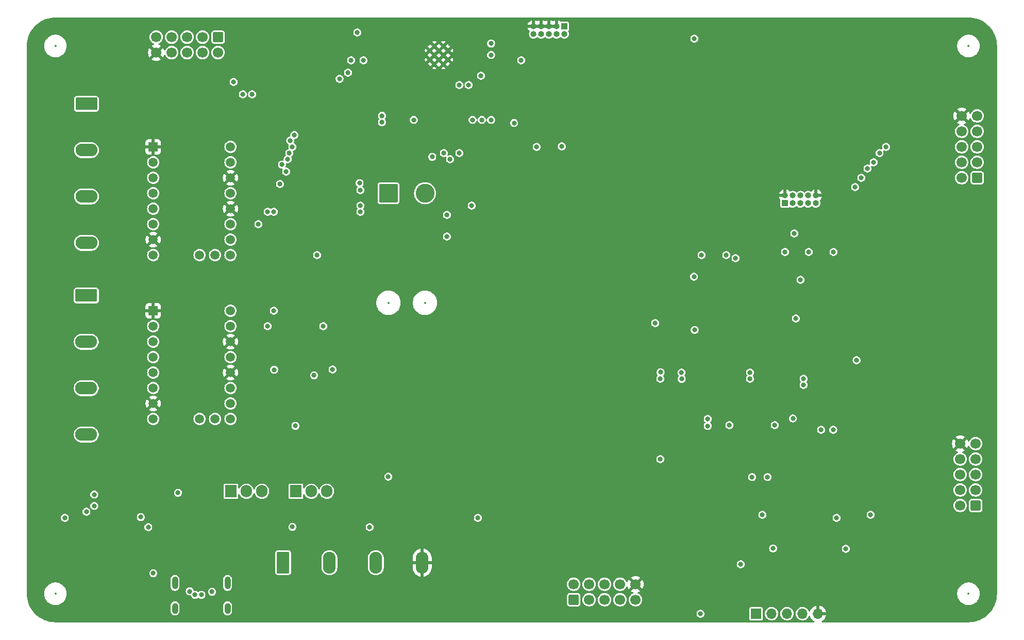
<source format=gbr>
%TF.GenerationSoftware,KiCad,Pcbnew,8.0.2*%
%TF.CreationDate,2024-05-15T16:38:59+02:00*%
%TF.ProjectId,Automatischer-Kabelschneider,4175746f-6d61-4746-9973-636865722d4b,1.0*%
%TF.SameCoordinates,Original*%
%TF.FileFunction,Copper,L3,Inr*%
%TF.FilePolarity,Positive*%
%FSLAX46Y46*%
G04 Gerber Fmt 4.6, Leading zero omitted, Abs format (unit mm)*
G04 Created by KiCad (PCBNEW 8.0.2) date 2024-05-15 16:38:59*
%MOMM*%
%LPD*%
G01*
G04 APERTURE LIST*
G04 Aperture macros list*
%AMRoundRect*
0 Rectangle with rounded corners*
0 $1 Rounding radius*
0 $2 $3 $4 $5 $6 $7 $8 $9 X,Y pos of 4 corners*
0 Add a 4 corners polygon primitive as box body*
4,1,4,$2,$3,$4,$5,$6,$7,$8,$9,$2,$3,0*
0 Add four circle primitives for the rounded corners*
1,1,$1+$1,$2,$3*
1,1,$1+$1,$4,$5*
1,1,$1+$1,$6,$7*
1,1,$1+$1,$8,$9*
0 Add four rect primitives between the rounded corners*
20,1,$1+$1,$2,$3,$4,$5,0*
20,1,$1+$1,$4,$5,$6,$7,0*
20,1,$1+$1,$6,$7,$8,$9,0*
20,1,$1+$1,$8,$9,$2,$3,0*%
G04 Aperture macros list end*
%TA.AperFunction,ComponentPad*%
%ADD10R,1.905000X2.000000*%
%TD*%
%TA.AperFunction,ComponentPad*%
%ADD11O,1.905000X2.000000*%
%TD*%
%TA.AperFunction,ComponentPad*%
%ADD12RoundRect,0.249999X-1.300001X-1.300001X1.300001X-1.300001X1.300001X1.300001X-1.300001X1.300001X0*%
%TD*%
%TA.AperFunction,ComponentPad*%
%ADD13C,3.100000*%
%TD*%
%TA.AperFunction,ComponentPad*%
%ADD14R,1.508000X1.508000*%
%TD*%
%TA.AperFunction,ComponentPad*%
%ADD15C,1.508000*%
%TD*%
%TA.AperFunction,ComponentPad*%
%ADD16RoundRect,0.250000X0.600000X-0.600000X0.600000X0.600000X-0.600000X0.600000X-0.600000X-0.600000X0*%
%TD*%
%TA.AperFunction,ComponentPad*%
%ADD17C,1.700000*%
%TD*%
%TA.AperFunction,ComponentPad*%
%ADD18O,1.000000X2.100000*%
%TD*%
%TA.AperFunction,ComponentPad*%
%ADD19O,1.000000X1.800000*%
%TD*%
%TA.AperFunction,ComponentPad*%
%ADD20C,0.600000*%
%TD*%
%TA.AperFunction,ComponentPad*%
%ADD21RoundRect,0.250000X-0.600000X0.600000X-0.600000X-0.600000X0.600000X-0.600000X0.600000X0.600000X0*%
%TD*%
%TA.AperFunction,ComponentPad*%
%ADD22R,1.000000X1.000000*%
%TD*%
%TA.AperFunction,ComponentPad*%
%ADD23O,1.000000X1.000000*%
%TD*%
%TA.AperFunction,ComponentPad*%
%ADD24RoundRect,0.250001X-1.549999X0.799999X-1.549999X-0.799999X1.549999X-0.799999X1.549999X0.799999X0*%
%TD*%
%TA.AperFunction,ComponentPad*%
%ADD25O,3.600000X2.100000*%
%TD*%
%TA.AperFunction,ComponentPad*%
%ADD26R,1.700000X1.700000*%
%TD*%
%TA.AperFunction,ComponentPad*%
%ADD27O,1.700000X1.700000*%
%TD*%
%TA.AperFunction,ComponentPad*%
%ADD28RoundRect,0.250000X0.600000X0.600000X-0.600000X0.600000X-0.600000X-0.600000X0.600000X-0.600000X0*%
%TD*%
%TA.AperFunction,ComponentPad*%
%ADD29RoundRect,0.250001X-0.799999X-1.549999X0.799999X-1.549999X0.799999X1.549999X-0.799999X1.549999X0*%
%TD*%
%TA.AperFunction,ComponentPad*%
%ADD30O,2.100000X3.600000*%
%TD*%
%TA.AperFunction,ViaPad*%
%ADD31C,0.800000*%
%TD*%
%ADD32C,0.350000*%
%ADD33O,0.600000X1.700000*%
%ADD34O,0.600000X1.400000*%
%ADD35C,0.200000*%
G04 APERTURE END LIST*
D10*
%TO.N,/Powersupply_AKS/GATE*%
%TO.C,Q2*%
X113620909Y-128966453D03*
D11*
%TO.N,+20V*%
X116160909Y-128966453D03*
%TO.N,Net-(Q1-S)*%
X118700909Y-128966453D03*
%TD*%
D12*
%TO.N,/Main Microcontroller/Touch1*%
%TO.C,J4*%
X128829534Y-79989534D03*
D13*
%TO.N,/Main Microcontroller/Touch2*%
X134829534Y-79989534D03*
%TD*%
D14*
%TO.N,GND*%
%TO.C,U8*%
X90173534Y-99293534D03*
D15*
%TO.N,+3.3V*%
X90173534Y-101833534D03*
%TO.N,Net-(J6-Pin_2)*%
X90173534Y-104373534D03*
%TO.N,Net-(J6-Pin_4)*%
X90173534Y-106913534D03*
%TO.N,Net-(J6-Pin_3)*%
X90173534Y-109453534D03*
%TO.N,Net-(J6-Pin_1)*%
X90173534Y-111993534D03*
%TO.N,GND*%
X90173534Y-114533534D03*
%TO.N,+20V*%
X90173534Y-117073534D03*
%TO.N,MD2_DIR*%
X102873534Y-99293534D03*
%TO.N,MD2_STEP*%
X102873534Y-101833534D03*
%TO.N,GND*%
X102873534Y-104373534D03*
%TO.N,unconnected-(U8-UART-Pad12)*%
X102873534Y-106913534D03*
%TO.N,GND*%
X102873534Y-109453534D03*
%TO.N,+3.3V*%
X102873534Y-111993534D03*
X102873534Y-114533534D03*
%TO.N,MD2_!EN*%
X102873534Y-117073534D03*
%TO.N,unconnected-(U8-INDEX-Pad17)*%
X97793534Y-117073534D03*
%TO.N,unconnected-(U8-DIAG-Pad18)*%
X100333534Y-117073534D03*
%TD*%
D16*
%TO.N,/Slave Microcontroller/PB0*%
%TO.C,J9*%
X159261534Y-146782034D03*
D17*
%TO.N,/Slave Microcontroller/PB1*%
X159261534Y-144242034D03*
%TO.N,/Slave Microcontroller/PB2*%
X161801534Y-146782034D03*
%TO.N,/Slave Microcontroller/PB3*%
X161801534Y-144242034D03*
%TO.N,/Slave Microcontroller/PB4*%
X164341534Y-146782034D03*
%TO.N,/Slave Microcontroller/PB5*%
X164341534Y-144242034D03*
%TO.N,/Slave Microcontroller/PB6*%
X166881534Y-146782034D03*
%TO.N,/Slave Microcontroller/PB7*%
X166881534Y-144242034D03*
%TO.N,+5V*%
X169421534Y-146782034D03*
%TO.N,GND*%
X169421534Y-144242034D03*
%TD*%
D10*
%TO.N,/Powersupply_AKS/GATE*%
%TO.C,Q1*%
X102952909Y-128966453D03*
D11*
%TO.N,VBUS*%
X105492909Y-128966453D03*
%TO.N,Net-(Q1-S)*%
X108032909Y-128966453D03*
%TD*%
D18*
%TO.N,unconnected-(J1-SHIELD-PadS1)_1*%
%TO.C,J1*%
X93752909Y-144019453D03*
D19*
%TO.N,unconnected-(J1-SHIELD-PadS1)*%
X93752909Y-148199453D03*
D18*
%TO.N,unconnected-(J1-SHIELD-PadS1)_2*%
X102392909Y-144019453D03*
D19*
%TO.N,unconnected-(J1-SHIELD-PadS1)_0*%
X102392909Y-148199453D03*
%TD*%
D20*
%TO.N,GND*%
%TO.C,U7*%
X135608000Y-56546000D03*
X135608000Y-58046000D03*
X136358000Y-55796000D03*
X136358000Y-57296000D03*
X136358000Y-58796000D03*
X137108000Y-56546000D03*
X137108000Y-58046000D03*
X137858000Y-55796000D03*
X137858000Y-57296000D03*
X137858000Y-58796000D03*
X138608000Y-56546000D03*
X138608000Y-58046000D03*
%TD*%
D21*
%TO.N,/Main Microcontroller/IO11*%
%TO.C,J5*%
X100841534Y-54345034D03*
D17*
%TO.N,/Main Microcontroller/IO12*%
X100841534Y-56885034D03*
%TO.N,/Main Microcontroller/IO13*%
X98301534Y-54345034D03*
%TO.N,/Main Microcontroller/IO14*%
X98301534Y-56885034D03*
%TO.N,/Main Microcontroller/IO15*%
X95761534Y-54345034D03*
%TO.N,/Main Microcontroller/IO16*%
X95761534Y-56885034D03*
%TO.N,/Main Microcontroller/IO17*%
X93221534Y-54345034D03*
%TO.N,/Main Microcontroller/IO18*%
X93221534Y-56885034D03*
%TO.N,+3.3V*%
X90681534Y-54345034D03*
%TO.N,GND*%
X90681534Y-56885034D03*
%TD*%
D22*
%TO.N,+3.3V*%
%TO.C,J7*%
X157737534Y-52557534D03*
D23*
%TO.N,MTMS*%
X157737534Y-53827534D03*
%TO.N,GND*%
X156467534Y-52557534D03*
%TO.N,MTCK*%
X156467534Y-53827534D03*
%TO.N,GND*%
X155197534Y-52557534D03*
%TO.N,MTDO*%
X155197534Y-53827534D03*
%TO.N,GND*%
X153927534Y-52557534D03*
%TO.N,MTDI*%
X153927534Y-53827534D03*
%TO.N,GND*%
X152657534Y-52557534D03*
%TO.N,unconnected-(J7-Pin_10-Pad10)*%
X152657534Y-53827534D03*
%TD*%
D22*
%TO.N,ATMEGA_TCK*%
%TO.C,J11*%
X193975034Y-81630534D03*
D23*
%TO.N,GND*%
X193975034Y-80360534D03*
%TO.N,ATMEGA_TDO*%
X195245034Y-81630534D03*
%TO.N,+5V*%
X195245034Y-80360534D03*
%TO.N,ATMEGA_TMS*%
X196515034Y-81630534D03*
%TO.N,ATMEGA_RST*%
X196515034Y-80360534D03*
%TO.N,ATMEGA_!WR*%
X197785034Y-81630534D03*
%TO.N,ATMEGA_!RD*%
X197785034Y-80360534D03*
%TO.N,ATMEGA_TDI*%
X199055034Y-81630534D03*
%TO.N,GND*%
X199055034Y-80360534D03*
%TD*%
D24*
%TO.N,Net-(J3-Pin_1)*%
%TO.C,J3*%
X79206000Y-65292000D03*
D25*
%TO.N,Net-(J3-Pin_2)*%
X79206000Y-72912000D03*
%TO.N,Net-(J3-Pin_3)*%
X79206000Y-80532000D03*
%TO.N,Net-(J3-Pin_4)*%
X79206000Y-88152000D03*
%TD*%
D26*
%TO.N,Net-(J12-Pin_1)*%
%TO.C,J12*%
X189233534Y-149077534D03*
D27*
%TO.N,DISP_SDA*%
X191773534Y-149077534D03*
%TO.N,DISP_SCL*%
X194313534Y-149077534D03*
%TO.N,+3.3V*%
X196853534Y-149077534D03*
%TO.N,GND*%
X199393534Y-149077534D03*
%TD*%
D14*
%TO.N,GND*%
%TO.C,U6*%
X90173534Y-72369534D03*
D15*
%TO.N,+3.3V*%
X90173534Y-74909534D03*
%TO.N,Net-(J3-Pin_2)*%
X90173534Y-77449534D03*
%TO.N,Net-(J3-Pin_4)*%
X90173534Y-79989534D03*
%TO.N,Net-(J3-Pin_3)*%
X90173534Y-82529534D03*
%TO.N,Net-(J3-Pin_1)*%
X90173534Y-85069534D03*
%TO.N,GND*%
X90173534Y-87609534D03*
%TO.N,+20V*%
X90173534Y-90149534D03*
%TO.N,MD1_DIR*%
X102873534Y-72369534D03*
%TO.N,MD1_STEP*%
X102873534Y-74909534D03*
%TO.N,GND*%
X102873534Y-77449534D03*
%TO.N,unconnected-(U6-UART-Pad12)*%
X102873534Y-79989534D03*
%TO.N,GND*%
X102873534Y-82529534D03*
%TO.N,+3.3V*%
X102873534Y-85069534D03*
X102873534Y-87609534D03*
%TO.N,MD1_!EN*%
X102873534Y-90149534D03*
%TO.N,unconnected-(U6-INDEX-Pad17)*%
X97793534Y-90149534D03*
%TO.N,unconnected-(U6-DIAG-Pad18)*%
X100333534Y-90149534D03*
%TD*%
D24*
%TO.N,Net-(J6-Pin_1)*%
%TO.C,J6*%
X79173500Y-96788000D03*
D25*
%TO.N,Net-(J6-Pin_2)*%
X79173500Y-104408000D03*
%TO.N,Net-(J6-Pin_3)*%
X79173500Y-112028000D03*
%TO.N,Net-(J6-Pin_4)*%
X79173500Y-119648000D03*
%TD*%
D28*
%TO.N,ATMEGA_SCL*%
%TO.C,J10*%
X225301534Y-131297534D03*
D17*
%TO.N,ATMEGA_SDA*%
X222761534Y-131297534D03*
%TO.N,/Slave Microcontroller/ATMEGA_Rx*%
X225301534Y-128757534D03*
%TO.N,/Slave Microcontroller/ATMEGA_Tx*%
X222761534Y-128757534D03*
%TO.N,AT_DISP_RST*%
X225301534Y-126217534D03*
%TO.N,PD5*%
X222761534Y-126217534D03*
%TO.N,/Slave Microcontroller/PD6*%
X225301534Y-123677534D03*
%TO.N,/Slave Microcontroller/PD7*%
X222761534Y-123677534D03*
%TO.N,+5V*%
X225301534Y-121137534D03*
%TO.N,GND*%
X222761534Y-121137534D03*
%TD*%
D29*
%TO.N,+20V*%
%TO.C,J2*%
X111509534Y-140695534D03*
D30*
%TO.N,+5V*%
X119129534Y-140695534D03*
%TO.N,+3.3V*%
X126749534Y-140695534D03*
%TO.N,GND*%
X134369534Y-140695534D03*
%TD*%
D28*
%TO.N,/Slave Microcontroller/PA0*%
%TO.C,J8*%
X225546034Y-77449534D03*
D17*
%TO.N,/Slave Microcontroller/PA1*%
X223006034Y-77449534D03*
%TO.N,/Slave Microcontroller/PA2*%
X225546034Y-74909534D03*
%TO.N,/Slave Microcontroller/PA3*%
X223006034Y-74909534D03*
%TO.N,/Slave Microcontroller/PA4*%
X225546034Y-72369534D03*
%TO.N,/Slave Microcontroller/PA5*%
X223006034Y-72369534D03*
%TO.N,/Slave Microcontroller/PA6*%
X225546034Y-69829534D03*
%TO.N,/Slave Microcontroller/PA7*%
X223006034Y-69829534D03*
%TO.N,+5V*%
X225546034Y-67289534D03*
%TO.N,GND*%
X223006034Y-67289534D03*
%TD*%
D31*
%TO.N,GND*%
X102108000Y-119380000D03*
X150876000Y-99060000D03*
X92456000Y-134112000D03*
X79756000Y-139192000D03*
X199644000Y-128524000D03*
X119380000Y-91948000D03*
X96012000Y-148844000D03*
X145545534Y-52049534D03*
X194991034Y-91165534D03*
X178816000Y-146304000D03*
X187960000Y-105664000D03*
X141224000Y-125984000D03*
X123843000Y-51615534D03*
X123444000Y-73152000D03*
X217932000Y-113792000D03*
X75599909Y-130354453D03*
X178308000Y-86868000D03*
X83820000Y-61468000D03*
X113284000Y-62992000D03*
X71628000Y-133096000D03*
X184912000Y-59436000D03*
X151384000Y-141224000D03*
X97536000Y-94488000D03*
X113284000Y-55880000D03*
X132080000Y-58928000D03*
X191008000Y-107188000D03*
X83031909Y-125236000D03*
X184323034Y-95229534D03*
X84328000Y-145288000D03*
X89408000Y-122428000D03*
X207013534Y-55758534D03*
X71120000Y-141224000D03*
X179832000Y-132080000D03*
X143764000Y-136652000D03*
X109220000Y-146812000D03*
X215392000Y-135128000D03*
X159004000Y-107696000D03*
X127765534Y-122341534D03*
X172720000Y-131064000D03*
X93980000Y-66548000D03*
X85344000Y-140208000D03*
X219964000Y-140208000D03*
X136652000Y-53340000D03*
X215392000Y-118364000D03*
X221488000Y-89408000D03*
X165357534Y-55605534D03*
X105156000Y-145796000D03*
X100584000Y-148844000D03*
X79756000Y-55372000D03*
X187371034Y-120121540D03*
X99060000Y-148844000D03*
X198120000Y-74676000D03*
X85063909Y-125236000D03*
X209804000Y-67056000D03*
X129540000Y-104648000D03*
X119637534Y-114843034D03*
X124968000Y-148336000D03*
X83582909Y-133284451D03*
X115573534Y-105699034D03*
X226568000Y-139700000D03*
X165608000Y-111760000D03*
X132588000Y-128016000D03*
X217932000Y-60960000D03*
X101120909Y-137751953D03*
X168656000Y-135128000D03*
X176195034Y-91673534D03*
X108204000Y-118872000D03*
X205095150Y-106283650D03*
X141732000Y-145288000D03*
X172639034Y-106405534D03*
X212344000Y-120904000D03*
X132588000Y-102108000D03*
X120904000Y-123952000D03*
X153416000Y-106172000D03*
X176025534Y-55605534D03*
X74168000Y-120396000D03*
X168913534Y-55605534D03*
X227076000Y-86868000D03*
X98547910Y-137751953D03*
X73152000Y-114300000D03*
X94488000Y-124460000D03*
X133096000Y-54864000D03*
X206248000Y-72136000D03*
X170688000Y-126492000D03*
X204216000Y-128016000D03*
X216916000Y-86868000D03*
X73567909Y-136860453D03*
X167640000Y-83312000D03*
X131064000Y-142240000D03*
X202184000Y-143256000D03*
X117469960Y-105834608D03*
X172469534Y-55605534D03*
X217424000Y-147828000D03*
X154432000Y-137160000D03*
X130813534Y-74401534D03*
X88392000Y-140208000D03*
X93980000Y-84328000D03*
X186436000Y-81280000D03*
X201168000Y-103124000D03*
X162560000Y-73660000D03*
X78740000Y-115824000D03*
X73152000Y-66040000D03*
X203457534Y-55758534D03*
X172720000Y-138684000D03*
X156464000Y-129540000D03*
X97536000Y-76708000D03*
X131829534Y-131485534D03*
X185420000Y-101092000D03*
X169164000Y-128524000D03*
X129797534Y-122341534D03*
X115316000Y-148336000D03*
X164084000Y-57404000D03*
X170688000Y-113792000D03*
X136144000Y-67056000D03*
X127000000Y-69596000D03*
X168656000Y-106172000D03*
X159004000Y-122428000D03*
X209296000Y-58420000D03*
X210569534Y-55758534D03*
X98552000Y-132588000D03*
X176073150Y-103743650D03*
X139192000Y-67564000D03*
X142240000Y-119380000D03*
X111760000Y-119888000D03*
X201168000Y-124968000D03*
X199644000Y-113284000D03*
X178816000Y-107696000D03*
X214125534Y-55758534D03*
X96548909Y-137751953D03*
X123444000Y-96520000D03*
X75184000Y-76708000D03*
X199644000Y-59944000D03*
X100205590Y-138360634D03*
X170180000Y-57404000D03*
X217424000Y-121412000D03*
X119888000Y-99060000D03*
X179312763Y-131297534D03*
X98044000Y-128524000D03*
X104648000Y-94488000D03*
X119888000Y-133096000D03*
X119380000Y-148336000D03*
X209296000Y-142748000D03*
X78232000Y-94488000D03*
X97536000Y-148844000D03*
X79756000Y-146812000D03*
X89916000Y-136652000D03*
X189992000Y-81280000D03*
X122936000Y-87884000D03*
X192024000Y-100584000D03*
X179323999Y-122427535D03*
X141732000Y-91948000D03*
X185928000Y-74676000D03*
X217424000Y-79756000D03*
X80999909Y-125170000D03*
X198628000Y-122936000D03*
X127508000Y-115824000D03*
X108204000Y-136144000D03*
X192532000Y-53848000D03*
X72644000Y-101600000D03*
X91413909Y-131878453D03*
X212344000Y-94488000D03*
X200152000Y-66548000D03*
X125476000Y-121412000D03*
X135128000Y-110744000D03*
%TO.N,+3.3V*%
X122685534Y-58145494D03*
X113541534Y-118211034D03*
X190249534Y-132821556D03*
X202441534Y-133329542D03*
X180089534Y-149077534D03*
X110041057Y-109001057D03*
X119637534Y-108945534D03*
X107445534Y-85069534D03*
X123701534Y-53573534D03*
X116596748Y-109924317D03*
%TO.N,+20V*%
X94250909Y-129220453D03*
%TO.N,GNDREF*%
X143513534Y-133329534D03*
X179009034Y-93705534D03*
X185847034Y-90657534D03*
X188556534Y-126629534D03*
X191096534Y-126629534D03*
X173485534Y-123677534D03*
%TO.N,VDDD*%
X90186909Y-142428453D03*
X80491909Y-131370453D03*
X75650409Y-133341453D03*
X80491909Y-129500453D03*
%TO.N,/Powersupply_AKS/CC1*%
X88136899Y-133203453D03*
X96173200Y-145403600D03*
%TO.N,/Powersupply_AKS/CC2*%
X89366409Y-134865453D03*
X99838909Y-145476453D03*
%TO.N,/Main Microcontroller/D-*%
X127765534Y-67272534D03*
X97047909Y-145984453D03*
%TO.N,/Main Microcontroller/D+*%
X98097909Y-145984453D03*
X127765534Y-68322534D03*
%TO.N,ATMEGA_!WR*%
X197023034Y-111485534D03*
X193975034Y-89641534D03*
%TO.N,ATMEGA_TDO*%
X195499034Y-86593534D03*
%TO.N,ATMEGA_RST*%
X184323034Y-90149534D03*
X181275034Y-117073534D03*
%TO.N,ATMEGA_!RD*%
X197023034Y-110469534D03*
X197869534Y-89641534D03*
%TO.N,MTMS*%
X150625534Y-58145560D03*
%TO.N,/Powersupply_AKS/VBUS_FET_EN*%
X113046909Y-134808453D03*
X79206409Y-132325453D03*
%TO.N,ATMEGA_SCL*%
X192281534Y-118089534D03*
X208029534Y-132821534D03*
%TO.N,AT_DISP_RST*%
X195264883Y-117008826D03*
X186693534Y-140949534D03*
%TO.N,/Main Microcontroller/BOOT*%
X149459056Y-68456012D03*
X120787534Y-61193534D03*
%TO.N,+5V*%
X125733534Y-134853534D03*
X203965534Y-138409534D03*
X196515034Y-94213534D03*
X128788748Y-126566817D03*
X138433534Y-87101534D03*
X172639034Y-101325534D03*
X179130901Y-102453667D03*
X192006235Y-138352555D03*
X184831034Y-118089534D03*
X181275034Y-118223537D03*
X205725023Y-107421545D03*
X153165534Y-72369534D03*
X138433534Y-83545534D03*
X180259034Y-90149534D03*
%TO.N,/Slave Microcontroller/PA1*%
X206505534Y-77449534D03*
%TO.N,/Slave Microcontroller/PA3*%
X208537534Y-74909534D03*
%TO.N,/Slave Microcontroller/PA0*%
X205489534Y-78973534D03*
%TO.N,/Slave Microcontroller/PA5*%
X210569534Y-72369534D03*
%TO.N,/Slave Microcontroller/PA2*%
X207521534Y-75925534D03*
%TO.N,/Slave Microcontroller/PA4*%
X209495120Y-73385534D03*
%TO.N,/Slave Microcontroller/ATMEGA_Rx*%
X177002410Y-110503044D03*
X188217534Y-110469534D03*
X199901534Y-118866534D03*
X173485534Y-110469534D03*
X142497534Y-82021534D03*
%TO.N,/Slave Microcontroller/ATMEGA_Tx*%
X201897800Y-118866534D03*
X176970237Y-109453518D03*
X157301500Y-72297580D03*
X188217534Y-109453534D03*
X173526956Y-109412112D03*
%TO.N,MD1_!EN*%
X117097534Y-90149534D03*
X140465534Y-62209534D03*
%TO.N,MD2_!EN*%
X118113534Y-101833534D03*
X141989534Y-62209534D03*
%TO.N,PD5*%
X195757534Y-100564336D03*
X201933534Y-89641534D03*
%TO.N,MD1_DIR*%
X124717534Y-58145534D03*
X122177534Y-60177534D03*
%TO.N,MD2_STEP*%
X108969534Y-101833534D03*
X108969534Y-83037534D03*
%TO.N,MD2_DIR*%
X109985536Y-99293534D03*
X109985534Y-83037534D03*
%TO.N,WS2812*%
X144021534Y-60685534D03*
X179073534Y-54589534D03*
%TO.N,/Main Microcontroller/IO11*%
X136016309Y-74016309D03*
X124078294Y-78334324D03*
X112251998Y-74401534D03*
%TO.N,/Main Microcontroller/IO14*%
X140465534Y-73385534D03*
X111001530Y-78465534D03*
X124209534Y-83037534D03*
%TO.N,/Main Microcontroller/IO17*%
X113033524Y-72369534D03*
%TO.N,/Main Microcontroller/IO16*%
X104905534Y-63733534D03*
X112675968Y-71345989D03*
%TO.N,/Main Microcontroller/IO15*%
X106429534Y-63733534D03*
X113356601Y-70441989D03*
%TO.N,/Main Microcontroller/IO12*%
X124209534Y-79481534D03*
X111336819Y-75288882D03*
X137925534Y-73385534D03*
%TO.N,/Main Microcontroller/IO13*%
X112017534Y-76433534D03*
X138941534Y-74401534D03*
X124209536Y-82021534D03*
%TO.N,/Main Microcontroller/IO18*%
X103381534Y-61701534D03*
X112525534Y-73385534D03*
%TO.N,Net-(U7-TXD0{slash}IO43)*%
X145687000Y-55390000D03*
%TO.N,Net-(U7-RXD0{slash}IO44)*%
X145687000Y-57280000D03*
%TO.N,Net-(U7-IO45)*%
X145687000Y-67948000D03*
%TO.N,Net-(U7-IO46)*%
X132987000Y-67948000D03*
%TO.N,Net-(U7-IO47)*%
X142639000Y-67948000D03*
%TO.N,Net-(U7-IO48)*%
X144163000Y-67948000D03*
%TD*%
%TA.AperFunction,Conductor*%
%TO.N,GND*%
G36*
X224110702Y-51096617D02*
G01*
X224512202Y-51114147D01*
X224522937Y-51115087D01*
X224918693Y-51167189D01*
X224929331Y-51169064D01*
X225319043Y-51255462D01*
X225329483Y-51258260D01*
X225710168Y-51378289D01*
X225720315Y-51381982D01*
X226089102Y-51534739D01*
X226098893Y-51539305D01*
X226449918Y-51722037D01*
X226452942Y-51723611D01*
X226462309Y-51729018D01*
X226694488Y-51876933D01*
X226798959Y-51943488D01*
X226807820Y-51949693D01*
X227124487Y-52192680D01*
X227132774Y-52199634D01*
X227427056Y-52469294D01*
X227434705Y-52476943D01*
X227704365Y-52771225D01*
X227711319Y-52779512D01*
X227954306Y-53096179D01*
X227960511Y-53105040D01*
X228174980Y-53441689D01*
X228180388Y-53451057D01*
X228364691Y-53805099D01*
X228369263Y-53814903D01*
X228522013Y-54183674D01*
X228525713Y-54193840D01*
X228645738Y-54574512D01*
X228648538Y-54584960D01*
X228734933Y-54974660D01*
X228736811Y-54985314D01*
X228788910Y-55381042D01*
X228789853Y-55391818D01*
X228807382Y-55793297D01*
X228807500Y-55798706D01*
X228807500Y-145793293D01*
X228807382Y-145798702D01*
X228789853Y-146200181D01*
X228788910Y-146210957D01*
X228736811Y-146606685D01*
X228734933Y-146617339D01*
X228648538Y-147007039D01*
X228645738Y-147017487D01*
X228525713Y-147398159D01*
X228522013Y-147408325D01*
X228369263Y-147777096D01*
X228364691Y-147786900D01*
X228180388Y-148140942D01*
X228174980Y-148150310D01*
X227960511Y-148486959D01*
X227954306Y-148495820D01*
X227711319Y-148812487D01*
X227704365Y-148820774D01*
X227434705Y-149115056D01*
X227427056Y-149122705D01*
X227132774Y-149392365D01*
X227124487Y-149399319D01*
X226807820Y-149642306D01*
X226798959Y-149648511D01*
X226462310Y-149862980D01*
X226452942Y-149868388D01*
X226098900Y-150052691D01*
X226089096Y-150057263D01*
X225720325Y-150210013D01*
X225710159Y-150213713D01*
X225329487Y-150333738D01*
X225319039Y-150336538D01*
X224929339Y-150422933D01*
X224918685Y-150424811D01*
X224522957Y-150476910D01*
X224512181Y-150477853D01*
X224110703Y-150495382D01*
X224105294Y-150495500D01*
X200106396Y-150495500D01*
X200039357Y-150475815D01*
X199993602Y-150423011D01*
X199983658Y-150353853D01*
X200012683Y-150290297D01*
X200053991Y-150259118D01*
X200071112Y-150251134D01*
X200264616Y-150115639D01*
X200431639Y-149948616D01*
X200567134Y-149755112D01*
X200666963Y-149541026D01*
X200666966Y-149541020D01*
X200724170Y-149327534D01*
X199826546Y-149327534D01*
X199859459Y-149270527D01*
X199893534Y-149143360D01*
X199893534Y-149011708D01*
X199859459Y-148884541D01*
X199826546Y-148827534D01*
X200724170Y-148827534D01*
X200724169Y-148827533D01*
X200666966Y-148614047D01*
X200666963Y-148614041D01*
X200567134Y-148399956D01*
X200567133Y-148399954D01*
X200431647Y-148206460D01*
X200431642Y-148206454D01*
X200264616Y-148039428D01*
X200071112Y-147903933D01*
X199857026Y-147804104D01*
X199857020Y-147804101D01*
X199643534Y-147746898D01*
X199643534Y-148644522D01*
X199586527Y-148611609D01*
X199459360Y-148577534D01*
X199327708Y-148577534D01*
X199200541Y-148611609D01*
X199143534Y-148644522D01*
X199143534Y-147746898D01*
X199143533Y-147746898D01*
X198930047Y-147804101D01*
X198930041Y-147804104D01*
X198715956Y-147903933D01*
X198715954Y-147903934D01*
X198522460Y-148039420D01*
X198522454Y-148039425D01*
X198355425Y-148206454D01*
X198355420Y-148206460D01*
X198219934Y-148399954D01*
X198219933Y-148399956D01*
X198120104Y-148614041D01*
X198120102Y-148614045D01*
X198111126Y-148647545D01*
X198074760Y-148707205D01*
X198011913Y-148737733D01*
X197942537Y-148729438D01*
X197888660Y-148684952D01*
X197880351Y-148670722D01*
X197793260Y-148495820D01*
X197793207Y-148495713D01*
X197670298Y-148332955D01*
X197670296Y-148332952D01*
X197519575Y-148195553D01*
X197519573Y-148195551D01*
X197346176Y-148088189D01*
X197346169Y-148088185D01*
X197220303Y-148039425D01*
X197155990Y-148014510D01*
X196955510Y-147977034D01*
X196751558Y-147977034D01*
X196551078Y-148014510D01*
X196551075Y-148014510D01*
X196551075Y-148014511D01*
X196360898Y-148088185D01*
X196360891Y-148088189D01*
X196187494Y-148195551D01*
X196187492Y-148195553D01*
X196036771Y-148332952D01*
X195913861Y-148495712D01*
X195822956Y-148678273D01*
X195822951Y-148678286D01*
X195767136Y-148874451D01*
X195748319Y-149077533D01*
X195748319Y-149077534D01*
X195767136Y-149280616D01*
X195822951Y-149476781D01*
X195822956Y-149476794D01*
X195913861Y-149659355D01*
X196036771Y-149822115D01*
X196187492Y-149959514D01*
X196187494Y-149959516D01*
X196286675Y-150020926D01*
X196360897Y-150066882D01*
X196551078Y-150140558D01*
X196751558Y-150178034D01*
X196751560Y-150178034D01*
X196955508Y-150178034D01*
X196955510Y-150178034D01*
X197155990Y-150140558D01*
X197346171Y-150066882D01*
X197519575Y-149959515D01*
X197670298Y-149822113D01*
X197793207Y-149659355D01*
X197880351Y-149484346D01*
X197927853Y-149433109D01*
X197995516Y-149415687D01*
X198061857Y-149437612D01*
X198105812Y-149491923D01*
X198111126Y-149507523D01*
X198120101Y-149541019D01*
X198120104Y-149541026D01*
X198219933Y-149755112D01*
X198355428Y-149948616D01*
X198522451Y-150115639D01*
X198715955Y-150251134D01*
X198733077Y-150259118D01*
X198785516Y-150305291D01*
X198804668Y-150372485D01*
X198784452Y-150439366D01*
X198731286Y-150484700D01*
X198680672Y-150495500D01*
X74110706Y-150495500D01*
X74105297Y-150495382D01*
X73703818Y-150477853D01*
X73693042Y-150476910D01*
X73297314Y-150424811D01*
X73286660Y-150422933D01*
X72896960Y-150336538D01*
X72886512Y-150333738D01*
X72505840Y-150213713D01*
X72495674Y-150210013D01*
X72126903Y-150057263D01*
X72117099Y-150052691D01*
X71763057Y-149868388D01*
X71753689Y-149862980D01*
X71417040Y-149648511D01*
X71408179Y-149642306D01*
X71091512Y-149399319D01*
X71083225Y-149392365D01*
X70788943Y-149122705D01*
X70781294Y-149115056D01*
X70511634Y-148820774D01*
X70504680Y-148812487D01*
X70397934Y-148673373D01*
X93002408Y-148673373D01*
X93031249Y-148818360D01*
X93031252Y-148818370D01*
X93087821Y-148954941D01*
X93087828Y-148954954D01*
X93169957Y-149077868D01*
X93169960Y-149077872D01*
X93274489Y-149182401D01*
X93274493Y-149182404D01*
X93397407Y-149264533D01*
X93397420Y-149264540D01*
X93533991Y-149321109D01*
X93533996Y-149321111D01*
X93534000Y-149321111D01*
X93534001Y-149321112D01*
X93678988Y-149349953D01*
X93678991Y-149349953D01*
X93826829Y-149349953D01*
X93939532Y-149327534D01*
X93971822Y-149321111D01*
X94108404Y-149264537D01*
X94231325Y-149182404D01*
X94335860Y-149077869D01*
X94417993Y-148954948D01*
X94474567Y-148818366D01*
X94496679Y-148707205D01*
X94503409Y-148673373D01*
X101642408Y-148673373D01*
X101671249Y-148818360D01*
X101671252Y-148818370D01*
X101727821Y-148954941D01*
X101727828Y-148954954D01*
X101809957Y-149077868D01*
X101809960Y-149077872D01*
X101914489Y-149182401D01*
X101914493Y-149182404D01*
X102037407Y-149264533D01*
X102037420Y-149264540D01*
X102173991Y-149321109D01*
X102173996Y-149321111D01*
X102174000Y-149321111D01*
X102174001Y-149321112D01*
X102318988Y-149349953D01*
X102318991Y-149349953D01*
X102466829Y-149349953D01*
X102579532Y-149327534D01*
X102611822Y-149321111D01*
X102748404Y-149264537D01*
X102871325Y-149182404D01*
X102975860Y-149077869D01*
X102976085Y-149077533D01*
X179434256Y-149077533D01*
X179434256Y-149077534D01*
X179453296Y-149234352D01*
X179509314Y-149382057D01*
X179599051Y-149512064D01*
X179717294Y-149616817D01*
X179717296Y-149616818D01*
X179857168Y-149690230D01*
X180010548Y-149728034D01*
X180010549Y-149728034D01*
X180168519Y-149728034D01*
X180321899Y-149690230D01*
X180461774Y-149616817D01*
X180580017Y-149512064D01*
X180669754Y-149382057D01*
X180725771Y-149234352D01*
X180744812Y-149077534D01*
X180729928Y-148954948D01*
X180725771Y-148920715D01*
X180686955Y-148818366D01*
X180669754Y-148773011D01*
X180580017Y-148643004D01*
X180461774Y-148538251D01*
X180461772Y-148538250D01*
X180461771Y-148538249D01*
X180321899Y-148464837D01*
X180168520Y-148427034D01*
X180168519Y-148427034D01*
X180010549Y-148427034D01*
X180010548Y-148427034D01*
X179857168Y-148464837D01*
X179717296Y-148538249D01*
X179599050Y-148643005D01*
X179509315Y-148773009D01*
X179509314Y-148773010D01*
X179453296Y-148920715D01*
X179434256Y-149077533D01*
X102976085Y-149077533D01*
X103057993Y-148954948D01*
X103114567Y-148818366D01*
X103136679Y-148707205D01*
X103143409Y-148673373D01*
X103143409Y-148202855D01*
X188133034Y-148202855D01*
X188133034Y-149952212D01*
X188147566Y-150025269D01*
X188147567Y-150025273D01*
X188147568Y-150025274D01*
X188202933Y-150108135D01*
X188285794Y-150163500D01*
X188285798Y-150163501D01*
X188358855Y-150178033D01*
X188358858Y-150178034D01*
X188358860Y-150178034D01*
X190108210Y-150178034D01*
X190108211Y-150178033D01*
X190181274Y-150163500D01*
X190264135Y-150108135D01*
X190319500Y-150025274D01*
X190334034Y-149952208D01*
X190334034Y-149077533D01*
X190668319Y-149077533D01*
X190668319Y-149077534D01*
X190687136Y-149280616D01*
X190742951Y-149476781D01*
X190742956Y-149476794D01*
X190833861Y-149659355D01*
X190956771Y-149822115D01*
X191107492Y-149959514D01*
X191107494Y-149959516D01*
X191206675Y-150020926D01*
X191280897Y-150066882D01*
X191471078Y-150140558D01*
X191671558Y-150178034D01*
X191671560Y-150178034D01*
X191875508Y-150178034D01*
X191875510Y-150178034D01*
X192075990Y-150140558D01*
X192266171Y-150066882D01*
X192439575Y-149959515D01*
X192590298Y-149822113D01*
X192713207Y-149659355D01*
X192804116Y-149476784D01*
X192859931Y-149280617D01*
X192878749Y-149077534D01*
X192878749Y-149077533D01*
X193208319Y-149077533D01*
X193208319Y-149077534D01*
X193227136Y-149280616D01*
X193282951Y-149476781D01*
X193282956Y-149476794D01*
X193373861Y-149659355D01*
X193496771Y-149822115D01*
X193647492Y-149959514D01*
X193647494Y-149959516D01*
X193746675Y-150020926D01*
X193820897Y-150066882D01*
X194011078Y-150140558D01*
X194211558Y-150178034D01*
X194211560Y-150178034D01*
X194415508Y-150178034D01*
X194415510Y-150178034D01*
X194615990Y-150140558D01*
X194806171Y-150066882D01*
X194979575Y-149959515D01*
X195130298Y-149822113D01*
X195253207Y-149659355D01*
X195344116Y-149476784D01*
X195399931Y-149280617D01*
X195418749Y-149077534D01*
X195412649Y-149011708D01*
X195399931Y-148874451D01*
X195386582Y-148827534D01*
X195344116Y-148678284D01*
X195343693Y-148677435D01*
X195253260Y-148495820D01*
X195253207Y-148495713D01*
X195130298Y-148332955D01*
X195130296Y-148332952D01*
X194979575Y-148195553D01*
X194979573Y-148195551D01*
X194806176Y-148088189D01*
X194806169Y-148088185D01*
X194680303Y-148039425D01*
X194615990Y-148014510D01*
X194415510Y-147977034D01*
X194211558Y-147977034D01*
X194011078Y-148014510D01*
X194011075Y-148014510D01*
X194011075Y-148014511D01*
X193820898Y-148088185D01*
X193820891Y-148088189D01*
X193647494Y-148195551D01*
X193647492Y-148195553D01*
X193496771Y-148332952D01*
X193373861Y-148495712D01*
X193282956Y-148678273D01*
X193282951Y-148678286D01*
X193227136Y-148874451D01*
X193208319Y-149077533D01*
X192878749Y-149077533D01*
X192872649Y-149011708D01*
X192859931Y-148874451D01*
X192846582Y-148827534D01*
X192804116Y-148678284D01*
X192803693Y-148677435D01*
X192713260Y-148495820D01*
X192713207Y-148495713D01*
X192590298Y-148332955D01*
X192590296Y-148332952D01*
X192439575Y-148195553D01*
X192439573Y-148195551D01*
X192266176Y-148088189D01*
X192266169Y-148088185D01*
X192140303Y-148039425D01*
X192075990Y-148014510D01*
X191875510Y-147977034D01*
X191671558Y-147977034D01*
X191471078Y-148014510D01*
X191471075Y-148014510D01*
X191471075Y-148014511D01*
X191280898Y-148088185D01*
X191280891Y-148088189D01*
X191107494Y-148195551D01*
X191107492Y-148195553D01*
X190956771Y-148332952D01*
X190833861Y-148495712D01*
X190742956Y-148678273D01*
X190742951Y-148678286D01*
X190687136Y-148874451D01*
X190668319Y-149077533D01*
X190334034Y-149077533D01*
X190334034Y-148202860D01*
X190334034Y-148202857D01*
X190334033Y-148202855D01*
X190319501Y-148129798D01*
X190319500Y-148129794D01*
X190316933Y-148125952D01*
X190264135Y-148046933D01*
X190181274Y-147991568D01*
X190181273Y-147991567D01*
X190181269Y-147991566D01*
X190108211Y-147977034D01*
X190108208Y-147977034D01*
X188358860Y-147977034D01*
X188358857Y-147977034D01*
X188285798Y-147991566D01*
X188285794Y-147991567D01*
X188202933Y-148046933D01*
X188147567Y-148129794D01*
X188147566Y-148129798D01*
X188133034Y-148202855D01*
X103143409Y-148202855D01*
X103143409Y-147725532D01*
X103114568Y-147580545D01*
X103114567Y-147580544D01*
X103114567Y-147580540D01*
X103076864Y-147489516D01*
X103057996Y-147443964D01*
X103057989Y-147443951D01*
X102975860Y-147321037D01*
X102975857Y-147321033D01*
X102871328Y-147216504D01*
X102871324Y-147216501D01*
X102748410Y-147134372D01*
X102748397Y-147134365D01*
X102611826Y-147077796D01*
X102611816Y-147077793D01*
X102466829Y-147048953D01*
X102466827Y-147048953D01*
X102318991Y-147048953D01*
X102318989Y-147048953D01*
X102174001Y-147077793D01*
X102173991Y-147077796D01*
X102037420Y-147134365D01*
X102037407Y-147134372D01*
X101914493Y-147216501D01*
X101914489Y-147216504D01*
X101809960Y-147321033D01*
X101809957Y-147321037D01*
X101727828Y-147443951D01*
X101727821Y-147443964D01*
X101671252Y-147580535D01*
X101671249Y-147580545D01*
X101642409Y-147725532D01*
X101642409Y-147725535D01*
X101642409Y-148673371D01*
X101642409Y-148673373D01*
X101642408Y-148673373D01*
X94503409Y-148673373D01*
X94503409Y-147725532D01*
X94474568Y-147580545D01*
X94474567Y-147580544D01*
X94474567Y-147580540D01*
X94436864Y-147489516D01*
X94417996Y-147443964D01*
X94417989Y-147443951D01*
X94335860Y-147321037D01*
X94335857Y-147321033D01*
X94231328Y-147216504D01*
X94231324Y-147216501D01*
X94108410Y-147134372D01*
X94108397Y-147134365D01*
X93971826Y-147077796D01*
X93971816Y-147077793D01*
X93826829Y-147048953D01*
X93826827Y-147048953D01*
X93678991Y-147048953D01*
X93678989Y-147048953D01*
X93534001Y-147077793D01*
X93533991Y-147077796D01*
X93397420Y-147134365D01*
X93397407Y-147134372D01*
X93274493Y-147216501D01*
X93274489Y-147216504D01*
X93169960Y-147321033D01*
X93169957Y-147321037D01*
X93087828Y-147443951D01*
X93087821Y-147443964D01*
X93031252Y-147580535D01*
X93031249Y-147580545D01*
X93002409Y-147725532D01*
X93002409Y-147725535D01*
X93002409Y-148673371D01*
X93002409Y-148673373D01*
X93002408Y-148673373D01*
X70397934Y-148673373D01*
X70261693Y-148495820D01*
X70255488Y-148486959D01*
X70076790Y-148206460D01*
X70041018Y-148150309D01*
X70035611Y-148140942D01*
X70027808Y-148125952D01*
X69851305Y-147786893D01*
X69846736Y-147777096D01*
X69693982Y-147408315D01*
X69690286Y-147398159D01*
X69665968Y-147321033D01*
X69570260Y-147017483D01*
X69567461Y-147007039D01*
X69540333Y-146884674D01*
X69481064Y-146617331D01*
X69479188Y-146606685D01*
X69468268Y-146523737D01*
X69427087Y-146210937D01*
X69426147Y-146200202D01*
X69408618Y-145798702D01*
X69408500Y-145793293D01*
X69408500Y-145674711D01*
X72257500Y-145674711D01*
X72257500Y-145917288D01*
X72289161Y-146157785D01*
X72351947Y-146392104D01*
X72406472Y-146523738D01*
X72444776Y-146616212D01*
X72566064Y-146826289D01*
X72566066Y-146826292D01*
X72566067Y-146826293D01*
X72713733Y-147018736D01*
X72713739Y-147018743D01*
X72885256Y-147190260D01*
X72885262Y-147190265D01*
X73077711Y-147337936D01*
X73287788Y-147459224D01*
X73511900Y-147552054D01*
X73746211Y-147614838D01*
X73926586Y-147638584D01*
X73986711Y-147646500D01*
X73986712Y-147646500D01*
X74229289Y-147646500D01*
X74277388Y-147640167D01*
X74469789Y-147614838D01*
X74704100Y-147552054D01*
X74928212Y-147459224D01*
X75138289Y-147337936D01*
X75330738Y-147190265D01*
X75502265Y-147018738D01*
X75649936Y-146826289D01*
X75771224Y-146616212D01*
X75864054Y-146392100D01*
X75926838Y-146157789D01*
X75958500Y-145917288D01*
X75958500Y-145674712D01*
X75926838Y-145434211D01*
X75918635Y-145403599D01*
X95517922Y-145403599D01*
X95517922Y-145403600D01*
X95536962Y-145560418D01*
X95585326Y-145687942D01*
X95592980Y-145708123D01*
X95682717Y-145838130D01*
X95800960Y-145942883D01*
X95800962Y-145942884D01*
X95940834Y-146016296D01*
X96094214Y-146054100D01*
X96094215Y-146054100D01*
X96252187Y-146054100D01*
X96252187Y-146054099D01*
X96257771Y-146052723D01*
X96261883Y-146051710D01*
X96331685Y-146054777D01*
X96388748Y-146095096D01*
X96408118Y-146134596D01*
X96409012Y-146134258D01*
X96434025Y-146200212D01*
X96467689Y-146288976D01*
X96557426Y-146418983D01*
X96675669Y-146523736D01*
X96675671Y-146523737D01*
X96815543Y-146597149D01*
X96968923Y-146634953D01*
X96968924Y-146634953D01*
X97126894Y-146634953D01*
X97280274Y-146597149D01*
X97420146Y-146523738D01*
X97420147Y-146523736D01*
X97420149Y-146523736D01*
X97490684Y-146461247D01*
X97553915Y-146431528D01*
X97623179Y-146440712D01*
X97655132Y-146461246D01*
X97711466Y-146511153D01*
X97725671Y-146523738D01*
X97865543Y-146597149D01*
X98018923Y-146634953D01*
X98018924Y-146634953D01*
X98176894Y-146634953D01*
X98330274Y-146597149D01*
X98364947Y-146578951D01*
X98470149Y-146523736D01*
X98588392Y-146418983D01*
X98678129Y-146288976D01*
X98734146Y-146141271D01*
X98735008Y-146134169D01*
X158161034Y-146134169D01*
X158161034Y-147429904D01*
X158161035Y-147429910D01*
X158167442Y-147489517D01*
X158217736Y-147624362D01*
X158217740Y-147624369D01*
X158303986Y-147739578D01*
X158303989Y-147739581D01*
X158419198Y-147825827D01*
X158419205Y-147825831D01*
X158554051Y-147876125D01*
X158554050Y-147876125D01*
X158560978Y-147876869D01*
X158613661Y-147882534D01*
X159909406Y-147882533D01*
X159969017Y-147876125D01*
X160103865Y-147825830D01*
X160219080Y-147739580D01*
X160305330Y-147624365D01*
X160355625Y-147489517D01*
X160362034Y-147429907D01*
X160362033Y-146782033D01*
X160696319Y-146782033D01*
X160696319Y-146782034D01*
X160715136Y-146985116D01*
X160770951Y-147181281D01*
X160770956Y-147181294D01*
X160861861Y-147363855D01*
X160984771Y-147526615D01*
X161135492Y-147664014D01*
X161135494Y-147664016D01*
X161233052Y-147724421D01*
X161308897Y-147771382D01*
X161499078Y-147845058D01*
X161699558Y-147882534D01*
X161699560Y-147882534D01*
X161903508Y-147882534D01*
X161903510Y-147882534D01*
X162103990Y-147845058D01*
X162294171Y-147771382D01*
X162467575Y-147664015D01*
X162618298Y-147526613D01*
X162741207Y-147363855D01*
X162832116Y-147181284D01*
X162887931Y-146985117D01*
X162906749Y-146782034D01*
X162906749Y-146782033D01*
X163236319Y-146782033D01*
X163236319Y-146782034D01*
X163255136Y-146985116D01*
X163310951Y-147181281D01*
X163310956Y-147181294D01*
X163401861Y-147363855D01*
X163524771Y-147526615D01*
X163675492Y-147664014D01*
X163675494Y-147664016D01*
X163773052Y-147724421D01*
X163848897Y-147771382D01*
X164039078Y-147845058D01*
X164239558Y-147882534D01*
X164239560Y-147882534D01*
X164443508Y-147882534D01*
X164443510Y-147882534D01*
X164643990Y-147845058D01*
X164834171Y-147771382D01*
X165007575Y-147664015D01*
X165158298Y-147526613D01*
X165281207Y-147363855D01*
X165372116Y-147181284D01*
X165427931Y-146985117D01*
X165446749Y-146782034D01*
X165446749Y-146782033D01*
X165776319Y-146782033D01*
X165776319Y-146782034D01*
X165795136Y-146985116D01*
X165850951Y-147181281D01*
X165850956Y-147181294D01*
X165941861Y-147363855D01*
X166064771Y-147526615D01*
X166215492Y-147664014D01*
X166215494Y-147664016D01*
X166313052Y-147724421D01*
X166388897Y-147771382D01*
X166579078Y-147845058D01*
X166779558Y-147882534D01*
X166779560Y-147882534D01*
X166983508Y-147882534D01*
X166983510Y-147882534D01*
X167183990Y-147845058D01*
X167374171Y-147771382D01*
X167547575Y-147664015D01*
X167698298Y-147526613D01*
X167821207Y-147363855D01*
X167912116Y-147181284D01*
X167967931Y-146985117D01*
X167986749Y-146782034D01*
X167967931Y-146578951D01*
X167912116Y-146382784D01*
X167905240Y-146368976D01*
X167865405Y-146288976D01*
X167821207Y-146200213D01*
X167741826Y-146095096D01*
X167698296Y-146037452D01*
X167547575Y-145900053D01*
X167547573Y-145900051D01*
X167374176Y-145792689D01*
X167374169Y-145792685D01*
X167259855Y-145748400D01*
X167183990Y-145719010D01*
X166983510Y-145681534D01*
X166779558Y-145681534D01*
X166579078Y-145719010D01*
X166579075Y-145719010D01*
X166579075Y-145719011D01*
X166388898Y-145792685D01*
X166388891Y-145792689D01*
X166215494Y-145900051D01*
X166215492Y-145900053D01*
X166064771Y-146037452D01*
X165941861Y-146200212D01*
X165850956Y-146382773D01*
X165850951Y-146382786D01*
X165795136Y-146578951D01*
X165776319Y-146782033D01*
X165446749Y-146782033D01*
X165427931Y-146578951D01*
X165372116Y-146382784D01*
X165365240Y-146368976D01*
X165325405Y-146288976D01*
X165281207Y-146200213D01*
X165201826Y-146095096D01*
X165158296Y-146037452D01*
X165007575Y-145900053D01*
X165007573Y-145900051D01*
X164834176Y-145792689D01*
X164834169Y-145792685D01*
X164719855Y-145748400D01*
X164643990Y-145719010D01*
X164443510Y-145681534D01*
X164239558Y-145681534D01*
X164039078Y-145719010D01*
X164039075Y-145719010D01*
X164039075Y-145719011D01*
X163848898Y-145792685D01*
X163848891Y-145792689D01*
X163675494Y-145900051D01*
X163675492Y-145900053D01*
X163524771Y-146037452D01*
X163401861Y-146200212D01*
X163310956Y-146382773D01*
X163310951Y-146382786D01*
X163255136Y-146578951D01*
X163236319Y-146782033D01*
X162906749Y-146782033D01*
X162887931Y-146578951D01*
X162832116Y-146382784D01*
X162825240Y-146368976D01*
X162785405Y-146288976D01*
X162741207Y-146200213D01*
X162661826Y-146095096D01*
X162618296Y-146037452D01*
X162467575Y-145900053D01*
X162467573Y-145900051D01*
X162294176Y-145792689D01*
X162294169Y-145792685D01*
X162179855Y-145748400D01*
X162103990Y-145719010D01*
X161903510Y-145681534D01*
X161699558Y-145681534D01*
X161499078Y-145719010D01*
X161499075Y-145719010D01*
X161499075Y-145719011D01*
X161308898Y-145792685D01*
X161308891Y-145792689D01*
X161135494Y-145900051D01*
X161135492Y-145900053D01*
X160984771Y-146037452D01*
X160861861Y-146200212D01*
X160770956Y-146382773D01*
X160770951Y-146382786D01*
X160715136Y-146578951D01*
X160696319Y-146782033D01*
X160362033Y-146782033D01*
X160362033Y-146134162D01*
X160355625Y-146074551D01*
X160347997Y-146054100D01*
X160305331Y-145939705D01*
X160305327Y-145939698D01*
X160219081Y-145824489D01*
X160219078Y-145824486D01*
X160103869Y-145738240D01*
X160103862Y-145738236D01*
X159969016Y-145687942D01*
X159969017Y-145687942D01*
X159909417Y-145681535D01*
X159909415Y-145681534D01*
X159909407Y-145681534D01*
X159909398Y-145681534D01*
X158613663Y-145681534D01*
X158613657Y-145681535D01*
X158554050Y-145687942D01*
X158419205Y-145738236D01*
X158419198Y-145738240D01*
X158303989Y-145824486D01*
X158303986Y-145824489D01*
X158217740Y-145939698D01*
X158217736Y-145939705D01*
X158167442Y-146074551D01*
X158161809Y-146126953D01*
X158161035Y-146134157D01*
X158161034Y-146134169D01*
X98735008Y-146134169D01*
X98753187Y-145984453D01*
X98747754Y-145939703D01*
X98734146Y-145827634D01*
X98712901Y-145771617D01*
X98678129Y-145679930D01*
X98588392Y-145549923D01*
X98505459Y-145476452D01*
X99183631Y-145476452D01*
X99183631Y-145476453D01*
X99202671Y-145633271D01*
X99251241Y-145761337D01*
X99258689Y-145780976D01*
X99348426Y-145910983D01*
X99466669Y-146015736D01*
X99466671Y-146015737D01*
X99606543Y-146089149D01*
X99759923Y-146126953D01*
X99759924Y-146126953D01*
X99917894Y-146126953D01*
X100071274Y-146089149D01*
X100099088Y-146074551D01*
X100211149Y-146015736D01*
X100329392Y-145910983D01*
X100419129Y-145780976D01*
X100475146Y-145633271D01*
X100494187Y-145476453D01*
X100477927Y-145342534D01*
X100475146Y-145319634D01*
X100450047Y-145253455D01*
X100419129Y-145171930D01*
X100329392Y-145041923D01*
X100211149Y-144937170D01*
X100211147Y-144937169D01*
X100211146Y-144937168D01*
X100071274Y-144863756D01*
X99917895Y-144825953D01*
X99917894Y-144825953D01*
X99759924Y-144825953D01*
X99759923Y-144825953D01*
X99606543Y-144863756D01*
X99466671Y-144937168D01*
X99348425Y-145041924D01*
X99258690Y-145171928D01*
X99258689Y-145171929D01*
X99202671Y-145319634D01*
X99183631Y-145476452D01*
X98505459Y-145476452D01*
X98470149Y-145445170D01*
X98470147Y-145445169D01*
X98470146Y-145445168D01*
X98330274Y-145371756D01*
X98176895Y-145333953D01*
X98176894Y-145333953D01*
X98018924Y-145333953D01*
X98018923Y-145333953D01*
X97865543Y-145371756D01*
X97725670Y-145445168D01*
X97725668Y-145445170D01*
X97655135Y-145507656D01*
X97591902Y-145537377D01*
X97522638Y-145528193D01*
X97490683Y-145507656D01*
X97420149Y-145445170D01*
X97420147Y-145445168D01*
X97280274Y-145371756D01*
X97126895Y-145333953D01*
X97126894Y-145333953D01*
X96968924Y-145333953D01*
X96968923Y-145333953D01*
X96959222Y-145336344D01*
X96889420Y-145333274D01*
X96832358Y-145292954D01*
X96812992Y-145253455D01*
X96812097Y-145253795D01*
X96762878Y-145124016D01*
X96753420Y-145099077D01*
X96663683Y-144969070D01*
X96545440Y-144864317D01*
X96545438Y-144864316D01*
X96545437Y-144864315D01*
X96405565Y-144790903D01*
X96252186Y-144753100D01*
X96252185Y-144753100D01*
X96094215Y-144753100D01*
X96094214Y-144753100D01*
X95940834Y-144790903D01*
X95800962Y-144864315D01*
X95682716Y-144969071D01*
X95592981Y-145099075D01*
X95592980Y-145099076D01*
X95536962Y-145246781D01*
X95517922Y-145403599D01*
X75918635Y-145403599D01*
X75864054Y-145199900D01*
X75771224Y-144975788D01*
X75649936Y-144765711D01*
X75556063Y-144643373D01*
X93002408Y-144643373D01*
X93031249Y-144788360D01*
X93031252Y-144788370D01*
X93087821Y-144924941D01*
X93087828Y-144924954D01*
X93169957Y-145047868D01*
X93169960Y-145047872D01*
X93274489Y-145152401D01*
X93274493Y-145152404D01*
X93397407Y-145234533D01*
X93397420Y-145234540D01*
X93533991Y-145291109D01*
X93533996Y-145291111D01*
X93534000Y-145291111D01*
X93534001Y-145291112D01*
X93678988Y-145319953D01*
X93678991Y-145319953D01*
X93826829Y-145319953D01*
X93924371Y-145300549D01*
X93971822Y-145291111D01*
X94108404Y-145234537D01*
X94231325Y-145152404D01*
X94335860Y-145047869D01*
X94417993Y-144924948D01*
X94474567Y-144788366D01*
X94503409Y-144643373D01*
X101642408Y-144643373D01*
X101671249Y-144788360D01*
X101671252Y-144788370D01*
X101727821Y-144924941D01*
X101727828Y-144924954D01*
X101809957Y-145047868D01*
X101809960Y-145047872D01*
X101914489Y-145152401D01*
X101914493Y-145152404D01*
X102037407Y-145234533D01*
X102037420Y-145234540D01*
X102173991Y-145291109D01*
X102173996Y-145291111D01*
X102174000Y-145291111D01*
X102174001Y-145291112D01*
X102318988Y-145319953D01*
X102318991Y-145319953D01*
X102466829Y-145319953D01*
X102564371Y-145300549D01*
X102611822Y-145291111D01*
X102748404Y-145234537D01*
X102871325Y-145152404D01*
X102975860Y-145047869D01*
X103057993Y-144924948D01*
X103114567Y-144788366D01*
X103143409Y-144643371D01*
X103143409Y-144242033D01*
X158156319Y-144242033D01*
X158156319Y-144242034D01*
X158175136Y-144445116D01*
X158230951Y-144641281D01*
X158230956Y-144641294D01*
X158321861Y-144823855D01*
X158444771Y-144986615D01*
X158595492Y-145124014D01*
X158595494Y-145124016D01*
X158694675Y-145185426D01*
X158768897Y-145231382D01*
X158959078Y-145305058D01*
X159159558Y-145342534D01*
X159159560Y-145342534D01*
X159363508Y-145342534D01*
X159363510Y-145342534D01*
X159563990Y-145305058D01*
X159754171Y-145231382D01*
X159927575Y-145124015D01*
X160078298Y-144986613D01*
X160201207Y-144823855D01*
X160292116Y-144641284D01*
X160347931Y-144445117D01*
X160366749Y-144242034D01*
X160366749Y-144242033D01*
X160696319Y-144242033D01*
X160696319Y-144242034D01*
X160715136Y-144445116D01*
X160770951Y-144641281D01*
X160770956Y-144641294D01*
X160861861Y-144823855D01*
X160984771Y-144986615D01*
X161135492Y-145124014D01*
X161135494Y-145124016D01*
X161234675Y-145185426D01*
X161308897Y-145231382D01*
X161499078Y-145305058D01*
X161699558Y-145342534D01*
X161699560Y-145342534D01*
X161903508Y-145342534D01*
X161903510Y-145342534D01*
X162103990Y-145305058D01*
X162294171Y-145231382D01*
X162467575Y-145124015D01*
X162618298Y-144986613D01*
X162741207Y-144823855D01*
X162832116Y-144641284D01*
X162887931Y-144445117D01*
X162906749Y-144242034D01*
X162906749Y-144242033D01*
X163236319Y-144242033D01*
X163236319Y-144242034D01*
X163255136Y-144445116D01*
X163310951Y-144641281D01*
X163310956Y-144641294D01*
X163401861Y-144823855D01*
X163524771Y-144986615D01*
X163675492Y-145124014D01*
X163675494Y-145124016D01*
X163774675Y-145185426D01*
X163848897Y-145231382D01*
X164039078Y-145305058D01*
X164239558Y-145342534D01*
X164239560Y-145342534D01*
X164443508Y-145342534D01*
X164443510Y-145342534D01*
X164643990Y-145305058D01*
X164834171Y-145231382D01*
X165007575Y-145124015D01*
X165158298Y-144986613D01*
X165281207Y-144823855D01*
X165372116Y-144641284D01*
X165427931Y-144445117D01*
X165446749Y-144242034D01*
X165446749Y-144242033D01*
X165776319Y-144242033D01*
X165776319Y-144242034D01*
X165795136Y-144445116D01*
X165850951Y-144641281D01*
X165850956Y-144641294D01*
X165941861Y-144823855D01*
X166064771Y-144986615D01*
X166215492Y-145124014D01*
X166215494Y-145124016D01*
X166314675Y-145185426D01*
X166388897Y-145231382D01*
X166579078Y-145305058D01*
X166779558Y-145342534D01*
X166779560Y-145342534D01*
X166983508Y-145342534D01*
X166983510Y-145342534D01*
X167183990Y-145305058D01*
X167374171Y-145231382D01*
X167547575Y-145124015D01*
X167698298Y-144986613D01*
X167821207Y-144823855D01*
X167908351Y-144648846D01*
X167955853Y-144597609D01*
X168023516Y-144580187D01*
X168089857Y-144602112D01*
X168133812Y-144656423D01*
X168139126Y-144672023D01*
X168148101Y-144705519D01*
X168148104Y-144705526D01*
X168247934Y-144919613D01*
X168247936Y-144919617D01*
X168306606Y-145003407D01*
X168306607Y-145003407D01*
X168938571Y-144371443D01*
X168955609Y-144435027D01*
X169021435Y-144549041D01*
X169114527Y-144642133D01*
X169228541Y-144707959D01*
X169292124Y-144724996D01*
X168660159Y-145356959D01*
X168743955Y-145415633D01*
X168958041Y-145515463D01*
X168958050Y-145515467D01*
X168997117Y-145525935D01*
X169056778Y-145562300D01*
X169087307Y-145625147D01*
X169079013Y-145694522D01*
X169034527Y-145748400D01*
X169009818Y-145761336D01*
X168928907Y-145792681D01*
X168928891Y-145792689D01*
X168755494Y-145900051D01*
X168755492Y-145900053D01*
X168604771Y-146037452D01*
X168481861Y-146200212D01*
X168390956Y-146382773D01*
X168390951Y-146382786D01*
X168335136Y-146578951D01*
X168316319Y-146782033D01*
X168316319Y-146782034D01*
X168335136Y-146985116D01*
X168390951Y-147181281D01*
X168390956Y-147181294D01*
X168481861Y-147363855D01*
X168604771Y-147526615D01*
X168755492Y-147664014D01*
X168755494Y-147664016D01*
X168853052Y-147724421D01*
X168928897Y-147771382D01*
X169119078Y-147845058D01*
X169319558Y-147882534D01*
X169319560Y-147882534D01*
X169523508Y-147882534D01*
X169523510Y-147882534D01*
X169723990Y-147845058D01*
X169914171Y-147771382D01*
X170087575Y-147664015D01*
X170238298Y-147526613D01*
X170361207Y-147363855D01*
X170452116Y-147181284D01*
X170507931Y-146985117D01*
X170526749Y-146782034D01*
X170507931Y-146578951D01*
X170452116Y-146382784D01*
X170445240Y-146368976D01*
X170405405Y-146288976D01*
X170361207Y-146200213D01*
X170281826Y-146095096D01*
X170238296Y-146037452D01*
X170087575Y-145900053D01*
X170087573Y-145900051D01*
X169914176Y-145792689D01*
X169914169Y-145792685D01*
X169833249Y-145761337D01*
X169777847Y-145718764D01*
X169762046Y-145674711D01*
X222257500Y-145674711D01*
X222257500Y-145917288D01*
X222289161Y-146157785D01*
X222351947Y-146392104D01*
X222406472Y-146523738D01*
X222444776Y-146616212D01*
X222566064Y-146826289D01*
X222566066Y-146826292D01*
X222566067Y-146826293D01*
X222713733Y-147018736D01*
X222713739Y-147018743D01*
X222885256Y-147190260D01*
X222885262Y-147190265D01*
X223077711Y-147337936D01*
X223287788Y-147459224D01*
X223511900Y-147552054D01*
X223746211Y-147614838D01*
X223926586Y-147638584D01*
X223986711Y-147646500D01*
X223986712Y-147646500D01*
X224229289Y-147646500D01*
X224277388Y-147640167D01*
X224469789Y-147614838D01*
X224704100Y-147552054D01*
X224928212Y-147459224D01*
X225138289Y-147337936D01*
X225330738Y-147190265D01*
X225502265Y-147018738D01*
X225649936Y-146826289D01*
X225771224Y-146616212D01*
X225864054Y-146392100D01*
X225926838Y-146157789D01*
X225958500Y-145917288D01*
X225958500Y-145674712D01*
X225926838Y-145434211D01*
X225864054Y-145199900D01*
X225771224Y-144975788D01*
X225649936Y-144765711D01*
X225556063Y-144643373D01*
X225502266Y-144573263D01*
X225502260Y-144573256D01*
X225330743Y-144401739D01*
X225330736Y-144401733D01*
X225138293Y-144254067D01*
X225138292Y-144254066D01*
X225138289Y-144254064D01*
X224928212Y-144132776D01*
X224928205Y-144132773D01*
X224704104Y-144039947D01*
X224586944Y-144008554D01*
X224469789Y-143977162D01*
X224469788Y-143977161D01*
X224469785Y-143977161D01*
X224229289Y-143945500D01*
X224229288Y-143945500D01*
X223986712Y-143945500D01*
X223986711Y-143945500D01*
X223746214Y-143977161D01*
X223511895Y-144039947D01*
X223287794Y-144132773D01*
X223287785Y-144132777D01*
X223077706Y-144254067D01*
X222885263Y-144401733D01*
X222885256Y-144401739D01*
X222713739Y-144573256D01*
X222713733Y-144573263D01*
X222566067Y-144765706D01*
X222444777Y-144975785D01*
X222444773Y-144975794D01*
X222351947Y-145199895D01*
X222289161Y-145434214D01*
X222257500Y-145674711D01*
X169762046Y-145674711D01*
X169754257Y-145652997D01*
X169769968Y-145584917D01*
X169819992Y-145536138D01*
X169845951Y-145525935D01*
X169885015Y-145515468D01*
X169885026Y-145515463D01*
X170099112Y-145415634D01*
X170099116Y-145415632D01*
X170182907Y-145356960D01*
X170182907Y-145356959D01*
X169550943Y-144724996D01*
X169614527Y-144707959D01*
X169728541Y-144642133D01*
X169821633Y-144549041D01*
X169887459Y-144435027D01*
X169904496Y-144371444D01*
X170536459Y-145003407D01*
X170536460Y-145003407D01*
X170595132Y-144919616D01*
X170595134Y-144919612D01*
X170694963Y-144705526D01*
X170694967Y-144705517D01*
X170756101Y-144477360D01*
X170756103Y-144477349D01*
X170776691Y-144242035D01*
X170776691Y-144242032D01*
X170756103Y-144006718D01*
X170756101Y-144006707D01*
X170694967Y-143778550D01*
X170694963Y-143778541D01*
X170595134Y-143564457D01*
X170595133Y-143564455D01*
X170536459Y-143480660D01*
X170536459Y-143480659D01*
X169904496Y-144112623D01*
X169887459Y-144049041D01*
X169821633Y-143935027D01*
X169728541Y-143841935D01*
X169614527Y-143776109D01*
X169550944Y-143759071D01*
X170182907Y-143127107D01*
X170182907Y-143127106D01*
X170099117Y-143068436D01*
X170099113Y-143068434D01*
X169885026Y-142968604D01*
X169885017Y-142968600D01*
X169656860Y-142907466D01*
X169656849Y-142907464D01*
X169421536Y-142886877D01*
X169421532Y-142886877D01*
X169186218Y-142907464D01*
X169186207Y-142907466D01*
X168958050Y-142968600D01*
X168958041Y-142968604D01*
X168743953Y-143068435D01*
X168660159Y-143127106D01*
X169292124Y-143759071D01*
X169228541Y-143776109D01*
X169114527Y-143841935D01*
X169021435Y-143935027D01*
X168955609Y-144049041D01*
X168938571Y-144112623D01*
X168306607Y-143480659D01*
X168306606Y-143480659D01*
X168247935Y-143564453D01*
X168148104Y-143778541D01*
X168148102Y-143778545D01*
X168139126Y-143812045D01*
X168102760Y-143871705D01*
X168039913Y-143902233D01*
X167970537Y-143893938D01*
X167916660Y-143849452D01*
X167908351Y-143835222D01*
X167861949Y-143742034D01*
X167821207Y-143660213D01*
X167748894Y-143564455D01*
X167698296Y-143497452D01*
X167547575Y-143360053D01*
X167547573Y-143360051D01*
X167374176Y-143252689D01*
X167374169Y-143252685D01*
X167279080Y-143215848D01*
X167183990Y-143179010D01*
X166983510Y-143141534D01*
X166779558Y-143141534D01*
X166579078Y-143179010D01*
X166579075Y-143179010D01*
X166579075Y-143179011D01*
X166388898Y-143252685D01*
X166388891Y-143252689D01*
X166215494Y-143360051D01*
X166215492Y-143360053D01*
X166064771Y-143497452D01*
X165941861Y-143660212D01*
X165850956Y-143842773D01*
X165850951Y-143842786D01*
X165795136Y-144038951D01*
X165776319Y-144242033D01*
X165446749Y-144242033D01*
X165440649Y-144176208D01*
X165427931Y-144038951D01*
X165410350Y-143977161D01*
X165372116Y-143842784D01*
X165371693Y-143841935D01*
X165321949Y-143742034D01*
X165281207Y-143660213D01*
X165208894Y-143564455D01*
X165158296Y-143497452D01*
X165007575Y-143360053D01*
X165007573Y-143360051D01*
X164834176Y-143252689D01*
X164834169Y-143252685D01*
X164739080Y-143215848D01*
X164643990Y-143179010D01*
X164443510Y-143141534D01*
X164239558Y-143141534D01*
X164039078Y-143179010D01*
X164039075Y-143179010D01*
X164039075Y-143179011D01*
X163848898Y-143252685D01*
X163848891Y-143252689D01*
X163675494Y-143360051D01*
X163675492Y-143360053D01*
X163524771Y-143497452D01*
X163401861Y-143660212D01*
X163310956Y-143842773D01*
X163310951Y-143842786D01*
X163255136Y-144038951D01*
X163236319Y-144242033D01*
X162906749Y-144242033D01*
X162900649Y-144176208D01*
X162887931Y-144038951D01*
X162870350Y-143977161D01*
X162832116Y-143842784D01*
X162831693Y-143841935D01*
X162781949Y-143742034D01*
X162741207Y-143660213D01*
X162668894Y-143564455D01*
X162618296Y-143497452D01*
X162467575Y-143360053D01*
X162467573Y-143360051D01*
X162294176Y-143252689D01*
X162294169Y-143252685D01*
X162199080Y-143215848D01*
X162103990Y-143179010D01*
X161903510Y-143141534D01*
X161699558Y-143141534D01*
X161499078Y-143179010D01*
X161499075Y-143179010D01*
X161499075Y-143179011D01*
X161308898Y-143252685D01*
X161308891Y-143252689D01*
X161135494Y-143360051D01*
X161135492Y-143360053D01*
X160984771Y-143497452D01*
X160861861Y-143660212D01*
X160770956Y-143842773D01*
X160770951Y-143842786D01*
X160715136Y-144038951D01*
X160696319Y-144242033D01*
X160366749Y-144242033D01*
X160360649Y-144176208D01*
X160347931Y-144038951D01*
X160330350Y-143977161D01*
X160292116Y-143842784D01*
X160291693Y-143841935D01*
X160241949Y-143742034D01*
X160201207Y-143660213D01*
X160128894Y-143564455D01*
X160078296Y-143497452D01*
X159927575Y-143360053D01*
X159927573Y-143360051D01*
X159754176Y-143252689D01*
X159754169Y-143252685D01*
X159659080Y-143215848D01*
X159563990Y-143179010D01*
X159363510Y-143141534D01*
X159159558Y-143141534D01*
X158959078Y-143179010D01*
X158959075Y-143179010D01*
X158959075Y-143179011D01*
X158768898Y-143252685D01*
X158768891Y-143252689D01*
X158595494Y-143360051D01*
X158595492Y-143360053D01*
X158444771Y-143497452D01*
X158321861Y-143660212D01*
X158230956Y-143842773D01*
X158230951Y-143842786D01*
X158175136Y-144038951D01*
X158156319Y-144242033D01*
X103143409Y-144242033D01*
X103143409Y-143395535D01*
X103143409Y-143395532D01*
X103114568Y-143250545D01*
X103114567Y-143250544D01*
X103114567Y-143250540D01*
X103084939Y-143179011D01*
X103057996Y-143113964D01*
X103057989Y-143113951D01*
X102975860Y-142991037D01*
X102975857Y-142991033D01*
X102871328Y-142886504D01*
X102871324Y-142886501D01*
X102748410Y-142804372D01*
X102748397Y-142804365D01*
X102611826Y-142747796D01*
X102611816Y-142747793D01*
X102466829Y-142718953D01*
X102466827Y-142718953D01*
X102318991Y-142718953D01*
X102318989Y-142718953D01*
X102174001Y-142747793D01*
X102173991Y-142747796D01*
X102037420Y-142804365D01*
X102037407Y-142804372D01*
X101914493Y-142886501D01*
X101914489Y-142886504D01*
X101809960Y-142991033D01*
X101809957Y-142991037D01*
X101727828Y-143113951D01*
X101727821Y-143113964D01*
X101671252Y-143250535D01*
X101671249Y-143250545D01*
X101642409Y-143395532D01*
X101642409Y-143395535D01*
X101642409Y-144643371D01*
X101642409Y-144643373D01*
X101642408Y-144643373D01*
X94503409Y-144643373D01*
X94503409Y-144643371D01*
X94503409Y-143395535D01*
X94503409Y-143395532D01*
X94474568Y-143250545D01*
X94474567Y-143250544D01*
X94474567Y-143250540D01*
X94444939Y-143179011D01*
X94417996Y-143113964D01*
X94417989Y-143113951D01*
X94335860Y-142991037D01*
X94335857Y-142991033D01*
X94231328Y-142886504D01*
X94231324Y-142886501D01*
X94108410Y-142804372D01*
X94108397Y-142804365D01*
X93971826Y-142747796D01*
X93971816Y-142747793D01*
X93826829Y-142718953D01*
X93826827Y-142718953D01*
X93678991Y-142718953D01*
X93678989Y-142718953D01*
X93534001Y-142747793D01*
X93533991Y-142747796D01*
X93397420Y-142804365D01*
X93397407Y-142804372D01*
X93274493Y-142886501D01*
X93274489Y-142886504D01*
X93169960Y-142991033D01*
X93169957Y-142991037D01*
X93087828Y-143113951D01*
X93087821Y-143113964D01*
X93031252Y-143250535D01*
X93031249Y-143250545D01*
X93002409Y-143395532D01*
X93002409Y-143395535D01*
X93002409Y-144643371D01*
X93002409Y-144643373D01*
X93002408Y-144643373D01*
X75556063Y-144643373D01*
X75502266Y-144573263D01*
X75502260Y-144573256D01*
X75330743Y-144401739D01*
X75330736Y-144401733D01*
X75138293Y-144254067D01*
X75138292Y-144254066D01*
X75138289Y-144254064D01*
X74928212Y-144132776D01*
X74928205Y-144132773D01*
X74704104Y-144039947D01*
X74586944Y-144008554D01*
X74469789Y-143977162D01*
X74469788Y-143977161D01*
X74469785Y-143977161D01*
X74229289Y-143945500D01*
X74229288Y-143945500D01*
X73986712Y-143945500D01*
X73986711Y-143945500D01*
X73746214Y-143977161D01*
X73511895Y-144039947D01*
X73287794Y-144132773D01*
X73287785Y-144132777D01*
X73077706Y-144254067D01*
X72885263Y-144401733D01*
X72885256Y-144401739D01*
X72713739Y-144573256D01*
X72713733Y-144573263D01*
X72566067Y-144765706D01*
X72444777Y-144975785D01*
X72444773Y-144975794D01*
X72351947Y-145199895D01*
X72289161Y-145434214D01*
X72257500Y-145674711D01*
X69408500Y-145674711D01*
X69408500Y-142428452D01*
X89531631Y-142428452D01*
X89531631Y-142428453D01*
X89550671Y-142585271D01*
X89601371Y-142718953D01*
X89606689Y-142732976D01*
X89696426Y-142862983D01*
X89814669Y-142967736D01*
X89814671Y-142967737D01*
X89954543Y-143041149D01*
X90107923Y-143078953D01*
X90107924Y-143078953D01*
X90265894Y-143078953D01*
X90419274Y-143041149D01*
X90559149Y-142967736D01*
X90677392Y-142862983D01*
X90767129Y-142732976D01*
X90823146Y-142585271D01*
X90842187Y-142428453D01*
X90825790Y-142293406D01*
X90823146Y-142271634D01*
X90801901Y-142215617D01*
X90767129Y-142123930D01*
X90677392Y-141993923D01*
X90559149Y-141889170D01*
X90559147Y-141889169D01*
X90559146Y-141889168D01*
X90419274Y-141815756D01*
X90265895Y-141777953D01*
X90265894Y-141777953D01*
X90107924Y-141777953D01*
X90107923Y-141777953D01*
X89954543Y-141815756D01*
X89814671Y-141889168D01*
X89696425Y-141993924D01*
X89606690Y-142123928D01*
X89606689Y-142123929D01*
X89550671Y-142271634D01*
X89531631Y-142428452D01*
X69408500Y-142428452D01*
X69408500Y-139097670D01*
X110209034Y-139097670D01*
X110209034Y-142293397D01*
X110209035Y-142293416D01*
X110215442Y-142353015D01*
X110265736Y-142487861D01*
X110265737Y-142487862D01*
X110265738Y-142487864D01*
X110351988Y-142603080D01*
X110467204Y-142689330D01*
X110467205Y-142689330D01*
X110467206Y-142689331D01*
X110602052Y-142739625D01*
X110602051Y-142739625D01*
X110608979Y-142740369D01*
X110661662Y-142746034D01*
X110661671Y-142746034D01*
X112357397Y-142746034D01*
X112357406Y-142746034D01*
X112417016Y-142739625D01*
X112551864Y-142689330D01*
X112667080Y-142603080D01*
X112753330Y-142487864D01*
X112803625Y-142353016D01*
X112810034Y-142293406D01*
X112810034Y-139843182D01*
X117829034Y-139843182D01*
X117829034Y-141547885D01*
X117861056Y-141750068D01*
X117924315Y-141944757D01*
X117973116Y-142040532D01*
X118015609Y-142123930D01*
X118017249Y-142127147D01*
X118137562Y-142292747D01*
X118282320Y-142437505D01*
X118437283Y-142550090D01*
X118447924Y-142557821D01*
X118536748Y-142603079D01*
X118630310Y-142650752D01*
X118630312Y-142650752D01*
X118630315Y-142650754D01*
X118734671Y-142684661D01*
X118824999Y-142714011D01*
X118926091Y-142730022D01*
X119027182Y-142746034D01*
X119027183Y-142746034D01*
X119231885Y-142746034D01*
X119231886Y-142746034D01*
X119434068Y-142714011D01*
X119628753Y-142650754D01*
X119811144Y-142557821D01*
X119907434Y-142487863D01*
X119976747Y-142437505D01*
X119976749Y-142437502D01*
X119976753Y-142437500D01*
X120121500Y-142292753D01*
X120121502Y-142292749D01*
X120121505Y-142292747D01*
X120174266Y-142220124D01*
X120241821Y-142127144D01*
X120334754Y-141944753D01*
X120398011Y-141750068D01*
X120430034Y-141547886D01*
X120430034Y-139843182D01*
X125449034Y-139843182D01*
X125449034Y-141547885D01*
X125481056Y-141750068D01*
X125544315Y-141944757D01*
X125593116Y-142040532D01*
X125635609Y-142123930D01*
X125637249Y-142127147D01*
X125757562Y-142292747D01*
X125902320Y-142437505D01*
X126057283Y-142550090D01*
X126067924Y-142557821D01*
X126156748Y-142603079D01*
X126250310Y-142650752D01*
X126250312Y-142650752D01*
X126250315Y-142650754D01*
X126354671Y-142684661D01*
X126444999Y-142714011D01*
X126546091Y-142730022D01*
X126647182Y-142746034D01*
X126647183Y-142746034D01*
X126851885Y-142746034D01*
X126851886Y-142746034D01*
X127054068Y-142714011D01*
X127248753Y-142650754D01*
X127431144Y-142557821D01*
X127527434Y-142487863D01*
X127596747Y-142437505D01*
X127596749Y-142437502D01*
X127596753Y-142437500D01*
X127741500Y-142292753D01*
X127741502Y-142292749D01*
X127741505Y-142292747D01*
X127794266Y-142220124D01*
X127861821Y-142127144D01*
X127954754Y-141944753D01*
X128018011Y-141750068D01*
X128050034Y-141547886D01*
X128050034Y-139843182D01*
X128046923Y-139823540D01*
X132819534Y-139823540D01*
X132819534Y-140445534D01*
X133715413Y-140445534D01*
X133696435Y-140491352D01*
X133669534Y-140626590D01*
X133669534Y-140764478D01*
X133696435Y-140899716D01*
X133715413Y-140945534D01*
X132819534Y-140945534D01*
X132819534Y-141567527D01*
X132857699Y-141808493D01*
X132933094Y-142040532D01*
X133043855Y-142257911D01*
X133187262Y-142455293D01*
X133359774Y-142627805D01*
X133557156Y-142771212D01*
X133774535Y-142881973D01*
X134006575Y-142957368D01*
X134119533Y-142975258D01*
X134119534Y-142975258D01*
X134119534Y-141349654D01*
X134165352Y-141368633D01*
X134300590Y-141395534D01*
X134438478Y-141395534D01*
X134573716Y-141368633D01*
X134619534Y-141349654D01*
X134619534Y-142975258D01*
X134732491Y-142957368D01*
X134732492Y-142957368D01*
X134964532Y-142881973D01*
X135181911Y-142771212D01*
X135379293Y-142627805D01*
X135551805Y-142455293D01*
X135695212Y-142257911D01*
X135805973Y-142040532D01*
X135881368Y-141808493D01*
X135919534Y-141567527D01*
X135919534Y-140949533D01*
X186038256Y-140949533D01*
X186038256Y-140949534D01*
X186057296Y-141106352D01*
X186107702Y-141239260D01*
X186113314Y-141254057D01*
X186203051Y-141384064D01*
X186321294Y-141488817D01*
X186321296Y-141488818D01*
X186461168Y-141562230D01*
X186614548Y-141600034D01*
X186614549Y-141600034D01*
X186772519Y-141600034D01*
X186925899Y-141562230D01*
X186953231Y-141547885D01*
X187065774Y-141488817D01*
X187184017Y-141384064D01*
X187273754Y-141254057D01*
X187329771Y-141106352D01*
X187348812Y-140949534D01*
X187329771Y-140792716D01*
X187273754Y-140645011D01*
X187184017Y-140515004D01*
X187065774Y-140410251D01*
X187065772Y-140410250D01*
X187065771Y-140410249D01*
X186925899Y-140336837D01*
X186772520Y-140299034D01*
X186772519Y-140299034D01*
X186614549Y-140299034D01*
X186614548Y-140299034D01*
X186461168Y-140336837D01*
X186321296Y-140410249D01*
X186203050Y-140515005D01*
X186113315Y-140645009D01*
X186113314Y-140645010D01*
X186057296Y-140792715D01*
X186038256Y-140949533D01*
X135919534Y-140949533D01*
X135919534Y-140945534D01*
X135023655Y-140945534D01*
X135042633Y-140899716D01*
X135069534Y-140764478D01*
X135069534Y-140626590D01*
X135042633Y-140491352D01*
X135023655Y-140445534D01*
X135919534Y-140445534D01*
X135919534Y-139823540D01*
X135881368Y-139582574D01*
X135805973Y-139350535D01*
X135695212Y-139133156D01*
X135551805Y-138935774D01*
X135379293Y-138763262D01*
X135181911Y-138619855D01*
X134964532Y-138509094D01*
X134732493Y-138433699D01*
X134619534Y-138415808D01*
X134619534Y-140041413D01*
X134573716Y-140022435D01*
X134438478Y-139995534D01*
X134300590Y-139995534D01*
X134165352Y-140022435D01*
X134119534Y-140041413D01*
X134119534Y-138415808D01*
X134006574Y-138433699D01*
X133774535Y-138509094D01*
X133557156Y-138619855D01*
X133359774Y-138763262D01*
X133187262Y-138935774D01*
X133043855Y-139133156D01*
X132933094Y-139350535D01*
X132857699Y-139582574D01*
X132819534Y-139823540D01*
X128046923Y-139823540D01*
X128018011Y-139641000D01*
X127954754Y-139446315D01*
X127954752Y-139446312D01*
X127954752Y-139446310D01*
X127921037Y-139380141D01*
X127861821Y-139263924D01*
X127854090Y-139253283D01*
X127741505Y-139098320D01*
X127596747Y-138953562D01*
X127431147Y-138833249D01*
X127431146Y-138833248D01*
X127431144Y-138833247D01*
X127374187Y-138804225D01*
X127248757Y-138740315D01*
X127054068Y-138677056D01*
X126879529Y-138649412D01*
X126851886Y-138645034D01*
X126647182Y-138645034D01*
X126622863Y-138648885D01*
X126444999Y-138677056D01*
X126250310Y-138740315D01*
X126067920Y-138833249D01*
X125902320Y-138953562D01*
X125757562Y-139098320D01*
X125637249Y-139263920D01*
X125544315Y-139446310D01*
X125481056Y-139640999D01*
X125449034Y-139843182D01*
X120430034Y-139843182D01*
X120398011Y-139641000D01*
X120334754Y-139446315D01*
X120334752Y-139446312D01*
X120334752Y-139446310D01*
X120301037Y-139380141D01*
X120241821Y-139263924D01*
X120234090Y-139253283D01*
X120121505Y-139098320D01*
X119976747Y-138953562D01*
X119811147Y-138833249D01*
X119811146Y-138833248D01*
X119811144Y-138833247D01*
X119754187Y-138804225D01*
X119628757Y-138740315D01*
X119434068Y-138677056D01*
X119259529Y-138649412D01*
X119231886Y-138645034D01*
X119027182Y-138645034D01*
X119002863Y-138648885D01*
X118824999Y-138677056D01*
X118630310Y-138740315D01*
X118447920Y-138833249D01*
X118282320Y-138953562D01*
X118137562Y-139098320D01*
X118017249Y-139263920D01*
X117924315Y-139446310D01*
X117861056Y-139640999D01*
X117829034Y-139843182D01*
X112810034Y-139843182D01*
X112810034Y-139097662D01*
X112803625Y-139038052D01*
X112753330Y-138903204D01*
X112667080Y-138787988D01*
X112551864Y-138701738D01*
X112551862Y-138701737D01*
X112551861Y-138701736D01*
X112417015Y-138651442D01*
X112417016Y-138651442D01*
X112357416Y-138645035D01*
X112357414Y-138645034D01*
X112357406Y-138645034D01*
X110661662Y-138645034D01*
X110661654Y-138645034D01*
X110661651Y-138645035D01*
X110602052Y-138651442D01*
X110467206Y-138701736D01*
X110467204Y-138701738D01*
X110351988Y-138787988D01*
X110265738Y-138903204D01*
X110265736Y-138903206D01*
X110215442Y-139038052D01*
X110209035Y-139097651D01*
X110209034Y-139097670D01*
X69408500Y-139097670D01*
X69408500Y-138352554D01*
X191350957Y-138352554D01*
X191350957Y-138352555D01*
X191369997Y-138509373D01*
X191391607Y-138566352D01*
X191426015Y-138657078D01*
X191515752Y-138787085D01*
X191633995Y-138891838D01*
X191633997Y-138891839D01*
X191773869Y-138965251D01*
X191927249Y-139003055D01*
X191927250Y-139003055D01*
X192085220Y-139003055D01*
X192238600Y-138965251D01*
X192294763Y-138935774D01*
X192378475Y-138891838D01*
X192496718Y-138787085D01*
X192586455Y-138657078D01*
X192642472Y-138509373D01*
X192654595Y-138409533D01*
X203310256Y-138409533D01*
X203310256Y-138409534D01*
X203329296Y-138566352D01*
X203363705Y-138657079D01*
X203385314Y-138714057D01*
X203475051Y-138844064D01*
X203593294Y-138948817D01*
X203593296Y-138948818D01*
X203733168Y-139022230D01*
X203886548Y-139060034D01*
X203886549Y-139060034D01*
X204044519Y-139060034D01*
X204197899Y-139022230D01*
X204234433Y-139003055D01*
X204337774Y-138948817D01*
X204456017Y-138844064D01*
X204545754Y-138714057D01*
X204601771Y-138566352D01*
X204620812Y-138409534D01*
X204613894Y-138352554D01*
X204601771Y-138252715D01*
X204580161Y-138195736D01*
X204545754Y-138105011D01*
X204456017Y-137975004D01*
X204337774Y-137870251D01*
X204337772Y-137870250D01*
X204337771Y-137870249D01*
X204197899Y-137796837D01*
X204044520Y-137759034D01*
X204044519Y-137759034D01*
X203886549Y-137759034D01*
X203886548Y-137759034D01*
X203733168Y-137796837D01*
X203593296Y-137870249D01*
X203475050Y-137975005D01*
X203385315Y-138105009D01*
X203385314Y-138105010D01*
X203329296Y-138252715D01*
X203310256Y-138409533D01*
X192654595Y-138409533D01*
X192661513Y-138352555D01*
X192649391Y-138252716D01*
X192642472Y-138195736D01*
X192608063Y-138105009D01*
X192586455Y-138048032D01*
X192496718Y-137918025D01*
X192378475Y-137813272D01*
X192378473Y-137813271D01*
X192378472Y-137813270D01*
X192238600Y-137739858D01*
X192085221Y-137702055D01*
X192085220Y-137702055D01*
X191927250Y-137702055D01*
X191927249Y-137702055D01*
X191773869Y-137739858D01*
X191633997Y-137813270D01*
X191515751Y-137918026D01*
X191426016Y-138048030D01*
X191426015Y-138048031D01*
X191369997Y-138195736D01*
X191350957Y-138352554D01*
X69408500Y-138352554D01*
X69408500Y-134865452D01*
X88711131Y-134865452D01*
X88711131Y-134865453D01*
X88730171Y-135022271D01*
X88764572Y-135112977D01*
X88786189Y-135169976D01*
X88875926Y-135299983D01*
X88994169Y-135404736D01*
X88994171Y-135404737D01*
X89134043Y-135478149D01*
X89287423Y-135515953D01*
X89287424Y-135515953D01*
X89445394Y-135515953D01*
X89598774Y-135478149D01*
X89635348Y-135458953D01*
X89738649Y-135404736D01*
X89856892Y-135299983D01*
X89946629Y-135169976D01*
X90002646Y-135022271D01*
X90021687Y-134865453D01*
X90014766Y-134808452D01*
X112391631Y-134808452D01*
X112391631Y-134808453D01*
X112410671Y-134965271D01*
X112432289Y-135022271D01*
X112466689Y-135112976D01*
X112556426Y-135242983D01*
X112674669Y-135347736D01*
X112674671Y-135347737D01*
X112814543Y-135421149D01*
X112967923Y-135458953D01*
X112967924Y-135458953D01*
X113125894Y-135458953D01*
X113279274Y-135421149D01*
X113310546Y-135404736D01*
X113419149Y-135347736D01*
X113537392Y-135242983D01*
X113627129Y-135112976D01*
X113683146Y-134965271D01*
X113696713Y-134853533D01*
X125078256Y-134853533D01*
X125078256Y-134853534D01*
X125097296Y-135010352D01*
X125136217Y-135112976D01*
X125153314Y-135158057D01*
X125243051Y-135288064D01*
X125361294Y-135392817D01*
X125361296Y-135392818D01*
X125501168Y-135466230D01*
X125654548Y-135504034D01*
X125654549Y-135504034D01*
X125812519Y-135504034D01*
X125965899Y-135466230D01*
X125979764Y-135458953D01*
X126105774Y-135392817D01*
X126224017Y-135288064D01*
X126313754Y-135158057D01*
X126369771Y-135010352D01*
X126388812Y-134853534D01*
X126369771Y-134696716D01*
X126313754Y-134549011D01*
X126224017Y-134419004D01*
X126105774Y-134314251D01*
X126105772Y-134314250D01*
X126105771Y-134314249D01*
X125965899Y-134240837D01*
X125812520Y-134203034D01*
X125812519Y-134203034D01*
X125654549Y-134203034D01*
X125654548Y-134203034D01*
X125501168Y-134240837D01*
X125361296Y-134314249D01*
X125243050Y-134419005D01*
X125153315Y-134549009D01*
X125153314Y-134549010D01*
X125097296Y-134696715D01*
X125078256Y-134853533D01*
X113696713Y-134853533D01*
X113702187Y-134808453D01*
X113683146Y-134651635D01*
X113627129Y-134503930D01*
X113537392Y-134373923D01*
X113419149Y-134269170D01*
X113419147Y-134269169D01*
X113419146Y-134269168D01*
X113279274Y-134195756D01*
X113125895Y-134157953D01*
X113125894Y-134157953D01*
X112967924Y-134157953D01*
X112967923Y-134157953D01*
X112814543Y-134195756D01*
X112674671Y-134269168D01*
X112556425Y-134373924D01*
X112466690Y-134503928D01*
X112466689Y-134503929D01*
X112410671Y-134651634D01*
X112391631Y-134808452D01*
X90014766Y-134808452D01*
X90002646Y-134708635D01*
X89998125Y-134696715D01*
X89981028Y-134651634D01*
X89946629Y-134560930D01*
X89856892Y-134430923D01*
X89738649Y-134326170D01*
X89738647Y-134326169D01*
X89738646Y-134326168D01*
X89598774Y-134252756D01*
X89445395Y-134214953D01*
X89445394Y-134214953D01*
X89287424Y-134214953D01*
X89287423Y-134214953D01*
X89134043Y-134252756D01*
X88994171Y-134326168D01*
X88875925Y-134430924D01*
X88786190Y-134560928D01*
X88786189Y-134560929D01*
X88730171Y-134708634D01*
X88711131Y-134865452D01*
X69408500Y-134865452D01*
X69408500Y-133341452D01*
X74995131Y-133341452D01*
X74995131Y-133341453D01*
X75014171Y-133498271D01*
X75065669Y-133634057D01*
X75070189Y-133645976D01*
X75159926Y-133775983D01*
X75278169Y-133880736D01*
X75278171Y-133880737D01*
X75418043Y-133954149D01*
X75571423Y-133991953D01*
X75571424Y-133991953D01*
X75729394Y-133991953D01*
X75882774Y-133954149D01*
X75905483Y-133942230D01*
X76022649Y-133880736D01*
X76140892Y-133775983D01*
X76230629Y-133645976D01*
X76286646Y-133498271D01*
X76305687Y-133341453D01*
X76295322Y-133256084D01*
X76288931Y-133203452D01*
X87481621Y-133203452D01*
X87481621Y-133203453D01*
X87500661Y-133360271D01*
X87528719Y-133434252D01*
X87556679Y-133507976D01*
X87646416Y-133637983D01*
X87764659Y-133742736D01*
X87764661Y-133742737D01*
X87904533Y-133816149D01*
X88057913Y-133853953D01*
X88057914Y-133853953D01*
X88215884Y-133853953D01*
X88369264Y-133816149D01*
X88509139Y-133742736D01*
X88627382Y-133637983D01*
X88717119Y-133507976D01*
X88773136Y-133360271D01*
X88776868Y-133329533D01*
X142858256Y-133329533D01*
X142858256Y-133329534D01*
X142877296Y-133486352D01*
X142933314Y-133634057D01*
X143023051Y-133764064D01*
X143141294Y-133868817D01*
X143141296Y-133868818D01*
X143281168Y-133942230D01*
X143434548Y-133980034D01*
X143434549Y-133980034D01*
X143592519Y-133980034D01*
X143745899Y-133942230D01*
X143885774Y-133868817D01*
X144004017Y-133764064D01*
X144093754Y-133634057D01*
X144149771Y-133486352D01*
X144168812Y-133329534D01*
X144149771Y-133172716D01*
X144093754Y-133025011D01*
X144004017Y-132895004D01*
X143921109Y-132821555D01*
X189594256Y-132821555D01*
X189594256Y-132821556D01*
X189613296Y-132978374D01*
X189669306Y-133126057D01*
X189669314Y-133126079D01*
X189759051Y-133256086D01*
X189877294Y-133360839D01*
X189877296Y-133360840D01*
X190017168Y-133434252D01*
X190170548Y-133472056D01*
X190170549Y-133472056D01*
X190328519Y-133472056D01*
X190481899Y-133434252D01*
X190481941Y-133434230D01*
X190621774Y-133360839D01*
X190657103Y-133329541D01*
X201786256Y-133329541D01*
X201786256Y-133329542D01*
X201805296Y-133486360D01*
X201861311Y-133634057D01*
X201861314Y-133634065D01*
X201951051Y-133764072D01*
X202069294Y-133868825D01*
X202069296Y-133868826D01*
X202209168Y-133942238D01*
X202362548Y-133980042D01*
X202362549Y-133980042D01*
X202520519Y-133980042D01*
X202673899Y-133942238D01*
X202673914Y-133942230D01*
X202813774Y-133868825D01*
X202932017Y-133764072D01*
X203021754Y-133634065D01*
X203077771Y-133486360D01*
X203096812Y-133329542D01*
X203077771Y-133172724D01*
X203021754Y-133025019D01*
X202932017Y-132895012D01*
X202849075Y-132821533D01*
X207374256Y-132821533D01*
X207374256Y-132821534D01*
X207393296Y-132978352D01*
X207419193Y-133046635D01*
X207449314Y-133126057D01*
X207539051Y-133256064D01*
X207657294Y-133360817D01*
X207657296Y-133360818D01*
X207797168Y-133434230D01*
X207950548Y-133472034D01*
X207950549Y-133472034D01*
X208108519Y-133472034D01*
X208261899Y-133434230D01*
X208401774Y-133360817D01*
X208520017Y-133256064D01*
X208609754Y-133126057D01*
X208665771Y-132978352D01*
X208684812Y-132821534D01*
X208677339Y-132759983D01*
X208665771Y-132664715D01*
X208609762Y-132517033D01*
X208609754Y-132517011D01*
X208520017Y-132387004D01*
X208401774Y-132282251D01*
X208401772Y-132282250D01*
X208401771Y-132282249D01*
X208261899Y-132208837D01*
X208108520Y-132171034D01*
X208108519Y-132171034D01*
X207950549Y-132171034D01*
X207950548Y-132171034D01*
X207797168Y-132208837D01*
X207657296Y-132282249D01*
X207539050Y-132387005D01*
X207449315Y-132517009D01*
X207449314Y-132517010D01*
X207393296Y-132664715D01*
X207374256Y-132821533D01*
X202849075Y-132821533D01*
X202813774Y-132790259D01*
X202813772Y-132790258D01*
X202813771Y-132790257D01*
X202673899Y-132716845D01*
X202520520Y-132679042D01*
X202520519Y-132679042D01*
X202362549Y-132679042D01*
X202362548Y-132679042D01*
X202209168Y-132716845D01*
X202069296Y-132790257D01*
X201951050Y-132895013D01*
X201861315Y-133025017D01*
X201861314Y-133025018D01*
X201805296Y-133172723D01*
X201786256Y-133329541D01*
X190657103Y-133329541D01*
X190740017Y-133256086D01*
X190829754Y-133126079D01*
X190885771Y-132978374D01*
X190904812Y-132821556D01*
X190885771Y-132664738D01*
X190885762Y-132664715D01*
X190857713Y-132590756D01*
X190829754Y-132517033D01*
X190740017Y-132387026D01*
X190621774Y-132282273D01*
X190621772Y-132282272D01*
X190621771Y-132282271D01*
X190481899Y-132208859D01*
X190328520Y-132171056D01*
X190328519Y-132171056D01*
X190170549Y-132171056D01*
X190170548Y-132171056D01*
X190017168Y-132208859D01*
X189877296Y-132282271D01*
X189759050Y-132387027D01*
X189669315Y-132517031D01*
X189669314Y-132517032D01*
X189613296Y-132664737D01*
X189594256Y-132821555D01*
X143921109Y-132821555D01*
X143885774Y-132790251D01*
X143885772Y-132790250D01*
X143885771Y-132790249D01*
X143745899Y-132716837D01*
X143592520Y-132679034D01*
X143592519Y-132679034D01*
X143434549Y-132679034D01*
X143434548Y-132679034D01*
X143281168Y-132716837D01*
X143141296Y-132790249D01*
X143023050Y-132895005D01*
X142933315Y-133025009D01*
X142933314Y-133025010D01*
X142877296Y-133172715D01*
X142858256Y-133329533D01*
X88776868Y-133329533D01*
X88792177Y-133203453D01*
X88782780Y-133126057D01*
X88773136Y-133046634D01*
X88746330Y-132975953D01*
X88717119Y-132898930D01*
X88627382Y-132768923D01*
X88509139Y-132664170D01*
X88509137Y-132664169D01*
X88509136Y-132664168D01*
X88369264Y-132590756D01*
X88215885Y-132552953D01*
X88215884Y-132552953D01*
X88057914Y-132552953D01*
X88057913Y-132552953D01*
X87904533Y-132590756D01*
X87764661Y-132664168D01*
X87646415Y-132768924D01*
X87556680Y-132898928D01*
X87556679Y-132898929D01*
X87500661Y-133046634D01*
X87481621Y-133203452D01*
X76288931Y-133203452D01*
X76286646Y-133184634D01*
X76264430Y-133126057D01*
X76230629Y-133036930D01*
X76140892Y-132906923D01*
X76022649Y-132802170D01*
X76022647Y-132802169D01*
X76022646Y-132802168D01*
X75882774Y-132728756D01*
X75729395Y-132690953D01*
X75729394Y-132690953D01*
X75571424Y-132690953D01*
X75571423Y-132690953D01*
X75418043Y-132728756D01*
X75278171Y-132802168D01*
X75256286Y-132821556D01*
X75168950Y-132898929D01*
X75159925Y-132906924D01*
X75070190Y-133036928D01*
X75070189Y-133036929D01*
X75014171Y-133184634D01*
X74995131Y-133341452D01*
X69408500Y-133341452D01*
X69408500Y-132325452D01*
X78551131Y-132325452D01*
X78551131Y-132325453D01*
X78570171Y-132482271D01*
X78583355Y-132517033D01*
X78626189Y-132629976D01*
X78715926Y-132759983D01*
X78834169Y-132864736D01*
X78834171Y-132864737D01*
X78974043Y-132938149D01*
X79127423Y-132975953D01*
X79127424Y-132975953D01*
X79285394Y-132975953D01*
X79438774Y-132938149D01*
X79578649Y-132864736D01*
X79696892Y-132759983D01*
X79786629Y-132629976D01*
X79842646Y-132482271D01*
X79861687Y-132325453D01*
X79847528Y-132208838D01*
X79842646Y-132168634D01*
X79794663Y-132042115D01*
X79786629Y-132020930D01*
X79696892Y-131890923D01*
X79578649Y-131786170D01*
X79578647Y-131786169D01*
X79578646Y-131786168D01*
X79438774Y-131712756D01*
X79285395Y-131674953D01*
X79285394Y-131674953D01*
X79127424Y-131674953D01*
X79127423Y-131674953D01*
X78974043Y-131712756D01*
X78834171Y-131786168D01*
X78715925Y-131890924D01*
X78626190Y-132020928D01*
X78626189Y-132020929D01*
X78570171Y-132168634D01*
X78551131Y-132325452D01*
X69408500Y-132325452D01*
X69408500Y-131370452D01*
X79836631Y-131370452D01*
X79836631Y-131370453D01*
X79855671Y-131527271D01*
X79911680Y-131674953D01*
X79911689Y-131674976D01*
X80001426Y-131804983D01*
X80119669Y-131909736D01*
X80119671Y-131909737D01*
X80259543Y-131983149D01*
X80412923Y-132020953D01*
X80412924Y-132020953D01*
X80570894Y-132020953D01*
X80724274Y-131983149D01*
X80796165Y-131945417D01*
X80864149Y-131909736D01*
X80982392Y-131804983D01*
X81072129Y-131674976D01*
X81128146Y-131527271D01*
X81147187Y-131370453D01*
X81138333Y-131297533D01*
X221656319Y-131297533D01*
X221656319Y-131297534D01*
X221675136Y-131500616D01*
X221730951Y-131696781D01*
X221730956Y-131696794D01*
X221821861Y-131879355D01*
X221944771Y-132042115D01*
X222095492Y-132179514D01*
X222095494Y-132179516D01*
X222142851Y-132208838D01*
X222268897Y-132286882D01*
X222459078Y-132360558D01*
X222659558Y-132398034D01*
X222659560Y-132398034D01*
X222863508Y-132398034D01*
X222863510Y-132398034D01*
X223063990Y-132360558D01*
X223254171Y-132286882D01*
X223427575Y-132179515D01*
X223578298Y-132042113D01*
X223701207Y-131879355D01*
X223792116Y-131696784D01*
X223847931Y-131500617D01*
X223866749Y-131297534D01*
X223847931Y-131094451D01*
X223792116Y-130898284D01*
X223758697Y-130831170D01*
X223703318Y-130719953D01*
X223701207Y-130715713D01*
X223651333Y-130649669D01*
X224201034Y-130649669D01*
X224201034Y-131945404D01*
X224201035Y-131945410D01*
X224207442Y-132005017D01*
X224257736Y-132139862D01*
X224257740Y-132139869D01*
X224343986Y-132255078D01*
X224343989Y-132255081D01*
X224459198Y-132341327D01*
X224459205Y-132341331D01*
X224594051Y-132391625D01*
X224594050Y-132391625D01*
X224600978Y-132392369D01*
X224653661Y-132398034D01*
X225949406Y-132398033D01*
X226009017Y-132391625D01*
X226143865Y-132341330D01*
X226259080Y-132255080D01*
X226345330Y-132139865D01*
X226395625Y-132005017D01*
X226402034Y-131945407D01*
X226402033Y-130649662D01*
X226395625Y-130590051D01*
X226345330Y-130455203D01*
X226345329Y-130455202D01*
X226345327Y-130455198D01*
X226259081Y-130339989D01*
X226259078Y-130339986D01*
X226143869Y-130253740D01*
X226143862Y-130253736D01*
X226009016Y-130203442D01*
X226009017Y-130203442D01*
X225949417Y-130197035D01*
X225949415Y-130197034D01*
X225949407Y-130197034D01*
X225949398Y-130197034D01*
X224653663Y-130197034D01*
X224653657Y-130197035D01*
X224594050Y-130203442D01*
X224459205Y-130253736D01*
X224459198Y-130253740D01*
X224343989Y-130339986D01*
X224343986Y-130339989D01*
X224257740Y-130455198D01*
X224257736Y-130455205D01*
X224207442Y-130590051D01*
X224201035Y-130649650D01*
X224201035Y-130649657D01*
X224201034Y-130649669D01*
X223651333Y-130649669D01*
X223578298Y-130552955D01*
X223578296Y-130552952D01*
X223427575Y-130415553D01*
X223427573Y-130415551D01*
X223254176Y-130308189D01*
X223254169Y-130308185D01*
X223159080Y-130271348D01*
X223063990Y-130234510D01*
X222863510Y-130197034D01*
X222659558Y-130197034D01*
X222459078Y-130234510D01*
X222459075Y-130234510D01*
X222459075Y-130234511D01*
X222268898Y-130308185D01*
X222268891Y-130308189D01*
X222095494Y-130415551D01*
X222095492Y-130415553D01*
X221944771Y-130552952D01*
X221821861Y-130715712D01*
X221730956Y-130898273D01*
X221730951Y-130898286D01*
X221675136Y-131094451D01*
X221656319Y-131297533D01*
X81138333Y-131297533D01*
X81128146Y-131213635D01*
X81072129Y-131065930D01*
X80982392Y-130935923D01*
X80864149Y-130831170D01*
X80864147Y-130831169D01*
X80864146Y-130831168D01*
X80724274Y-130757756D01*
X80570895Y-130719953D01*
X80570894Y-130719953D01*
X80412924Y-130719953D01*
X80412923Y-130719953D01*
X80259543Y-130757756D01*
X80119671Y-130831168D01*
X80001425Y-130935924D01*
X79911690Y-131065928D01*
X79911689Y-131065929D01*
X79855671Y-131213634D01*
X79836631Y-131370452D01*
X69408500Y-131370452D01*
X69408500Y-129500452D01*
X79836631Y-129500452D01*
X79836631Y-129500453D01*
X79855671Y-129657271D01*
X79908913Y-129797657D01*
X79911689Y-129804976D01*
X80001426Y-129934983D01*
X80119669Y-130039736D01*
X80119671Y-130039737D01*
X80259543Y-130113149D01*
X80412923Y-130150953D01*
X80412924Y-130150953D01*
X80570894Y-130150953D01*
X80724274Y-130113149D01*
X80864149Y-130039736D01*
X80982392Y-129934983D01*
X81072129Y-129804976D01*
X81128146Y-129657271D01*
X81147187Y-129500453D01*
X81130284Y-129361239D01*
X81128146Y-129343634D01*
X81081429Y-129220453D01*
X81081429Y-129220452D01*
X93595631Y-129220452D01*
X93595631Y-129220453D01*
X93614671Y-129377271D01*
X93661388Y-129500452D01*
X93670689Y-129524976D01*
X93760426Y-129654983D01*
X93878669Y-129759736D01*
X93878671Y-129759737D01*
X94018543Y-129833149D01*
X94171923Y-129870953D01*
X94171924Y-129870953D01*
X94329894Y-129870953D01*
X94483274Y-129833149D01*
X94507264Y-129820558D01*
X94623149Y-129759736D01*
X94741392Y-129654983D01*
X94831129Y-129524976D01*
X94887146Y-129377271D01*
X94906187Y-129220453D01*
X94903210Y-129195930D01*
X94887146Y-129063634D01*
X94848285Y-128961168D01*
X94831129Y-128915930D01*
X94741392Y-128785923D01*
X94623149Y-128681170D01*
X94623147Y-128681169D01*
X94623146Y-128681168D01*
X94483274Y-128607756D01*
X94329895Y-128569953D01*
X94329894Y-128569953D01*
X94171924Y-128569953D01*
X94171923Y-128569953D01*
X94018543Y-128607756D01*
X93878671Y-128681168D01*
X93760425Y-128785924D01*
X93670690Y-128915928D01*
X93670689Y-128915929D01*
X93614671Y-129063634D01*
X93595631Y-129220452D01*
X81081429Y-129220452D01*
X81072129Y-129195930D01*
X80982392Y-129065923D01*
X80864149Y-128961170D01*
X80864147Y-128961169D01*
X80864146Y-128961168D01*
X80724274Y-128887756D01*
X80570895Y-128849953D01*
X80570894Y-128849953D01*
X80412924Y-128849953D01*
X80412923Y-128849953D01*
X80259543Y-128887756D01*
X80119671Y-128961168D01*
X80001425Y-129065924D01*
X79911690Y-129195928D01*
X79911689Y-129195929D01*
X79855671Y-129343634D01*
X79836631Y-129500452D01*
X69408500Y-129500452D01*
X69408500Y-127941774D01*
X101749909Y-127941774D01*
X101749909Y-129991131D01*
X101764441Y-130064188D01*
X101764442Y-130064192D01*
X101764443Y-130064193D01*
X101819808Y-130147054D01*
X101880088Y-130187331D01*
X101902669Y-130202419D01*
X101902673Y-130202420D01*
X101975730Y-130216952D01*
X101975733Y-130216953D01*
X101975735Y-130216953D01*
X103930085Y-130216953D01*
X103930086Y-130216952D01*
X104003149Y-130202419D01*
X104086010Y-130147054D01*
X104141375Y-130064193D01*
X104155909Y-129991127D01*
X104155909Y-129556276D01*
X104175594Y-129489237D01*
X104228398Y-129443482D01*
X104297556Y-129433538D01*
X104361112Y-129462563D01*
X104390393Y-129499980D01*
X104464011Y-129644462D01*
X104575312Y-129797655D01*
X104709207Y-129931550D01*
X104862400Y-130042851D01*
X104904284Y-130064192D01*
X105031116Y-130128817D01*
X105031119Y-130128818D01*
X105087242Y-130147053D01*
X105211206Y-130187331D01*
X105398231Y-130216953D01*
X105398232Y-130216953D01*
X105587586Y-130216953D01*
X105587587Y-130216953D01*
X105774612Y-130187331D01*
X105954701Y-130128817D01*
X106123418Y-130042851D01*
X106276611Y-129931550D01*
X106410506Y-129797655D01*
X106521807Y-129644462D01*
X106607773Y-129475745D01*
X106644978Y-129361239D01*
X106684415Y-129303564D01*
X106748773Y-129276365D01*
X106817620Y-129288279D01*
X106869096Y-129335523D01*
X106880840Y-129361239D01*
X106918043Y-129475742D01*
X106918044Y-129475745D01*
X107001490Y-129639514D01*
X107004011Y-129644462D01*
X107115312Y-129797655D01*
X107249207Y-129931550D01*
X107402400Y-130042851D01*
X107444284Y-130064192D01*
X107571116Y-130128817D01*
X107571119Y-130128818D01*
X107627242Y-130147053D01*
X107751206Y-130187331D01*
X107938231Y-130216953D01*
X107938232Y-130216953D01*
X108127586Y-130216953D01*
X108127587Y-130216953D01*
X108314612Y-130187331D01*
X108494701Y-130128817D01*
X108663418Y-130042851D01*
X108816611Y-129931550D01*
X108950506Y-129797655D01*
X109061807Y-129644462D01*
X109147773Y-129475745D01*
X109206287Y-129295656D01*
X109235909Y-129108631D01*
X109235909Y-128824275D01*
X109206287Y-128637250D01*
X109177030Y-128547205D01*
X109147774Y-128457163D01*
X109147773Y-128457160D01*
X109061806Y-128288443D01*
X108979903Y-128175713D01*
X108950506Y-128135251D01*
X108816611Y-128001356D01*
X108734603Y-127941774D01*
X112417909Y-127941774D01*
X112417909Y-129991131D01*
X112432441Y-130064188D01*
X112432442Y-130064192D01*
X112432443Y-130064193D01*
X112487808Y-130147054D01*
X112548088Y-130187331D01*
X112570669Y-130202419D01*
X112570673Y-130202420D01*
X112643730Y-130216952D01*
X112643733Y-130216953D01*
X112643735Y-130216953D01*
X114598085Y-130216953D01*
X114598086Y-130216952D01*
X114671149Y-130202419D01*
X114754010Y-130147054D01*
X114809375Y-130064193D01*
X114823909Y-129991127D01*
X114823909Y-129556276D01*
X114843594Y-129489237D01*
X114896398Y-129443482D01*
X114965556Y-129433538D01*
X115029112Y-129462563D01*
X115058393Y-129499980D01*
X115132011Y-129644462D01*
X115243312Y-129797655D01*
X115377207Y-129931550D01*
X115530400Y-130042851D01*
X115572284Y-130064192D01*
X115699116Y-130128817D01*
X115699119Y-130128818D01*
X115755242Y-130147053D01*
X115879206Y-130187331D01*
X116066231Y-130216953D01*
X116066232Y-130216953D01*
X116255586Y-130216953D01*
X116255587Y-130216953D01*
X116442612Y-130187331D01*
X116622701Y-130128817D01*
X116791418Y-130042851D01*
X116944611Y-129931550D01*
X117078506Y-129797655D01*
X117189807Y-129644462D01*
X117275773Y-129475745D01*
X117312978Y-129361239D01*
X117352415Y-129303564D01*
X117416773Y-129276365D01*
X117485620Y-129288279D01*
X117537096Y-129335523D01*
X117548840Y-129361239D01*
X117586043Y-129475742D01*
X117586044Y-129475745D01*
X117669490Y-129639514D01*
X117672011Y-129644462D01*
X117783312Y-129797655D01*
X117917207Y-129931550D01*
X118070400Y-130042851D01*
X118112284Y-130064192D01*
X118239116Y-130128817D01*
X118239119Y-130128818D01*
X118295242Y-130147053D01*
X118419206Y-130187331D01*
X118606231Y-130216953D01*
X118606232Y-130216953D01*
X118795586Y-130216953D01*
X118795587Y-130216953D01*
X118982612Y-130187331D01*
X119162701Y-130128817D01*
X119331418Y-130042851D01*
X119484611Y-129931550D01*
X119618506Y-129797655D01*
X119729807Y-129644462D01*
X119815773Y-129475745D01*
X119874287Y-129295656D01*
X119903909Y-129108631D01*
X119903909Y-128824275D01*
X119893338Y-128757533D01*
X221656319Y-128757533D01*
X221656319Y-128757534D01*
X221675136Y-128960616D01*
X221730951Y-129156781D01*
X221730956Y-129156794D01*
X221821861Y-129339355D01*
X221944771Y-129502115D01*
X222095492Y-129639514D01*
X222095494Y-129639516D01*
X222124170Y-129657271D01*
X222268897Y-129746882D01*
X222459078Y-129820558D01*
X222659558Y-129858034D01*
X222659560Y-129858034D01*
X222863508Y-129858034D01*
X222863510Y-129858034D01*
X223063990Y-129820558D01*
X223254171Y-129746882D01*
X223427575Y-129639515D01*
X223578298Y-129502113D01*
X223701207Y-129339355D01*
X223792116Y-129156784D01*
X223847931Y-128960617D01*
X223866749Y-128757534D01*
X223866749Y-128757533D01*
X224196319Y-128757533D01*
X224196319Y-128757534D01*
X224215136Y-128960616D01*
X224270951Y-129156781D01*
X224270956Y-129156794D01*
X224361861Y-129339355D01*
X224484771Y-129502115D01*
X224635492Y-129639514D01*
X224635494Y-129639516D01*
X224664170Y-129657271D01*
X224808897Y-129746882D01*
X224999078Y-129820558D01*
X225199558Y-129858034D01*
X225199560Y-129858034D01*
X225403508Y-129858034D01*
X225403510Y-129858034D01*
X225603990Y-129820558D01*
X225794171Y-129746882D01*
X225967575Y-129639515D01*
X226118298Y-129502113D01*
X226241207Y-129339355D01*
X226332116Y-129156784D01*
X226387931Y-128960617D01*
X226406749Y-128757534D01*
X226387931Y-128554451D01*
X226332116Y-128358284D01*
X226241207Y-128175713D01*
X226118298Y-128012955D01*
X226118296Y-128012952D01*
X225967575Y-127875553D01*
X225967573Y-127875551D01*
X225794176Y-127768189D01*
X225794169Y-127768185D01*
X225659341Y-127715953D01*
X225603990Y-127694510D01*
X225403510Y-127657034D01*
X225199558Y-127657034D01*
X224999078Y-127694510D01*
X224999075Y-127694510D01*
X224999075Y-127694511D01*
X224808898Y-127768185D01*
X224808891Y-127768189D01*
X224635494Y-127875551D01*
X224635492Y-127875553D01*
X224484771Y-128012952D01*
X224361861Y-128175712D01*
X224270956Y-128358273D01*
X224270951Y-128358286D01*
X224215136Y-128554451D01*
X224196319Y-128757533D01*
X223866749Y-128757533D01*
X223847931Y-128554451D01*
X223792116Y-128358284D01*
X223701207Y-128175713D01*
X223578298Y-128012955D01*
X223578296Y-128012952D01*
X223427575Y-127875553D01*
X223427573Y-127875551D01*
X223254176Y-127768189D01*
X223254169Y-127768185D01*
X223119341Y-127715953D01*
X223063990Y-127694510D01*
X222863510Y-127657034D01*
X222659558Y-127657034D01*
X222459078Y-127694510D01*
X222459075Y-127694510D01*
X222459075Y-127694511D01*
X222268898Y-127768185D01*
X222268891Y-127768189D01*
X222095494Y-127875551D01*
X222095492Y-127875553D01*
X221944771Y-128012952D01*
X221821861Y-128175712D01*
X221730956Y-128358273D01*
X221730951Y-128358286D01*
X221675136Y-128554451D01*
X221656319Y-128757533D01*
X119893338Y-128757533D01*
X119874287Y-128637250D01*
X119845030Y-128547205D01*
X119815774Y-128457163D01*
X119815773Y-128457160D01*
X119729806Y-128288443D01*
X119647903Y-128175713D01*
X119618506Y-128135251D01*
X119484611Y-128001356D01*
X119331418Y-127890055D01*
X119162701Y-127804088D01*
X119162698Y-127804087D01*
X118982613Y-127745575D01*
X118887338Y-127730485D01*
X118795587Y-127715953D01*
X118606231Y-127715953D01*
X118543889Y-127725827D01*
X118419204Y-127745575D01*
X118239119Y-127804087D01*
X118239116Y-127804088D01*
X118070399Y-127890055D01*
X117917204Y-128001358D01*
X117783314Y-128135248D01*
X117672011Y-128288443D01*
X117586044Y-128457160D01*
X117586043Y-128457163D01*
X117548840Y-128571666D01*
X117509403Y-128629341D01*
X117445044Y-128656540D01*
X117376198Y-128644626D01*
X117324722Y-128597382D01*
X117312978Y-128571666D01*
X117275774Y-128457163D01*
X117275773Y-128457160D01*
X117189806Y-128288443D01*
X117107903Y-128175713D01*
X117078506Y-128135251D01*
X116944611Y-128001356D01*
X116791418Y-127890055D01*
X116622701Y-127804088D01*
X116622698Y-127804087D01*
X116442613Y-127745575D01*
X116347338Y-127730485D01*
X116255587Y-127715953D01*
X116066231Y-127715953D01*
X116003889Y-127725827D01*
X115879204Y-127745575D01*
X115699119Y-127804087D01*
X115699116Y-127804088D01*
X115530399Y-127890055D01*
X115377204Y-128001358D01*
X115243314Y-128135248D01*
X115132011Y-128288443D01*
X115058394Y-128432924D01*
X115010419Y-128483720D01*
X114942598Y-128500515D01*
X114876463Y-128477977D01*
X114833012Y-128423262D01*
X114823909Y-128376629D01*
X114823909Y-127941776D01*
X114823908Y-127941774D01*
X114809376Y-127868717D01*
X114809375Y-127868713D01*
X114766195Y-127804089D01*
X114754010Y-127785852D01*
X114671149Y-127730487D01*
X114671148Y-127730486D01*
X114671144Y-127730485D01*
X114598086Y-127715953D01*
X114598083Y-127715953D01*
X112643735Y-127715953D01*
X112643732Y-127715953D01*
X112570673Y-127730485D01*
X112570669Y-127730486D01*
X112487808Y-127785852D01*
X112432442Y-127868713D01*
X112432441Y-127868717D01*
X112417909Y-127941774D01*
X108734603Y-127941774D01*
X108663418Y-127890055D01*
X108494701Y-127804088D01*
X108494698Y-127804087D01*
X108314613Y-127745575D01*
X108219338Y-127730485D01*
X108127587Y-127715953D01*
X107938231Y-127715953D01*
X107875889Y-127725827D01*
X107751204Y-127745575D01*
X107571119Y-127804087D01*
X107571116Y-127804088D01*
X107402399Y-127890055D01*
X107249204Y-128001358D01*
X107115314Y-128135248D01*
X107004011Y-128288443D01*
X106918044Y-128457160D01*
X106918043Y-128457163D01*
X106880840Y-128571666D01*
X106841403Y-128629341D01*
X106777044Y-128656540D01*
X106708198Y-128644626D01*
X106656722Y-128597382D01*
X106644978Y-128571666D01*
X106607774Y-128457163D01*
X106607773Y-128457160D01*
X106521806Y-128288443D01*
X106439903Y-128175713D01*
X106410506Y-128135251D01*
X106276611Y-128001356D01*
X106123418Y-127890055D01*
X105954701Y-127804088D01*
X105954698Y-127804087D01*
X105774613Y-127745575D01*
X105679338Y-127730485D01*
X105587587Y-127715953D01*
X105398231Y-127715953D01*
X105335889Y-127725827D01*
X105211204Y-127745575D01*
X105031119Y-127804087D01*
X105031116Y-127804088D01*
X104862399Y-127890055D01*
X104709204Y-128001358D01*
X104575314Y-128135248D01*
X104464011Y-128288443D01*
X104390394Y-128432924D01*
X104342419Y-128483720D01*
X104274598Y-128500515D01*
X104208463Y-128477977D01*
X104165012Y-128423262D01*
X104155909Y-128376629D01*
X104155909Y-127941776D01*
X104155908Y-127941774D01*
X104141376Y-127868717D01*
X104141375Y-127868713D01*
X104098195Y-127804089D01*
X104086010Y-127785852D01*
X104003149Y-127730487D01*
X104003148Y-127730486D01*
X104003144Y-127730485D01*
X103930086Y-127715953D01*
X103930083Y-127715953D01*
X101975735Y-127715953D01*
X101975732Y-127715953D01*
X101902673Y-127730485D01*
X101902669Y-127730486D01*
X101819808Y-127785852D01*
X101764442Y-127868713D01*
X101764441Y-127868717D01*
X101749909Y-127941774D01*
X69408500Y-127941774D01*
X69408500Y-126566816D01*
X128133470Y-126566816D01*
X128133470Y-126566817D01*
X128152510Y-126723635D01*
X128208528Y-126871340D01*
X128298265Y-127001347D01*
X128416508Y-127106100D01*
X128416510Y-127106101D01*
X128556382Y-127179513D01*
X128709762Y-127217317D01*
X128709763Y-127217317D01*
X128867733Y-127217317D01*
X129021113Y-127179513D01*
X129041492Y-127168817D01*
X129160988Y-127106100D01*
X129279231Y-127001347D01*
X129368968Y-126871340D01*
X129424985Y-126723635D01*
X129436411Y-126629533D01*
X187901256Y-126629533D01*
X187901256Y-126629534D01*
X187920296Y-126786352D01*
X187952529Y-126871341D01*
X187976314Y-126934057D01*
X188066051Y-127064064D01*
X188184294Y-127168817D01*
X188184296Y-127168818D01*
X188324168Y-127242230D01*
X188477548Y-127280034D01*
X188477549Y-127280034D01*
X188635519Y-127280034D01*
X188788899Y-127242230D01*
X188856248Y-127206882D01*
X188928774Y-127168817D01*
X189047017Y-127064064D01*
X189136754Y-126934057D01*
X189192771Y-126786352D01*
X189211812Y-126629534D01*
X189211812Y-126629533D01*
X190441256Y-126629533D01*
X190441256Y-126629534D01*
X190460296Y-126786352D01*
X190492529Y-126871341D01*
X190516314Y-126934057D01*
X190606051Y-127064064D01*
X190724294Y-127168817D01*
X190724296Y-127168818D01*
X190864168Y-127242230D01*
X191017548Y-127280034D01*
X191017549Y-127280034D01*
X191175519Y-127280034D01*
X191328899Y-127242230D01*
X191396248Y-127206882D01*
X191468774Y-127168817D01*
X191587017Y-127064064D01*
X191676754Y-126934057D01*
X191732771Y-126786352D01*
X191751812Y-126629534D01*
X191732771Y-126472716D01*
X191713012Y-126420617D01*
X191708985Y-126409998D01*
X191676754Y-126325011D01*
X191602568Y-126217533D01*
X221656319Y-126217533D01*
X221656319Y-126217534D01*
X221675136Y-126420616D01*
X221730951Y-126616781D01*
X221730956Y-126616794D01*
X221821861Y-126799355D01*
X221944771Y-126962115D01*
X222095492Y-127099514D01*
X222095494Y-127099516D01*
X222194675Y-127160926D01*
X222268897Y-127206882D01*
X222459078Y-127280558D01*
X222659558Y-127318034D01*
X222659560Y-127318034D01*
X222863508Y-127318034D01*
X222863510Y-127318034D01*
X223063990Y-127280558D01*
X223254171Y-127206882D01*
X223427575Y-127099515D01*
X223578298Y-126962113D01*
X223701207Y-126799355D01*
X223792116Y-126616784D01*
X223847931Y-126420617D01*
X223866749Y-126217534D01*
X223866749Y-126217533D01*
X224196319Y-126217533D01*
X224196319Y-126217534D01*
X224215136Y-126420616D01*
X224270951Y-126616781D01*
X224270956Y-126616794D01*
X224361861Y-126799355D01*
X224484771Y-126962115D01*
X224635492Y-127099514D01*
X224635494Y-127099516D01*
X224734675Y-127160926D01*
X224808897Y-127206882D01*
X224999078Y-127280558D01*
X225199558Y-127318034D01*
X225199560Y-127318034D01*
X225403508Y-127318034D01*
X225403510Y-127318034D01*
X225603990Y-127280558D01*
X225794171Y-127206882D01*
X225967575Y-127099515D01*
X226118298Y-126962113D01*
X226241207Y-126799355D01*
X226332116Y-126616784D01*
X226387931Y-126420617D01*
X226406749Y-126217534D01*
X226404661Y-126195005D01*
X226387931Y-126014451D01*
X226360009Y-125916317D01*
X226332116Y-125818284D01*
X226241207Y-125635713D01*
X226118298Y-125472955D01*
X226118296Y-125472952D01*
X225967575Y-125335553D01*
X225967573Y-125335551D01*
X225794176Y-125228189D01*
X225794169Y-125228185D01*
X225699080Y-125191348D01*
X225603990Y-125154510D01*
X225403510Y-125117034D01*
X225199558Y-125117034D01*
X224999078Y-125154510D01*
X224999075Y-125154510D01*
X224999075Y-125154511D01*
X224808898Y-125228185D01*
X224808891Y-125228189D01*
X224635494Y-125335551D01*
X224635492Y-125335553D01*
X224484771Y-125472952D01*
X224361861Y-125635712D01*
X224270956Y-125818273D01*
X224270951Y-125818286D01*
X224215136Y-126014451D01*
X224196319Y-126217533D01*
X223866749Y-126217533D01*
X223864661Y-126195005D01*
X223847931Y-126014451D01*
X223820009Y-125916317D01*
X223792116Y-125818284D01*
X223701207Y-125635713D01*
X223578298Y-125472955D01*
X223578296Y-125472952D01*
X223427575Y-125335553D01*
X223427573Y-125335551D01*
X223254176Y-125228189D01*
X223254169Y-125228185D01*
X223159080Y-125191348D01*
X223063990Y-125154510D01*
X222863510Y-125117034D01*
X222659558Y-125117034D01*
X222459078Y-125154510D01*
X222459075Y-125154510D01*
X222459075Y-125154511D01*
X222268898Y-125228185D01*
X222268891Y-125228189D01*
X222095494Y-125335551D01*
X222095492Y-125335553D01*
X221944771Y-125472952D01*
X221821861Y-125635712D01*
X221730956Y-125818273D01*
X221730951Y-125818286D01*
X221675136Y-126014451D01*
X221656319Y-126217533D01*
X191602568Y-126217533D01*
X191587017Y-126195004D01*
X191468774Y-126090251D01*
X191468772Y-126090250D01*
X191468771Y-126090249D01*
X191328899Y-126016837D01*
X191175520Y-125979034D01*
X191175519Y-125979034D01*
X191017549Y-125979034D01*
X191017548Y-125979034D01*
X190864168Y-126016837D01*
X190724296Y-126090249D01*
X190606050Y-126195005D01*
X190516315Y-126325009D01*
X190516314Y-126325010D01*
X190460296Y-126472715D01*
X190441256Y-126629533D01*
X189211812Y-126629533D01*
X189192771Y-126472716D01*
X189173012Y-126420617D01*
X189168985Y-126409998D01*
X189136754Y-126325011D01*
X189047017Y-126195004D01*
X188928774Y-126090251D01*
X188928772Y-126090250D01*
X188928771Y-126090249D01*
X188788899Y-126016837D01*
X188635520Y-125979034D01*
X188635519Y-125979034D01*
X188477549Y-125979034D01*
X188477548Y-125979034D01*
X188324168Y-126016837D01*
X188184296Y-126090249D01*
X188066050Y-126195005D01*
X187976315Y-126325009D01*
X187976314Y-126325010D01*
X187920296Y-126472715D01*
X187901256Y-126629533D01*
X129436411Y-126629533D01*
X129444026Y-126566817D01*
X129424985Y-126409999D01*
X129368968Y-126262294D01*
X129279231Y-126132287D01*
X129160988Y-126027534D01*
X129160986Y-126027533D01*
X129160985Y-126027532D01*
X129021113Y-125954120D01*
X128867734Y-125916317D01*
X128867733Y-125916317D01*
X128709763Y-125916317D01*
X128709762Y-125916317D01*
X128556382Y-125954120D01*
X128416510Y-126027532D01*
X128298264Y-126132288D01*
X128208529Y-126262292D01*
X128208528Y-126262293D01*
X128152510Y-126409998D01*
X128133470Y-126566816D01*
X69408500Y-126566816D01*
X69408500Y-123677533D01*
X172830256Y-123677533D01*
X172830256Y-123677534D01*
X172849296Y-123834352D01*
X172905314Y-123982057D01*
X172995051Y-124112064D01*
X173113294Y-124216817D01*
X173113296Y-124216818D01*
X173253168Y-124290230D01*
X173406548Y-124328034D01*
X173406549Y-124328034D01*
X173564519Y-124328034D01*
X173717899Y-124290230D01*
X173857774Y-124216817D01*
X173976017Y-124112064D01*
X174065754Y-123982057D01*
X174121771Y-123834352D01*
X174140812Y-123677534D01*
X174121771Y-123520716D01*
X174065754Y-123373011D01*
X173976017Y-123243004D01*
X173857774Y-123138251D01*
X173857772Y-123138250D01*
X173857771Y-123138249D01*
X173717899Y-123064837D01*
X173564520Y-123027034D01*
X173564519Y-123027034D01*
X173406549Y-123027034D01*
X173406548Y-123027034D01*
X173253168Y-123064837D01*
X173113296Y-123138249D01*
X172995050Y-123243005D01*
X172905315Y-123373009D01*
X172905314Y-123373010D01*
X172849296Y-123520715D01*
X172830256Y-123677533D01*
X69408500Y-123677533D01*
X69408500Y-121137532D01*
X221406377Y-121137532D01*
X221406377Y-121137535D01*
X221426964Y-121372849D01*
X221426966Y-121372860D01*
X221488100Y-121601017D01*
X221488104Y-121601026D01*
X221587934Y-121815113D01*
X221587936Y-121815117D01*
X221646606Y-121898907D01*
X221646607Y-121898907D01*
X222278571Y-121266943D01*
X222295609Y-121330527D01*
X222361435Y-121444541D01*
X222454527Y-121537633D01*
X222568541Y-121603459D01*
X222632124Y-121620496D01*
X222000159Y-122252459D01*
X222083955Y-122311133D01*
X222298041Y-122410963D01*
X222298050Y-122410967D01*
X222337117Y-122421435D01*
X222396778Y-122457800D01*
X222427307Y-122520647D01*
X222419013Y-122590022D01*
X222374527Y-122643900D01*
X222349818Y-122656836D01*
X222268907Y-122688181D01*
X222268891Y-122688189D01*
X222095494Y-122795551D01*
X222095492Y-122795553D01*
X221944771Y-122932952D01*
X221821861Y-123095712D01*
X221730956Y-123278273D01*
X221730951Y-123278286D01*
X221675136Y-123474451D01*
X221656319Y-123677533D01*
X221656319Y-123677534D01*
X221675136Y-123880616D01*
X221730951Y-124076781D01*
X221730956Y-124076794D01*
X221821861Y-124259355D01*
X221944771Y-124422115D01*
X222095492Y-124559514D01*
X222095494Y-124559516D01*
X222194675Y-124620926D01*
X222268897Y-124666882D01*
X222459078Y-124740558D01*
X222659558Y-124778034D01*
X222659560Y-124778034D01*
X222863508Y-124778034D01*
X222863510Y-124778034D01*
X223063990Y-124740558D01*
X223254171Y-124666882D01*
X223427575Y-124559515D01*
X223578298Y-124422113D01*
X223701207Y-124259355D01*
X223792116Y-124076784D01*
X223847931Y-123880617D01*
X223866749Y-123677534D01*
X223866749Y-123677533D01*
X224196319Y-123677533D01*
X224196319Y-123677534D01*
X224215136Y-123880616D01*
X224270951Y-124076781D01*
X224270956Y-124076794D01*
X224361861Y-124259355D01*
X224484771Y-124422115D01*
X224635492Y-124559514D01*
X224635494Y-124559516D01*
X224734675Y-124620926D01*
X224808897Y-124666882D01*
X224999078Y-124740558D01*
X225199558Y-124778034D01*
X225199560Y-124778034D01*
X225403508Y-124778034D01*
X225403510Y-124778034D01*
X225603990Y-124740558D01*
X225794171Y-124666882D01*
X225967575Y-124559515D01*
X226118298Y-124422113D01*
X226241207Y-124259355D01*
X226332116Y-124076784D01*
X226387931Y-123880617D01*
X226406749Y-123677534D01*
X226387931Y-123474451D01*
X226332116Y-123278284D01*
X226314549Y-123243005D01*
X226262387Y-123138249D01*
X226241207Y-123095713D01*
X226118298Y-122932955D01*
X226118296Y-122932952D01*
X225967575Y-122795553D01*
X225967573Y-122795551D01*
X225794176Y-122688189D01*
X225794169Y-122688185D01*
X225679855Y-122643900D01*
X225603990Y-122614510D01*
X225403510Y-122577034D01*
X225199558Y-122577034D01*
X224999078Y-122614510D01*
X224999075Y-122614510D01*
X224999075Y-122614511D01*
X224808898Y-122688185D01*
X224808891Y-122688189D01*
X224635494Y-122795551D01*
X224635492Y-122795553D01*
X224484771Y-122932952D01*
X224361861Y-123095712D01*
X224270956Y-123278273D01*
X224270951Y-123278286D01*
X224215136Y-123474451D01*
X224196319Y-123677533D01*
X223866749Y-123677533D01*
X223847931Y-123474451D01*
X223792116Y-123278284D01*
X223774549Y-123243005D01*
X223722387Y-123138249D01*
X223701207Y-123095713D01*
X223578298Y-122932955D01*
X223578296Y-122932952D01*
X223427575Y-122795553D01*
X223427573Y-122795551D01*
X223254176Y-122688189D01*
X223254169Y-122688185D01*
X223173249Y-122656837D01*
X223117847Y-122614264D01*
X223094257Y-122548497D01*
X223109968Y-122480417D01*
X223159992Y-122431638D01*
X223185951Y-122421435D01*
X223225015Y-122410968D01*
X223225026Y-122410963D01*
X223439112Y-122311134D01*
X223439116Y-122311132D01*
X223522907Y-122252460D01*
X223522907Y-122252459D01*
X222890943Y-121620496D01*
X222954527Y-121603459D01*
X223068541Y-121537633D01*
X223161633Y-121444541D01*
X223227459Y-121330527D01*
X223244496Y-121266943D01*
X223876459Y-121898907D01*
X223876460Y-121898907D01*
X223935132Y-121815116D01*
X223935134Y-121815112D01*
X224034963Y-121601026D01*
X224034965Y-121601023D01*
X224043940Y-121567526D01*
X224080304Y-121507865D01*
X224143150Y-121477334D01*
X224212526Y-121485628D01*
X224266405Y-121530112D01*
X224274716Y-121544345D01*
X224361861Y-121719355D01*
X224484771Y-121882115D01*
X224635492Y-122019514D01*
X224635494Y-122019516D01*
X224734675Y-122080926D01*
X224808897Y-122126882D01*
X224999078Y-122200558D01*
X225199558Y-122238034D01*
X225199560Y-122238034D01*
X225403508Y-122238034D01*
X225403510Y-122238034D01*
X225603990Y-122200558D01*
X225794171Y-122126882D01*
X225967575Y-122019515D01*
X226118298Y-121882113D01*
X226241207Y-121719355D01*
X226332116Y-121536784D01*
X226387931Y-121340617D01*
X226406749Y-121137534D01*
X226400649Y-121071708D01*
X226387931Y-120934451D01*
X226378757Y-120902207D01*
X226332116Y-120738284D01*
X226331693Y-120737435D01*
X226281949Y-120637534D01*
X226241207Y-120555713D01*
X226168894Y-120459955D01*
X226118296Y-120392952D01*
X225967575Y-120255553D01*
X225967573Y-120255551D01*
X225794176Y-120148189D01*
X225794169Y-120148185D01*
X225699080Y-120111348D01*
X225603990Y-120074510D01*
X225403510Y-120037034D01*
X225199558Y-120037034D01*
X224999078Y-120074510D01*
X224999075Y-120074510D01*
X224999075Y-120074511D01*
X224808898Y-120148185D01*
X224808891Y-120148189D01*
X224635494Y-120255551D01*
X224635492Y-120255553D01*
X224484771Y-120392952D01*
X224361861Y-120555712D01*
X224274716Y-120730722D01*
X224227213Y-120781959D01*
X224159550Y-120799380D01*
X224093210Y-120777454D01*
X224049255Y-120723143D01*
X224043941Y-120707542D01*
X224034968Y-120674052D01*
X224034963Y-120674041D01*
X223935134Y-120459957D01*
X223935133Y-120459955D01*
X223876459Y-120376160D01*
X223876459Y-120376159D01*
X223244496Y-121008123D01*
X223227459Y-120944541D01*
X223161633Y-120830527D01*
X223068541Y-120737435D01*
X222954527Y-120671609D01*
X222890944Y-120654571D01*
X223522907Y-120022607D01*
X223522907Y-120022606D01*
X223439117Y-119963936D01*
X223439113Y-119963934D01*
X223225026Y-119864104D01*
X223225017Y-119864100D01*
X222996860Y-119802966D01*
X222996849Y-119802964D01*
X222761536Y-119782377D01*
X222761532Y-119782377D01*
X222526218Y-119802964D01*
X222526207Y-119802966D01*
X222298050Y-119864100D01*
X222298041Y-119864104D01*
X222083953Y-119963935D01*
X222000159Y-120022606D01*
X222632124Y-120654571D01*
X222568541Y-120671609D01*
X222454527Y-120737435D01*
X222361435Y-120830527D01*
X222295609Y-120944541D01*
X222278571Y-121008123D01*
X221646607Y-120376159D01*
X221646606Y-120376159D01*
X221587935Y-120459953D01*
X221488104Y-120674041D01*
X221488100Y-120674050D01*
X221426966Y-120902207D01*
X221426964Y-120902218D01*
X221406377Y-121137532D01*
X69408500Y-121137532D01*
X69408500Y-119545648D01*
X77123000Y-119545648D01*
X77123000Y-119750351D01*
X77155022Y-119952534D01*
X77218281Y-120147223D01*
X77311215Y-120329613D01*
X77431528Y-120495213D01*
X77576286Y-120639971D01*
X77711590Y-120738273D01*
X77741890Y-120760287D01*
X77858107Y-120819503D01*
X77924276Y-120853218D01*
X77924278Y-120853218D01*
X77924281Y-120853220D01*
X78028637Y-120887127D01*
X78118965Y-120916477D01*
X78220057Y-120932488D01*
X78321148Y-120948500D01*
X78321149Y-120948500D01*
X80025851Y-120948500D01*
X80025852Y-120948500D01*
X80228034Y-120916477D01*
X80422719Y-120853220D01*
X80605110Y-120760287D01*
X80698090Y-120692732D01*
X80770713Y-120639971D01*
X80770715Y-120639968D01*
X80770719Y-120639966D01*
X80915466Y-120495219D01*
X80915468Y-120495215D01*
X80915471Y-120495213D01*
X80968232Y-120422590D01*
X81035787Y-120329610D01*
X81128720Y-120147219D01*
X81191977Y-119952534D01*
X81224000Y-119750352D01*
X81224000Y-119545648D01*
X81191977Y-119343466D01*
X81128720Y-119148781D01*
X81128718Y-119148778D01*
X81128718Y-119148776D01*
X81095003Y-119082607D01*
X81035787Y-118966390D01*
X81028056Y-118955749D01*
X80915471Y-118800786D01*
X80770713Y-118656028D01*
X80605113Y-118535715D01*
X80605112Y-118535714D01*
X80605110Y-118535713D01*
X80548153Y-118506691D01*
X80422723Y-118442781D01*
X80228034Y-118379522D01*
X80053495Y-118351878D01*
X80025852Y-118347500D01*
X78321148Y-118347500D01*
X78296829Y-118351351D01*
X78118965Y-118379522D01*
X77924276Y-118442781D01*
X77741886Y-118535715D01*
X77576286Y-118656028D01*
X77431528Y-118800786D01*
X77311215Y-118966386D01*
X77218281Y-119148776D01*
X77155022Y-119343465D01*
X77123000Y-119545648D01*
X69408500Y-119545648D01*
X69408500Y-118211033D01*
X112886256Y-118211033D01*
X112886256Y-118211034D01*
X112905296Y-118367852D01*
X112961314Y-118515557D01*
X113051051Y-118645564D01*
X113169294Y-118750317D01*
X113169296Y-118750318D01*
X113309168Y-118823730D01*
X113462548Y-118861534D01*
X113462549Y-118861534D01*
X113620519Y-118861534D01*
X113773899Y-118823730D01*
X113913774Y-118750317D01*
X114032017Y-118645564D01*
X114121754Y-118515557D01*
X114177771Y-118367852D01*
X114196812Y-118211034D01*
X114177771Y-118054216D01*
X114159507Y-118006059D01*
X114131692Y-117932716D01*
X114121754Y-117906511D01*
X114032017Y-117776504D01*
X113913774Y-117671751D01*
X113913772Y-117671750D01*
X113913771Y-117671749D01*
X113773899Y-117598337D01*
X113620520Y-117560534D01*
X113620519Y-117560534D01*
X113462549Y-117560534D01*
X113462548Y-117560534D01*
X113309168Y-117598337D01*
X113169296Y-117671749D01*
X113051050Y-117776505D01*
X112961315Y-117906509D01*
X112961314Y-117906510D01*
X112905296Y-118054215D01*
X112886256Y-118211033D01*
X69408500Y-118211033D01*
X69408500Y-117073534D01*
X89164174Y-117073534D01*
X89183568Y-117270448D01*
X89241008Y-117459803D01*
X89334278Y-117634298D01*
X89334282Y-117634305D01*
X89459808Y-117787259D01*
X89612762Y-117912785D01*
X89612769Y-117912789D01*
X89787264Y-118006059D01*
X89787266Y-118006059D01*
X89787269Y-118006061D01*
X89976618Y-118063499D01*
X89976617Y-118063499D01*
X89994273Y-118065237D01*
X90173534Y-118082894D01*
X90370450Y-118063499D01*
X90559799Y-118006061D01*
X90734304Y-117912786D01*
X90887259Y-117787259D01*
X91012786Y-117634304D01*
X91080264Y-117508062D01*
X91106059Y-117459803D01*
X91106059Y-117459802D01*
X91106061Y-117459799D01*
X91163499Y-117270450D01*
X91182894Y-117073534D01*
X96784174Y-117073534D01*
X96803568Y-117270448D01*
X96861008Y-117459803D01*
X96954278Y-117634298D01*
X96954282Y-117634305D01*
X97079808Y-117787259D01*
X97232762Y-117912785D01*
X97232769Y-117912789D01*
X97407264Y-118006059D01*
X97407266Y-118006059D01*
X97407269Y-118006061D01*
X97596618Y-118063499D01*
X97596617Y-118063499D01*
X97614273Y-118065237D01*
X97793534Y-118082894D01*
X97990450Y-118063499D01*
X98179799Y-118006061D01*
X98354304Y-117912786D01*
X98507259Y-117787259D01*
X98632786Y-117634304D01*
X98700264Y-117508062D01*
X98726059Y-117459803D01*
X98726059Y-117459802D01*
X98726061Y-117459799D01*
X98783499Y-117270450D01*
X98802894Y-117073534D01*
X99324174Y-117073534D01*
X99343568Y-117270448D01*
X99401008Y-117459803D01*
X99494278Y-117634298D01*
X99494282Y-117634305D01*
X99619808Y-117787259D01*
X99772762Y-117912785D01*
X99772769Y-117912789D01*
X99947264Y-118006059D01*
X99947266Y-118006059D01*
X99947269Y-118006061D01*
X100136618Y-118063499D01*
X100136617Y-118063499D01*
X100154273Y-118065237D01*
X100333534Y-118082894D01*
X100530450Y-118063499D01*
X100719799Y-118006061D01*
X100894304Y-117912786D01*
X101047259Y-117787259D01*
X101172786Y-117634304D01*
X101240264Y-117508062D01*
X101266059Y-117459803D01*
X101266059Y-117459802D01*
X101266061Y-117459799D01*
X101323499Y-117270450D01*
X101342894Y-117073534D01*
X101864174Y-117073534D01*
X101883568Y-117270448D01*
X101941008Y-117459803D01*
X102034278Y-117634298D01*
X102034282Y-117634305D01*
X102159808Y-117787259D01*
X102312762Y-117912785D01*
X102312769Y-117912789D01*
X102487264Y-118006059D01*
X102487266Y-118006059D01*
X102487269Y-118006061D01*
X102676618Y-118063499D01*
X102676617Y-118063499D01*
X102694273Y-118065237D01*
X102873534Y-118082894D01*
X103070450Y-118063499D01*
X103259799Y-118006061D01*
X103434304Y-117912786D01*
X103587259Y-117787259D01*
X103712786Y-117634304D01*
X103780264Y-117508062D01*
X103806059Y-117459803D01*
X103806059Y-117459802D01*
X103806061Y-117459799D01*
X103863499Y-117270450D01*
X103882894Y-117073534D01*
X103882894Y-117073533D01*
X180619756Y-117073533D01*
X180619756Y-117073534D01*
X180638796Y-117230352D01*
X180694814Y-117378057D01*
X180694815Y-117378058D01*
X180784551Y-117508065D01*
X180838343Y-117555719D01*
X180875470Y-117614908D01*
X180874704Y-117684773D01*
X180838344Y-117741350D01*
X180784552Y-117789005D01*
X180694815Y-117919012D01*
X180694814Y-117919013D01*
X180638796Y-118066718D01*
X180619756Y-118223536D01*
X180619756Y-118223537D01*
X180638796Y-118380355D01*
X180694814Y-118528060D01*
X180784551Y-118658067D01*
X180902794Y-118762820D01*
X180902796Y-118762821D01*
X181042668Y-118836233D01*
X181196048Y-118874037D01*
X181196049Y-118874037D01*
X181354019Y-118874037D01*
X181384465Y-118866533D01*
X199246256Y-118866533D01*
X199246256Y-118866534D01*
X199265296Y-119023352D01*
X199312864Y-119148776D01*
X199321314Y-119171057D01*
X199411051Y-119301064D01*
X199529294Y-119405817D01*
X199529296Y-119405818D01*
X199669168Y-119479230D01*
X199822548Y-119517034D01*
X199822549Y-119517034D01*
X199980519Y-119517034D01*
X200133899Y-119479230D01*
X200273774Y-119405817D01*
X200392017Y-119301064D01*
X200481754Y-119171057D01*
X200537771Y-119023352D01*
X200556812Y-118866534D01*
X200556812Y-118866533D01*
X201242522Y-118866533D01*
X201242522Y-118866534D01*
X201261562Y-119023352D01*
X201309130Y-119148776D01*
X201317580Y-119171057D01*
X201407317Y-119301064D01*
X201525560Y-119405817D01*
X201525562Y-119405818D01*
X201665434Y-119479230D01*
X201818814Y-119517034D01*
X201818815Y-119517034D01*
X201976785Y-119517034D01*
X202130165Y-119479230D01*
X202270040Y-119405817D01*
X202388283Y-119301064D01*
X202478020Y-119171057D01*
X202534037Y-119023352D01*
X202553078Y-118866534D01*
X202534037Y-118709716D01*
X202478020Y-118562011D01*
X202388283Y-118432004D01*
X202270040Y-118327251D01*
X202270038Y-118327250D01*
X202270037Y-118327249D01*
X202130165Y-118253837D01*
X201976786Y-118216034D01*
X201976785Y-118216034D01*
X201818815Y-118216034D01*
X201818814Y-118216034D01*
X201665434Y-118253837D01*
X201525562Y-118327249D01*
X201407316Y-118432005D01*
X201317581Y-118562009D01*
X201317580Y-118562010D01*
X201261562Y-118709715D01*
X201242522Y-118866533D01*
X200556812Y-118866533D01*
X200537771Y-118709716D01*
X200481754Y-118562011D01*
X200392017Y-118432004D01*
X200273774Y-118327251D01*
X200273772Y-118327250D01*
X200273771Y-118327249D01*
X200133899Y-118253837D01*
X199980520Y-118216034D01*
X199980519Y-118216034D01*
X199822549Y-118216034D01*
X199822548Y-118216034D01*
X199669168Y-118253837D01*
X199529296Y-118327249D01*
X199411050Y-118432005D01*
X199321315Y-118562009D01*
X199321314Y-118562010D01*
X199265296Y-118709715D01*
X199246256Y-118866533D01*
X181384465Y-118866533D01*
X181507399Y-118836233D01*
X181531221Y-118823730D01*
X181647274Y-118762820D01*
X181765517Y-118658067D01*
X181855254Y-118528060D01*
X181911271Y-118380355D01*
X181930312Y-118223537D01*
X181914041Y-118089533D01*
X184175756Y-118089533D01*
X184175756Y-118089534D01*
X184194796Y-118246352D01*
X184250814Y-118394057D01*
X184340551Y-118524064D01*
X184458794Y-118628817D01*
X184458796Y-118628818D01*
X184598668Y-118702230D01*
X184752048Y-118740034D01*
X184752049Y-118740034D01*
X184910019Y-118740034D01*
X185063399Y-118702230D01*
X185147547Y-118658065D01*
X185203274Y-118628817D01*
X185321517Y-118524064D01*
X185411254Y-118394057D01*
X185467271Y-118246352D01*
X185486312Y-118089534D01*
X185486312Y-118089533D01*
X191626256Y-118089533D01*
X191626256Y-118089534D01*
X191645296Y-118246352D01*
X191701314Y-118394057D01*
X191791051Y-118524064D01*
X191909294Y-118628817D01*
X191909296Y-118628818D01*
X192049168Y-118702230D01*
X192202548Y-118740034D01*
X192202549Y-118740034D01*
X192360519Y-118740034D01*
X192513899Y-118702230D01*
X192598047Y-118658065D01*
X192653774Y-118628817D01*
X192772017Y-118524064D01*
X192861754Y-118394057D01*
X192917771Y-118246352D01*
X192936812Y-118089534D01*
X192926677Y-118006059D01*
X192917771Y-117932715D01*
X192863269Y-117789007D01*
X192861754Y-117785011D01*
X192772017Y-117655004D01*
X192653774Y-117550251D01*
X192653772Y-117550250D01*
X192653771Y-117550249D01*
X192513899Y-117476837D01*
X192360520Y-117439034D01*
X192360519Y-117439034D01*
X192202549Y-117439034D01*
X192202548Y-117439034D01*
X192049168Y-117476837D01*
X191909296Y-117550249D01*
X191791050Y-117655005D01*
X191701315Y-117785009D01*
X191701314Y-117785010D01*
X191645296Y-117932715D01*
X191626256Y-118089533D01*
X185486312Y-118089533D01*
X185476177Y-118006059D01*
X185467271Y-117932715D01*
X185412769Y-117789007D01*
X185411254Y-117785011D01*
X185321517Y-117655004D01*
X185203274Y-117550251D01*
X185203272Y-117550250D01*
X185203271Y-117550249D01*
X185063399Y-117476837D01*
X184910020Y-117439034D01*
X184910019Y-117439034D01*
X184752049Y-117439034D01*
X184752048Y-117439034D01*
X184598668Y-117476837D01*
X184458796Y-117550249D01*
X184340550Y-117655005D01*
X184250815Y-117785009D01*
X184250814Y-117785010D01*
X184194796Y-117932715D01*
X184175756Y-118089533D01*
X181914041Y-118089533D01*
X181911271Y-118066719D01*
X181906529Y-118054216D01*
X181890026Y-118010701D01*
X181855254Y-117919014D01*
X181765517Y-117789007D01*
X181765516Y-117789005D01*
X181711724Y-117741351D01*
X181674597Y-117682162D01*
X181675363Y-117612296D01*
X181711721Y-117555722D01*
X181765517Y-117508064D01*
X181855254Y-117378057D01*
X181911271Y-117230352D01*
X181930312Y-117073534D01*
X181922455Y-117008825D01*
X194609605Y-117008825D01*
X194609605Y-117008826D01*
X194628645Y-117165644D01*
X194684663Y-117313349D01*
X194774400Y-117443356D01*
X194892643Y-117548109D01*
X194892645Y-117548110D01*
X195032517Y-117621522D01*
X195185897Y-117659326D01*
X195185898Y-117659326D01*
X195343868Y-117659326D01*
X195497248Y-117621522D01*
X195541421Y-117598338D01*
X195637123Y-117548109D01*
X195755366Y-117443356D01*
X195845103Y-117313349D01*
X195901120Y-117165644D01*
X195920161Y-117008826D01*
X195901120Y-116852008D01*
X195845103Y-116704303D01*
X195755366Y-116574296D01*
X195637123Y-116469543D01*
X195637121Y-116469542D01*
X195637120Y-116469541D01*
X195497248Y-116396129D01*
X195343869Y-116358326D01*
X195343868Y-116358326D01*
X195185898Y-116358326D01*
X195185897Y-116358326D01*
X195032517Y-116396129D01*
X194892645Y-116469541D01*
X194774399Y-116574297D01*
X194684664Y-116704301D01*
X194684663Y-116704302D01*
X194628645Y-116852007D01*
X194609605Y-117008825D01*
X181922455Y-117008825D01*
X181911271Y-116916716D01*
X181855254Y-116769011D01*
X181765517Y-116639004D01*
X181647274Y-116534251D01*
X181647272Y-116534250D01*
X181647271Y-116534249D01*
X181507399Y-116460837D01*
X181354020Y-116423034D01*
X181354019Y-116423034D01*
X181196049Y-116423034D01*
X181196048Y-116423034D01*
X181042668Y-116460837D01*
X180902796Y-116534249D01*
X180784550Y-116639005D01*
X180694815Y-116769009D01*
X180694814Y-116769010D01*
X180638796Y-116916715D01*
X180619756Y-117073533D01*
X103882894Y-117073533D01*
X103863499Y-116876618D01*
X103806061Y-116687269D01*
X103806059Y-116687266D01*
X103806059Y-116687264D01*
X103712789Y-116512769D01*
X103712785Y-116512762D01*
X103587259Y-116359808D01*
X103434305Y-116234282D01*
X103434298Y-116234278D01*
X103259803Y-116141008D01*
X103165124Y-116112288D01*
X103070450Y-116083569D01*
X103070448Y-116083568D01*
X103070450Y-116083568D01*
X102873534Y-116064174D01*
X102676619Y-116083568D01*
X102487264Y-116141008D01*
X102312769Y-116234278D01*
X102312762Y-116234282D01*
X102159808Y-116359808D01*
X102034282Y-116512762D01*
X102034278Y-116512769D01*
X101941008Y-116687264D01*
X101883568Y-116876619D01*
X101864174Y-117073534D01*
X101342894Y-117073534D01*
X101323499Y-116876618D01*
X101266061Y-116687269D01*
X101266059Y-116687266D01*
X101266059Y-116687264D01*
X101172789Y-116512769D01*
X101172785Y-116512762D01*
X101047259Y-116359808D01*
X100894305Y-116234282D01*
X100894298Y-116234278D01*
X100719803Y-116141008D01*
X100625124Y-116112288D01*
X100530450Y-116083569D01*
X100530448Y-116083568D01*
X100530450Y-116083568D01*
X100333534Y-116064174D01*
X100136619Y-116083568D01*
X99947264Y-116141008D01*
X99772769Y-116234278D01*
X99772762Y-116234282D01*
X99619808Y-116359808D01*
X99494282Y-116512762D01*
X99494278Y-116512769D01*
X99401008Y-116687264D01*
X99343568Y-116876619D01*
X99324174Y-117073534D01*
X98802894Y-117073534D01*
X98783499Y-116876618D01*
X98726061Y-116687269D01*
X98726059Y-116687266D01*
X98726059Y-116687264D01*
X98632789Y-116512769D01*
X98632785Y-116512762D01*
X98507259Y-116359808D01*
X98354305Y-116234282D01*
X98354298Y-116234278D01*
X98179803Y-116141008D01*
X98085124Y-116112288D01*
X97990450Y-116083569D01*
X97990448Y-116083568D01*
X97990450Y-116083568D01*
X97793534Y-116064174D01*
X97596619Y-116083568D01*
X97407264Y-116141008D01*
X97232769Y-116234278D01*
X97232762Y-116234282D01*
X97079808Y-116359808D01*
X96954282Y-116512762D01*
X96954278Y-116512769D01*
X96861008Y-116687264D01*
X96803568Y-116876619D01*
X96784174Y-117073534D01*
X91182894Y-117073534D01*
X91163499Y-116876618D01*
X91106061Y-116687269D01*
X91106059Y-116687266D01*
X91106059Y-116687264D01*
X91012789Y-116512769D01*
X91012785Y-116512762D01*
X90887259Y-116359808D01*
X90734305Y-116234282D01*
X90734298Y-116234278D01*
X90559803Y-116141008D01*
X90465124Y-116112288D01*
X90370450Y-116083569D01*
X90370448Y-116083568D01*
X90370450Y-116083568D01*
X90173534Y-116064174D01*
X89976619Y-116083568D01*
X89787264Y-116141008D01*
X89612769Y-116234278D01*
X89612762Y-116234282D01*
X89459808Y-116359808D01*
X89334282Y-116512762D01*
X89334278Y-116512769D01*
X89241008Y-116687264D01*
X89183568Y-116876619D01*
X89164174Y-117073534D01*
X69408500Y-117073534D01*
X69408500Y-114533533D01*
X88914744Y-114533533D01*
X88914744Y-114533534D01*
X88933867Y-114752116D01*
X88933869Y-114752126D01*
X88990655Y-114964058D01*
X88990659Y-114964067D01*
X89083388Y-115162926D01*
X89127537Y-115225977D01*
X89690571Y-114662943D01*
X89707609Y-114726527D01*
X89773435Y-114840541D01*
X89866527Y-114933633D01*
X89980541Y-114999459D01*
X90044124Y-115016496D01*
X89481089Y-115579530D01*
X89544135Y-115623676D01*
X89544139Y-115623678D01*
X89743000Y-115716408D01*
X89743009Y-115716412D01*
X89954941Y-115773198D01*
X89954951Y-115773200D01*
X90173533Y-115792324D01*
X90173535Y-115792324D01*
X90392116Y-115773200D01*
X90392126Y-115773198D01*
X90604058Y-115716412D01*
X90604067Y-115716408D01*
X90802926Y-115623679D01*
X90865977Y-115579529D01*
X90302944Y-115016496D01*
X90366527Y-114999459D01*
X90480541Y-114933633D01*
X90573633Y-114840541D01*
X90639459Y-114726527D01*
X90656496Y-114662943D01*
X91219529Y-115225976D01*
X91263679Y-115162926D01*
X91356408Y-114964067D01*
X91356412Y-114964058D01*
X91413198Y-114752126D01*
X91413200Y-114752116D01*
X91432324Y-114533534D01*
X101864174Y-114533534D01*
X101883568Y-114730448D01*
X101941008Y-114919803D01*
X102034278Y-115094298D01*
X102034282Y-115094305D01*
X102159808Y-115247259D01*
X102312762Y-115372785D01*
X102312769Y-115372789D01*
X102487264Y-115466059D01*
X102487266Y-115466059D01*
X102487269Y-115466061D01*
X102676618Y-115523499D01*
X102676617Y-115523499D01*
X102694273Y-115525237D01*
X102873534Y-115542894D01*
X103070450Y-115523499D01*
X103259799Y-115466061D01*
X103434304Y-115372786D01*
X103587259Y-115247259D01*
X103712786Y-115094304D01*
X103806061Y-114919799D01*
X103863499Y-114730450D01*
X103882894Y-114533534D01*
X103863499Y-114336618D01*
X103806061Y-114147269D01*
X103806059Y-114147266D01*
X103806059Y-114147264D01*
X103712789Y-113972769D01*
X103712785Y-113972762D01*
X103587259Y-113819808D01*
X103434305Y-113694282D01*
X103434298Y-113694278D01*
X103259803Y-113601008D01*
X103165124Y-113572288D01*
X103070450Y-113543569D01*
X103070448Y-113543568D01*
X103070450Y-113543568D01*
X102873534Y-113524174D01*
X102676619Y-113543568D01*
X102487264Y-113601008D01*
X102312769Y-113694278D01*
X102312762Y-113694282D01*
X102159808Y-113819808D01*
X102034282Y-113972762D01*
X102034278Y-113972769D01*
X101941008Y-114147264D01*
X101883568Y-114336619D01*
X101864174Y-114533534D01*
X91432324Y-114533534D01*
X91432324Y-114533533D01*
X91413200Y-114314951D01*
X91413198Y-114314941D01*
X91356412Y-114103009D01*
X91356408Y-114103000D01*
X91263678Y-113904139D01*
X91263676Y-113904135D01*
X91219530Y-113841089D01*
X90656496Y-114404123D01*
X90639459Y-114340541D01*
X90573633Y-114226527D01*
X90480541Y-114133435D01*
X90366527Y-114067609D01*
X90302943Y-114050571D01*
X90865977Y-113487537D01*
X90802926Y-113443388D01*
X90604067Y-113350659D01*
X90604058Y-113350655D01*
X90392126Y-113293869D01*
X90392116Y-113293867D01*
X90173535Y-113274744D01*
X90173533Y-113274744D01*
X89954951Y-113293867D01*
X89954941Y-113293869D01*
X89743009Y-113350655D01*
X89743000Y-113350658D01*
X89544140Y-113443389D01*
X89544138Y-113443390D01*
X89481090Y-113487537D01*
X89481089Y-113487537D01*
X90044124Y-114050571D01*
X89980541Y-114067609D01*
X89866527Y-114133435D01*
X89773435Y-114226527D01*
X89707609Y-114340541D01*
X89690571Y-114404123D01*
X89127537Y-113841089D01*
X89127537Y-113841090D01*
X89083390Y-113904138D01*
X89083389Y-113904140D01*
X88990658Y-114103000D01*
X88990655Y-114103009D01*
X88933869Y-114314941D01*
X88933867Y-114314951D01*
X88914744Y-114533533D01*
X69408500Y-114533533D01*
X69408500Y-111925648D01*
X77123000Y-111925648D01*
X77123000Y-112130351D01*
X77155022Y-112332534D01*
X77218281Y-112527223D01*
X77282191Y-112652653D01*
X77310015Y-112707259D01*
X77311215Y-112709613D01*
X77431528Y-112875213D01*
X77576286Y-113019971D01*
X77731249Y-113132556D01*
X77741890Y-113140287D01*
X77858107Y-113199503D01*
X77924276Y-113233218D01*
X77924278Y-113233218D01*
X77924281Y-113233220D01*
X78028637Y-113267127D01*
X78118965Y-113296477D01*
X78220057Y-113312488D01*
X78321148Y-113328500D01*
X78321149Y-113328500D01*
X80025851Y-113328500D01*
X80025852Y-113328500D01*
X80228034Y-113296477D01*
X80422719Y-113233220D01*
X80605110Y-113140287D01*
X80698090Y-113072732D01*
X80770713Y-113019971D01*
X80770715Y-113019968D01*
X80770719Y-113019966D01*
X80915466Y-112875219D01*
X80915468Y-112875215D01*
X80915471Y-112875213D01*
X80968232Y-112802590D01*
X81035787Y-112709610D01*
X81128720Y-112527219D01*
X81191977Y-112332534D01*
X81224000Y-112130352D01*
X81224000Y-111993534D01*
X89164174Y-111993534D01*
X89183568Y-112190448D01*
X89241008Y-112379803D01*
X89334278Y-112554298D01*
X89334282Y-112554305D01*
X89459808Y-112707259D01*
X89612762Y-112832785D01*
X89612769Y-112832789D01*
X89787264Y-112926059D01*
X89787266Y-112926059D01*
X89787269Y-112926061D01*
X89976618Y-112983499D01*
X89976617Y-112983499D01*
X89994273Y-112985237D01*
X90173534Y-113002894D01*
X90370450Y-112983499D01*
X90559799Y-112926061D01*
X90734304Y-112832786D01*
X90887259Y-112707259D01*
X91012786Y-112554304D01*
X91106061Y-112379799D01*
X91163499Y-112190450D01*
X91182894Y-111993534D01*
X101864174Y-111993534D01*
X101883568Y-112190448D01*
X101941008Y-112379803D01*
X102034278Y-112554298D01*
X102034282Y-112554305D01*
X102159808Y-112707259D01*
X102312762Y-112832785D01*
X102312769Y-112832789D01*
X102487264Y-112926059D01*
X102487266Y-112926059D01*
X102487269Y-112926061D01*
X102676618Y-112983499D01*
X102676617Y-112983499D01*
X102694273Y-112985237D01*
X102873534Y-113002894D01*
X103070450Y-112983499D01*
X103259799Y-112926061D01*
X103434304Y-112832786D01*
X103587259Y-112707259D01*
X103712786Y-112554304D01*
X103806061Y-112379799D01*
X103863499Y-112190450D01*
X103882894Y-111993534D01*
X103863499Y-111796618D01*
X103806061Y-111607269D01*
X103806059Y-111607266D01*
X103806059Y-111607264D01*
X103712789Y-111432769D01*
X103712785Y-111432762D01*
X103587259Y-111279808D01*
X103434305Y-111154282D01*
X103434298Y-111154278D01*
X103259803Y-111061008D01*
X103165124Y-111032288D01*
X103070450Y-111003569D01*
X103070448Y-111003568D01*
X103070450Y-111003568D01*
X102873534Y-110984174D01*
X102676619Y-111003568D01*
X102487264Y-111061008D01*
X102312769Y-111154278D01*
X102312762Y-111154282D01*
X102159808Y-111279808D01*
X102034282Y-111432762D01*
X102034278Y-111432769D01*
X101941008Y-111607264D01*
X101883568Y-111796619D01*
X101864174Y-111993534D01*
X91182894Y-111993534D01*
X91163499Y-111796618D01*
X91106061Y-111607269D01*
X91106059Y-111607266D01*
X91106059Y-111607264D01*
X91012789Y-111432769D01*
X91012785Y-111432762D01*
X90887259Y-111279808D01*
X90734305Y-111154282D01*
X90734298Y-111154278D01*
X90559803Y-111061008D01*
X90465124Y-111032288D01*
X90370450Y-111003569D01*
X90370448Y-111003568D01*
X90370450Y-111003568D01*
X90173534Y-110984174D01*
X89976619Y-111003568D01*
X89787264Y-111061008D01*
X89612769Y-111154278D01*
X89612762Y-111154282D01*
X89459808Y-111279808D01*
X89334282Y-111432762D01*
X89334278Y-111432769D01*
X89241008Y-111607264D01*
X89183568Y-111796619D01*
X89164174Y-111993534D01*
X81224000Y-111993534D01*
X81224000Y-111925648D01*
X81223115Y-111920062D01*
X81191977Y-111723465D01*
X81128718Y-111528776D01*
X81079796Y-111432762D01*
X81035787Y-111346390D01*
X81022946Y-111328716D01*
X80915471Y-111180786D01*
X80770713Y-111036028D01*
X80605113Y-110915715D01*
X80605112Y-110915714D01*
X80605110Y-110915713D01*
X80548153Y-110886691D01*
X80422723Y-110822781D01*
X80228034Y-110759522D01*
X80053495Y-110731878D01*
X80025852Y-110727500D01*
X78321148Y-110727500D01*
X78296829Y-110731351D01*
X78118965Y-110759522D01*
X77924276Y-110822781D01*
X77741886Y-110915715D01*
X77576286Y-111036028D01*
X77431528Y-111180786D01*
X77311215Y-111346386D01*
X77218281Y-111528776D01*
X77155022Y-111723465D01*
X77123000Y-111925648D01*
X69408500Y-111925648D01*
X69408500Y-109453534D01*
X89164174Y-109453534D01*
X89183568Y-109650448D01*
X89241008Y-109839803D01*
X89334278Y-110014298D01*
X89334282Y-110014305D01*
X89459808Y-110167259D01*
X89612762Y-110292785D01*
X89612769Y-110292789D01*
X89787264Y-110386059D01*
X89787266Y-110386059D01*
X89787269Y-110386061D01*
X89976618Y-110443499D01*
X89976617Y-110443499D01*
X89994273Y-110445237D01*
X90173534Y-110462894D01*
X90370450Y-110443499D01*
X90559799Y-110386061D01*
X90610717Y-110358845D01*
X90634327Y-110346225D01*
X90734304Y-110292786D01*
X90887259Y-110167259D01*
X91012786Y-110014304D01*
X91090965Y-109868041D01*
X91106059Y-109839803D01*
X91106059Y-109839802D01*
X91106061Y-109839799D01*
X91163499Y-109650450D01*
X91182894Y-109453534D01*
X91182894Y-109453533D01*
X101614744Y-109453533D01*
X101614744Y-109453534D01*
X101633867Y-109672116D01*
X101633869Y-109672126D01*
X101690655Y-109884058D01*
X101690659Y-109884067D01*
X101783388Y-110082926D01*
X101827537Y-110145977D01*
X102390571Y-109582943D01*
X102407609Y-109646527D01*
X102473435Y-109760541D01*
X102566527Y-109853633D01*
X102680541Y-109919459D01*
X102744124Y-109936496D01*
X102181089Y-110499530D01*
X102244135Y-110543676D01*
X102244139Y-110543678D01*
X102443000Y-110636408D01*
X102443009Y-110636412D01*
X102654941Y-110693198D01*
X102654951Y-110693200D01*
X102873533Y-110712324D01*
X102873535Y-110712324D01*
X103092116Y-110693200D01*
X103092126Y-110693198D01*
X103304058Y-110636412D01*
X103304067Y-110636408D01*
X103502926Y-110543679D01*
X103565977Y-110499529D01*
X103002944Y-109936496D01*
X103066527Y-109919459D01*
X103180541Y-109853633D01*
X103273633Y-109760541D01*
X103339459Y-109646527D01*
X103356496Y-109582943D01*
X103919529Y-110145976D01*
X103963679Y-110082926D01*
X104037640Y-109924316D01*
X115941470Y-109924316D01*
X115941470Y-109924317D01*
X115960510Y-110081135D01*
X116016528Y-110228840D01*
X116106265Y-110358847D01*
X116224508Y-110463600D01*
X116224510Y-110463601D01*
X116364382Y-110537013D01*
X116517762Y-110574817D01*
X116517763Y-110574817D01*
X116675733Y-110574817D01*
X116829113Y-110537013D01*
X116957684Y-110469533D01*
X172830256Y-110469533D01*
X172830256Y-110469534D01*
X172849296Y-110626352D01*
X172887657Y-110727500D01*
X172905314Y-110774057D01*
X172995051Y-110904064D01*
X173113294Y-111008817D01*
X173113296Y-111008818D01*
X173253168Y-111082230D01*
X173406548Y-111120034D01*
X173406549Y-111120034D01*
X173564519Y-111120034D01*
X173717899Y-111082230D01*
X173857774Y-111008817D01*
X173976017Y-110904064D01*
X174065754Y-110774057D01*
X174121771Y-110626352D01*
X174140812Y-110469534D01*
X174140092Y-110463600D01*
X174121771Y-110312715D01*
X174089961Y-110228840D01*
X174065754Y-110165011D01*
X173976017Y-110035004D01*
X173976016Y-110035003D01*
X173973459Y-110031298D01*
X173951576Y-109964943D01*
X173969041Y-109897292D01*
X173993279Y-109868045D01*
X174017439Y-109846642D01*
X174107176Y-109716635D01*
X174163193Y-109568930D01*
X174177207Y-109453517D01*
X176314959Y-109453517D01*
X176314959Y-109453518D01*
X176333999Y-109610336D01*
X176374314Y-109716635D01*
X176390017Y-109758041D01*
X176417813Y-109798312D01*
X176479754Y-109888049D01*
X176494788Y-109901367D01*
X176531915Y-109960556D01*
X176531149Y-110030421D01*
X176514612Y-110064623D01*
X176422191Y-110198519D01*
X176422190Y-110198520D01*
X176366172Y-110346225D01*
X176347132Y-110503043D01*
X176347132Y-110503044D01*
X176366172Y-110659862D01*
X176403969Y-110759522D01*
X176422190Y-110807567D01*
X176511927Y-110937574D01*
X176630170Y-111042327D01*
X176630172Y-111042328D01*
X176770044Y-111115740D01*
X176923424Y-111153544D01*
X176923425Y-111153544D01*
X177081395Y-111153544D01*
X177234775Y-111115740D01*
X177298622Y-111082230D01*
X177374650Y-111042327D01*
X177492893Y-110937574D01*
X177582630Y-110807567D01*
X177638647Y-110659862D01*
X177657688Y-110503044D01*
X177640180Y-110358847D01*
X177638647Y-110346225D01*
X177617402Y-110290208D01*
X177582630Y-110198521D01*
X177492893Y-110068514D01*
X177492892Y-110068512D01*
X177477858Y-110055194D01*
X177440731Y-109996005D01*
X177441497Y-109926139D01*
X177458034Y-109891938D01*
X177460717Y-109888050D01*
X177460720Y-109888048D01*
X177550457Y-109758041D01*
X177606474Y-109610336D01*
X177625513Y-109453533D01*
X187562256Y-109453533D01*
X187562256Y-109453534D01*
X187581296Y-109610352D01*
X187621605Y-109716636D01*
X187637314Y-109758057D01*
X187671157Y-109807087D01*
X187729142Y-109891094D01*
X187751025Y-109957449D01*
X187733559Y-110025100D01*
X187729142Y-110031974D01*
X187637315Y-110165009D01*
X187637314Y-110165010D01*
X187581296Y-110312715D01*
X187562256Y-110469533D01*
X187562256Y-110469534D01*
X187581296Y-110626352D01*
X187619657Y-110727500D01*
X187637314Y-110774057D01*
X187727051Y-110904064D01*
X187845294Y-111008817D01*
X187845296Y-111008818D01*
X187985168Y-111082230D01*
X188138548Y-111120034D01*
X188138549Y-111120034D01*
X188296519Y-111120034D01*
X188449899Y-111082230D01*
X188589774Y-111008817D01*
X188708017Y-110904064D01*
X188797754Y-110774057D01*
X188853771Y-110626352D01*
X188872812Y-110469534D01*
X188872812Y-110469533D01*
X196367756Y-110469533D01*
X196367756Y-110469534D01*
X196386796Y-110626352D01*
X196442814Y-110774057D01*
X196442815Y-110774058D01*
X196534642Y-110907094D01*
X196556525Y-110973449D01*
X196539059Y-111041100D01*
X196534642Y-111047974D01*
X196442815Y-111181009D01*
X196442814Y-111181010D01*
X196386796Y-111328715D01*
X196367756Y-111485533D01*
X196367756Y-111485534D01*
X196386796Y-111642352D01*
X196417559Y-111723465D01*
X196442814Y-111790057D01*
X196532551Y-111920064D01*
X196650794Y-112024817D01*
X196650796Y-112024818D01*
X196790668Y-112098230D01*
X196944048Y-112136034D01*
X196944049Y-112136034D01*
X197102019Y-112136034D01*
X197255399Y-112098230D01*
X197395274Y-112024817D01*
X197513517Y-111920064D01*
X197603254Y-111790057D01*
X197659271Y-111642352D01*
X197678312Y-111485534D01*
X197659271Y-111328716D01*
X197603254Y-111181011D01*
X197513517Y-111051004D01*
X197513515Y-111051002D01*
X197511425Y-111047974D01*
X197489542Y-110981620D01*
X197507007Y-110913968D01*
X197511425Y-110907094D01*
X197513515Y-110904065D01*
X197513517Y-110904064D01*
X197603254Y-110774057D01*
X197659271Y-110626352D01*
X197678312Y-110469534D01*
X197677592Y-110463600D01*
X197659271Y-110312715D01*
X197627461Y-110228840D01*
X197603254Y-110165011D01*
X197513517Y-110035004D01*
X197395274Y-109930251D01*
X197395272Y-109930250D01*
X197395271Y-109930249D01*
X197255399Y-109856837D01*
X197102020Y-109819034D01*
X197102019Y-109819034D01*
X196944049Y-109819034D01*
X196944048Y-109819034D01*
X196790668Y-109856837D01*
X196650796Y-109930249D01*
X196576572Y-109996005D01*
X196543731Y-110025100D01*
X196532550Y-110035005D01*
X196442815Y-110165009D01*
X196442814Y-110165010D01*
X196386796Y-110312715D01*
X196367756Y-110469533D01*
X188872812Y-110469533D01*
X188872092Y-110463600D01*
X188853771Y-110312715D01*
X188821961Y-110228840D01*
X188797754Y-110165011D01*
X188708017Y-110035004D01*
X188708015Y-110035002D01*
X188705925Y-110031974D01*
X188684042Y-109965620D01*
X188701507Y-109897968D01*
X188705925Y-109891094D01*
X188708015Y-109888065D01*
X188708017Y-109888064D01*
X188797754Y-109758057D01*
X188853771Y-109610352D01*
X188872812Y-109453534D01*
X188867783Y-109412112D01*
X188853771Y-109296715D01*
X188830343Y-109234941D01*
X188797754Y-109149011D01*
X188708017Y-109019004D01*
X188589774Y-108914251D01*
X188589772Y-108914250D01*
X188589771Y-108914249D01*
X188449899Y-108840837D01*
X188296520Y-108803034D01*
X188296519Y-108803034D01*
X188138549Y-108803034D01*
X188138548Y-108803034D01*
X187985168Y-108840837D01*
X187845296Y-108914249D01*
X187727050Y-109019005D01*
X187637315Y-109149009D01*
X187637314Y-109149010D01*
X187581296Y-109296715D01*
X187562256Y-109453533D01*
X177625513Y-109453533D01*
X177625515Y-109453518D01*
X177620488Y-109412112D01*
X177606474Y-109296699D01*
X177583052Y-109234941D01*
X177550457Y-109148995D01*
X177460720Y-109018988D01*
X177342477Y-108914235D01*
X177342475Y-108914234D01*
X177342474Y-108914233D01*
X177202602Y-108840821D01*
X177049223Y-108803018D01*
X177049222Y-108803018D01*
X176891252Y-108803018D01*
X176891251Y-108803018D01*
X176737871Y-108840821D01*
X176597999Y-108914233D01*
X176479753Y-109018989D01*
X176390018Y-109148993D01*
X176390017Y-109148994D01*
X176333999Y-109296699D01*
X176314959Y-109453517D01*
X174177207Y-109453517D01*
X174182234Y-109412112D01*
X174178343Y-109380062D01*
X174163193Y-109255293D01*
X174122885Y-109149010D01*
X174107176Y-109107589D01*
X174017439Y-108977582D01*
X173899196Y-108872829D01*
X173899194Y-108872828D01*
X173899193Y-108872827D01*
X173759321Y-108799415D01*
X173605942Y-108761612D01*
X173605941Y-108761612D01*
X173447971Y-108761612D01*
X173447970Y-108761612D01*
X173294590Y-108799415D01*
X173154718Y-108872827D01*
X173036472Y-108977583D01*
X172946737Y-109107587D01*
X172946736Y-109107588D01*
X172890718Y-109255293D01*
X172871678Y-109412111D01*
X172871678Y-109412112D01*
X172890718Y-109568930D01*
X172921635Y-109650450D01*
X172946736Y-109716635D01*
X172975328Y-109758058D01*
X173039030Y-109850347D01*
X173060913Y-109916702D01*
X173043447Y-109984353D01*
X173019209Y-110013601D01*
X172995051Y-110035003D01*
X172905315Y-110165009D01*
X172905314Y-110165010D01*
X172849296Y-110312715D01*
X172830256Y-110469533D01*
X116957684Y-110469533D01*
X116968988Y-110463600D01*
X117087231Y-110358847D01*
X117176968Y-110228840D01*
X117232985Y-110081135D01*
X117252026Y-109924317D01*
X117251102Y-109916702D01*
X117232985Y-109767498D01*
X117188594Y-109650450D01*
X117176968Y-109619794D01*
X117087231Y-109489787D01*
X116968988Y-109385034D01*
X116968986Y-109385033D01*
X116968985Y-109385032D01*
X116829113Y-109311620D01*
X116675734Y-109273817D01*
X116675733Y-109273817D01*
X116517763Y-109273817D01*
X116517762Y-109273817D01*
X116364382Y-109311620D01*
X116224510Y-109385032D01*
X116106264Y-109489788D01*
X116016529Y-109619792D01*
X116016528Y-109619793D01*
X115960510Y-109767498D01*
X115941470Y-109924316D01*
X104037640Y-109924316D01*
X104056408Y-109884067D01*
X104056412Y-109884058D01*
X104113198Y-109672126D01*
X104113200Y-109672116D01*
X104132324Y-109453534D01*
X104132324Y-109453533D01*
X104113200Y-109234951D01*
X104113198Y-109234941D01*
X104056412Y-109023009D01*
X104056408Y-109023000D01*
X104046175Y-109001056D01*
X109385779Y-109001056D01*
X109385779Y-109001057D01*
X109404819Y-109157875D01*
X109443756Y-109260541D01*
X109460837Y-109305580D01*
X109550574Y-109435587D01*
X109668817Y-109540340D01*
X109668819Y-109540341D01*
X109808691Y-109613753D01*
X109962071Y-109651557D01*
X109962072Y-109651557D01*
X110120042Y-109651557D01*
X110273422Y-109613753D01*
X110307182Y-109596034D01*
X110413297Y-109540340D01*
X110531540Y-109435587D01*
X110621277Y-109305580D01*
X110677294Y-109157875D01*
X110696335Y-109001057D01*
X110689593Y-108945533D01*
X118982256Y-108945533D01*
X118982256Y-108945534D01*
X119001296Y-109102352D01*
X119051581Y-109234941D01*
X119057314Y-109250057D01*
X119147051Y-109380064D01*
X119265294Y-109484817D01*
X119265296Y-109484818D01*
X119405168Y-109558230D01*
X119558548Y-109596034D01*
X119558549Y-109596034D01*
X119716519Y-109596034D01*
X119869899Y-109558230D01*
X119903985Y-109540340D01*
X120009774Y-109484817D01*
X120128017Y-109380064D01*
X120217754Y-109250057D01*
X120273771Y-109102352D01*
X120292812Y-108945534D01*
X120289012Y-108914233D01*
X120273771Y-108788715D01*
X120238811Y-108696534D01*
X120217754Y-108641011D01*
X120128017Y-108511004D01*
X120009774Y-108406251D01*
X120009772Y-108406250D01*
X120009771Y-108406249D01*
X119869899Y-108332837D01*
X119716520Y-108295034D01*
X119716519Y-108295034D01*
X119558549Y-108295034D01*
X119558548Y-108295034D01*
X119405168Y-108332837D01*
X119265296Y-108406249D01*
X119147050Y-108511005D01*
X119057315Y-108641009D01*
X119057314Y-108641010D01*
X119001296Y-108788715D01*
X118982256Y-108945533D01*
X110689593Y-108945533D01*
X110680766Y-108872829D01*
X110677294Y-108844238D01*
X110637689Y-108739809D01*
X110621277Y-108696534D01*
X110531540Y-108566527D01*
X110413297Y-108461774D01*
X110413295Y-108461773D01*
X110413294Y-108461772D01*
X110273422Y-108388360D01*
X110120043Y-108350557D01*
X110120042Y-108350557D01*
X109962072Y-108350557D01*
X109962071Y-108350557D01*
X109808691Y-108388360D01*
X109668819Y-108461772D01*
X109550573Y-108566528D01*
X109460838Y-108696532D01*
X109460837Y-108696533D01*
X109404819Y-108844238D01*
X109385779Y-109001056D01*
X104046175Y-109001056D01*
X103963678Y-108824139D01*
X103963676Y-108824135D01*
X103919530Y-108761089D01*
X103356496Y-109324123D01*
X103339459Y-109260541D01*
X103273633Y-109146527D01*
X103180541Y-109053435D01*
X103066527Y-108987609D01*
X103002943Y-108970571D01*
X103565977Y-108407537D01*
X103502926Y-108363388D01*
X103304067Y-108270659D01*
X103304058Y-108270655D01*
X103092126Y-108213869D01*
X103092116Y-108213867D01*
X102873535Y-108194744D01*
X102873533Y-108194744D01*
X102654951Y-108213867D01*
X102654941Y-108213869D01*
X102443009Y-108270655D01*
X102443000Y-108270658D01*
X102244140Y-108363389D01*
X102244138Y-108363390D01*
X102181090Y-108407537D01*
X102181089Y-108407537D01*
X102744124Y-108970571D01*
X102680541Y-108987609D01*
X102566527Y-109053435D01*
X102473435Y-109146527D01*
X102407609Y-109260541D01*
X102390571Y-109324123D01*
X101827537Y-108761089D01*
X101827537Y-108761090D01*
X101783390Y-108824138D01*
X101783389Y-108824140D01*
X101690658Y-109023000D01*
X101690655Y-109023009D01*
X101633869Y-109234941D01*
X101633867Y-109234951D01*
X101614744Y-109453533D01*
X91182894Y-109453533D01*
X91163499Y-109256618D01*
X91106061Y-109067269D01*
X91106059Y-109067266D01*
X91106059Y-109067264D01*
X91012789Y-108892769D01*
X91012785Y-108892762D01*
X90887259Y-108739808D01*
X90734305Y-108614282D01*
X90734298Y-108614278D01*
X90559803Y-108521008D01*
X90465124Y-108492288D01*
X90370450Y-108463569D01*
X90370448Y-108463568D01*
X90370450Y-108463568D01*
X90173534Y-108444174D01*
X89976619Y-108463568D01*
X89787264Y-108521008D01*
X89612769Y-108614278D01*
X89612762Y-108614282D01*
X89459808Y-108739808D01*
X89334282Y-108892762D01*
X89334278Y-108892769D01*
X89241008Y-109067264D01*
X89183568Y-109256619D01*
X89164174Y-109453534D01*
X69408500Y-109453534D01*
X69408500Y-106913534D01*
X89164174Y-106913534D01*
X89183568Y-107110448D01*
X89241008Y-107299803D01*
X89334278Y-107474298D01*
X89334282Y-107474305D01*
X89459808Y-107627259D01*
X89612762Y-107752785D01*
X89612769Y-107752789D01*
X89787264Y-107846059D01*
X89787266Y-107846059D01*
X89787269Y-107846061D01*
X89976618Y-107903499D01*
X89976617Y-107903499D01*
X89994273Y-107905237D01*
X90173534Y-107922894D01*
X90370450Y-107903499D01*
X90559799Y-107846061D01*
X90734304Y-107752786D01*
X90887259Y-107627259D01*
X91012786Y-107474304D01*
X91106061Y-107299799D01*
X91163499Y-107110450D01*
X91182894Y-106913534D01*
X101864174Y-106913534D01*
X101883568Y-107110448D01*
X101941008Y-107299803D01*
X102034278Y-107474298D01*
X102034282Y-107474305D01*
X102159808Y-107627259D01*
X102312762Y-107752785D01*
X102312769Y-107752789D01*
X102487264Y-107846059D01*
X102487266Y-107846059D01*
X102487269Y-107846061D01*
X102676618Y-107903499D01*
X102676617Y-107903499D01*
X102694273Y-107905237D01*
X102873534Y-107922894D01*
X103070450Y-107903499D01*
X103259799Y-107846061D01*
X103434304Y-107752786D01*
X103587259Y-107627259D01*
X103712786Y-107474304D01*
X103740987Y-107421544D01*
X205069745Y-107421544D01*
X205069745Y-107421545D01*
X205088785Y-107578363D01*
X205144803Y-107726068D01*
X205234540Y-107856075D01*
X205352783Y-107960828D01*
X205352785Y-107960829D01*
X205492657Y-108034241D01*
X205646037Y-108072045D01*
X205646038Y-108072045D01*
X205804008Y-108072045D01*
X205957388Y-108034241D01*
X206097263Y-107960828D01*
X206215506Y-107856075D01*
X206305243Y-107726068D01*
X206361260Y-107578363D01*
X206380301Y-107421545D01*
X206365519Y-107299799D01*
X206361260Y-107264726D01*
X206340015Y-107208709D01*
X206305243Y-107117022D01*
X206215506Y-106987015D01*
X206097263Y-106882262D01*
X206097261Y-106882261D01*
X206097260Y-106882260D01*
X205957388Y-106808848D01*
X205804009Y-106771045D01*
X205804008Y-106771045D01*
X205646038Y-106771045D01*
X205646037Y-106771045D01*
X205492657Y-106808848D01*
X205352785Y-106882260D01*
X205234539Y-106987016D01*
X205144804Y-107117020D01*
X205144803Y-107117021D01*
X205088785Y-107264726D01*
X205069745Y-107421544D01*
X103740987Y-107421544D01*
X103806061Y-107299799D01*
X103863499Y-107110450D01*
X103882894Y-106913534D01*
X103863499Y-106716618D01*
X103806061Y-106527269D01*
X103806059Y-106527266D01*
X103806059Y-106527264D01*
X103712789Y-106352769D01*
X103712785Y-106352762D01*
X103587259Y-106199808D01*
X103434305Y-106074282D01*
X103434298Y-106074278D01*
X103259803Y-105981008D01*
X103165124Y-105952288D01*
X103070450Y-105923569D01*
X103070448Y-105923568D01*
X103070450Y-105923568D01*
X102873534Y-105904174D01*
X102676619Y-105923568D01*
X102487264Y-105981008D01*
X102312769Y-106074278D01*
X102312762Y-106074282D01*
X102159808Y-106199808D01*
X102034282Y-106352762D01*
X102034278Y-106352769D01*
X101941008Y-106527264D01*
X101883568Y-106716619D01*
X101864174Y-106913534D01*
X91182894Y-106913534D01*
X91163499Y-106716618D01*
X91106061Y-106527269D01*
X91106059Y-106527266D01*
X91106059Y-106527264D01*
X91012789Y-106352769D01*
X91012785Y-106352762D01*
X90887259Y-106199808D01*
X90734305Y-106074282D01*
X90734298Y-106074278D01*
X90559803Y-105981008D01*
X90465124Y-105952288D01*
X90370450Y-105923569D01*
X90370448Y-105923568D01*
X90370450Y-105923568D01*
X90173534Y-105904174D01*
X89976619Y-105923568D01*
X89787264Y-105981008D01*
X89612769Y-106074278D01*
X89612762Y-106074282D01*
X89459808Y-106199808D01*
X89334282Y-106352762D01*
X89334278Y-106352769D01*
X89241008Y-106527264D01*
X89183568Y-106716619D01*
X89164174Y-106913534D01*
X69408500Y-106913534D01*
X69408500Y-104305648D01*
X77123000Y-104305648D01*
X77123000Y-104510351D01*
X77155022Y-104712534D01*
X77218281Y-104907223D01*
X77267045Y-105002926D01*
X77310015Y-105087259D01*
X77311215Y-105089613D01*
X77431528Y-105255213D01*
X77576286Y-105399971D01*
X77731249Y-105512556D01*
X77741890Y-105520287D01*
X77858107Y-105579503D01*
X77924276Y-105613218D01*
X77924278Y-105613218D01*
X77924281Y-105613220D01*
X78028637Y-105647127D01*
X78118965Y-105676477D01*
X78220057Y-105692488D01*
X78321148Y-105708500D01*
X78321149Y-105708500D01*
X80025851Y-105708500D01*
X80025852Y-105708500D01*
X80228034Y-105676477D01*
X80422719Y-105613220D01*
X80605110Y-105520287D01*
X80698090Y-105452732D01*
X80770713Y-105399971D01*
X80770715Y-105399968D01*
X80770719Y-105399966D01*
X80915466Y-105255219D01*
X80915468Y-105255215D01*
X80915471Y-105255213D01*
X80968232Y-105182590D01*
X81035787Y-105089610D01*
X81128720Y-104907219D01*
X81191977Y-104712534D01*
X81224000Y-104510352D01*
X81224000Y-104373534D01*
X89164174Y-104373534D01*
X89183568Y-104570448D01*
X89241008Y-104759803D01*
X89334278Y-104934298D01*
X89334282Y-104934305D01*
X89459808Y-105087259D01*
X89612762Y-105212785D01*
X89612769Y-105212789D01*
X89787264Y-105306059D01*
X89787266Y-105306059D01*
X89787269Y-105306061D01*
X89976618Y-105363499D01*
X89976617Y-105363499D01*
X89994273Y-105365237D01*
X90173534Y-105382894D01*
X90370450Y-105363499D01*
X90559799Y-105306061D01*
X90734304Y-105212786D01*
X90887259Y-105087259D01*
X91012786Y-104934304D01*
X91106061Y-104759799D01*
X91163499Y-104570450D01*
X91182894Y-104373534D01*
X91182894Y-104373533D01*
X101614744Y-104373533D01*
X101614744Y-104373534D01*
X101633867Y-104592116D01*
X101633869Y-104592126D01*
X101690655Y-104804058D01*
X101690659Y-104804067D01*
X101783388Y-105002926D01*
X101827537Y-105065977D01*
X102390571Y-104502943D01*
X102407609Y-104566527D01*
X102473435Y-104680541D01*
X102566527Y-104773633D01*
X102680541Y-104839459D01*
X102744124Y-104856496D01*
X102181089Y-105419530D01*
X102244135Y-105463676D01*
X102244139Y-105463678D01*
X102443000Y-105556408D01*
X102443009Y-105556412D01*
X102654941Y-105613198D01*
X102654951Y-105613200D01*
X102873533Y-105632324D01*
X102873535Y-105632324D01*
X103092116Y-105613200D01*
X103092126Y-105613198D01*
X103304058Y-105556412D01*
X103304067Y-105556408D01*
X103502926Y-105463679D01*
X103565977Y-105419529D01*
X103002944Y-104856496D01*
X103066527Y-104839459D01*
X103180541Y-104773633D01*
X103273633Y-104680541D01*
X103339459Y-104566527D01*
X103356496Y-104502943D01*
X103919529Y-105065976D01*
X103963679Y-105002926D01*
X104056408Y-104804067D01*
X104056412Y-104804058D01*
X104113198Y-104592126D01*
X104113200Y-104592116D01*
X104132324Y-104373534D01*
X104132324Y-104373533D01*
X104113200Y-104154951D01*
X104113198Y-104154941D01*
X104056412Y-103943009D01*
X104056408Y-103943000D01*
X103963678Y-103744139D01*
X103963676Y-103744135D01*
X103919530Y-103681089D01*
X103356496Y-104244123D01*
X103339459Y-104180541D01*
X103273633Y-104066527D01*
X103180541Y-103973435D01*
X103066527Y-103907609D01*
X103002943Y-103890571D01*
X103565977Y-103327537D01*
X103502926Y-103283388D01*
X103304067Y-103190659D01*
X103304058Y-103190655D01*
X103092126Y-103133869D01*
X103092116Y-103133867D01*
X102873535Y-103114744D01*
X102873533Y-103114744D01*
X102654951Y-103133867D01*
X102654941Y-103133869D01*
X102443009Y-103190655D01*
X102443000Y-103190658D01*
X102244140Y-103283389D01*
X102244138Y-103283390D01*
X102181090Y-103327537D01*
X102181089Y-103327537D01*
X102744124Y-103890571D01*
X102680541Y-103907609D01*
X102566527Y-103973435D01*
X102473435Y-104066527D01*
X102407609Y-104180541D01*
X102390571Y-104244123D01*
X101827537Y-103681089D01*
X101827537Y-103681090D01*
X101783390Y-103744138D01*
X101783389Y-103744140D01*
X101690658Y-103943000D01*
X101690655Y-103943009D01*
X101633869Y-104154941D01*
X101633867Y-104154951D01*
X101614744Y-104373533D01*
X91182894Y-104373533D01*
X91163499Y-104176618D01*
X91106061Y-103987269D01*
X91106059Y-103987266D01*
X91106059Y-103987264D01*
X91012789Y-103812769D01*
X91012785Y-103812762D01*
X90887259Y-103659808D01*
X90734305Y-103534282D01*
X90734298Y-103534278D01*
X90559803Y-103441008D01*
X90465124Y-103412288D01*
X90370450Y-103383569D01*
X90370448Y-103383568D01*
X90370450Y-103383568D01*
X90173534Y-103364174D01*
X89976619Y-103383568D01*
X89787264Y-103441008D01*
X89612769Y-103534278D01*
X89612762Y-103534282D01*
X89459808Y-103659808D01*
X89334282Y-103812762D01*
X89334278Y-103812769D01*
X89241008Y-103987264D01*
X89183568Y-104176619D01*
X89164174Y-104373534D01*
X81224000Y-104373534D01*
X81224000Y-104305648D01*
X81204185Y-104180541D01*
X81191977Y-104103465D01*
X81128718Y-103908776D01*
X81079796Y-103812762D01*
X81035787Y-103726390D01*
X81002874Y-103681089D01*
X80915471Y-103560786D01*
X80770713Y-103416028D01*
X80605113Y-103295715D01*
X80605112Y-103295714D01*
X80605110Y-103295713D01*
X80548153Y-103266691D01*
X80422723Y-103202781D01*
X80228034Y-103139522D01*
X80053495Y-103111878D01*
X80025852Y-103107500D01*
X78321148Y-103107500D01*
X78296829Y-103111351D01*
X78118965Y-103139522D01*
X77924276Y-103202781D01*
X77741886Y-103295715D01*
X77576286Y-103416028D01*
X77431528Y-103560786D01*
X77311215Y-103726386D01*
X77218281Y-103908776D01*
X77155022Y-104103465D01*
X77123000Y-104305648D01*
X69408500Y-104305648D01*
X69408500Y-101833534D01*
X89164174Y-101833534D01*
X89183568Y-102030448D01*
X89241008Y-102219803D01*
X89334278Y-102394298D01*
X89334282Y-102394305D01*
X89459808Y-102547259D01*
X89612762Y-102672785D01*
X89612769Y-102672789D01*
X89787264Y-102766059D01*
X89787266Y-102766059D01*
X89787269Y-102766061D01*
X89976618Y-102823499D01*
X89976617Y-102823499D01*
X89994273Y-102825237D01*
X90173534Y-102842894D01*
X90370450Y-102823499D01*
X90559799Y-102766061D01*
X90734304Y-102672786D01*
X90887259Y-102547259D01*
X91012786Y-102394304D01*
X91106061Y-102219799D01*
X91163499Y-102030450D01*
X91182894Y-101833534D01*
X101864174Y-101833534D01*
X101883568Y-102030448D01*
X101941008Y-102219803D01*
X102034278Y-102394298D01*
X102034282Y-102394305D01*
X102159808Y-102547259D01*
X102312762Y-102672785D01*
X102312769Y-102672789D01*
X102487264Y-102766059D01*
X102487266Y-102766059D01*
X102487269Y-102766061D01*
X102676618Y-102823499D01*
X102676617Y-102823499D01*
X102694273Y-102825237D01*
X102873534Y-102842894D01*
X103070450Y-102823499D01*
X103259799Y-102766061D01*
X103434304Y-102672786D01*
X103587259Y-102547259D01*
X103712786Y-102394304D01*
X103806061Y-102219799D01*
X103863499Y-102030450D01*
X103882894Y-101833534D01*
X103882894Y-101833533D01*
X108314256Y-101833533D01*
X108314256Y-101833534D01*
X108333296Y-101990352D01*
X108389314Y-102138057D01*
X108479051Y-102268064D01*
X108597294Y-102372817D01*
X108597296Y-102372818D01*
X108737168Y-102446230D01*
X108890548Y-102484034D01*
X108890549Y-102484034D01*
X109048519Y-102484034D01*
X109201899Y-102446230D01*
X109341774Y-102372817D01*
X109460017Y-102268064D01*
X109549754Y-102138057D01*
X109605771Y-101990352D01*
X109624812Y-101833534D01*
X109624812Y-101833533D01*
X117458256Y-101833533D01*
X117458256Y-101833534D01*
X117477296Y-101990352D01*
X117533314Y-102138057D01*
X117623051Y-102268064D01*
X117741294Y-102372817D01*
X117741296Y-102372818D01*
X117881168Y-102446230D01*
X118034548Y-102484034D01*
X118034549Y-102484034D01*
X118192519Y-102484034D01*
X118315729Y-102453666D01*
X178475623Y-102453666D01*
X178475623Y-102453667D01*
X178494663Y-102610485D01*
X178550681Y-102758190D01*
X178640418Y-102888197D01*
X178758661Y-102992950D01*
X178758663Y-102992951D01*
X178898535Y-103066363D01*
X179051915Y-103104167D01*
X179051916Y-103104167D01*
X179209886Y-103104167D01*
X179363266Y-103066363D01*
X179503141Y-102992950D01*
X179621384Y-102888197D01*
X179711121Y-102758190D01*
X179767138Y-102610485D01*
X179786179Y-102453667D01*
X179767138Y-102296849D01*
X179711121Y-102149144D01*
X179621384Y-102019137D01*
X179503141Y-101914384D01*
X179503139Y-101914383D01*
X179503138Y-101914382D01*
X179363266Y-101840970D01*
X179209887Y-101803167D01*
X179209886Y-101803167D01*
X179051916Y-101803167D01*
X179051915Y-101803167D01*
X178898535Y-101840970D01*
X178758663Y-101914382D01*
X178640417Y-102019138D01*
X178550682Y-102149142D01*
X178550681Y-102149143D01*
X178494663Y-102296848D01*
X178475623Y-102453666D01*
X118315729Y-102453666D01*
X118345899Y-102446230D01*
X118485774Y-102372817D01*
X118604017Y-102268064D01*
X118693754Y-102138057D01*
X118749771Y-101990352D01*
X118768812Y-101833534D01*
X118749771Y-101676716D01*
X118693754Y-101529011D01*
X118604017Y-101399004D01*
X118521084Y-101325533D01*
X171983756Y-101325533D01*
X171983756Y-101325534D01*
X172002796Y-101482352D01*
X172020492Y-101529011D01*
X172058814Y-101630057D01*
X172148551Y-101760064D01*
X172266794Y-101864817D01*
X172266796Y-101864818D01*
X172406668Y-101938230D01*
X172560048Y-101976034D01*
X172560049Y-101976034D01*
X172718019Y-101976034D01*
X172871399Y-101938230D01*
X172916837Y-101914382D01*
X173011274Y-101864817D01*
X173129517Y-101760064D01*
X173219254Y-101630057D01*
X173275271Y-101482352D01*
X173294312Y-101325534D01*
X173275271Y-101168716D01*
X173219254Y-101021011D01*
X173129517Y-100891004D01*
X173011274Y-100786251D01*
X173011272Y-100786250D01*
X173011271Y-100786249D01*
X172871399Y-100712837D01*
X172718020Y-100675034D01*
X172718019Y-100675034D01*
X172560049Y-100675034D01*
X172560048Y-100675034D01*
X172406668Y-100712837D01*
X172266796Y-100786249D01*
X172148550Y-100891005D01*
X172058815Y-101021009D01*
X172058814Y-101021010D01*
X172002796Y-101168715D01*
X171983756Y-101325533D01*
X118521084Y-101325533D01*
X118485774Y-101294251D01*
X118485772Y-101294250D01*
X118485771Y-101294249D01*
X118345899Y-101220837D01*
X118192520Y-101183034D01*
X118192519Y-101183034D01*
X118034549Y-101183034D01*
X118034548Y-101183034D01*
X117881168Y-101220837D01*
X117741296Y-101294249D01*
X117623050Y-101399005D01*
X117533315Y-101529009D01*
X117533314Y-101529010D01*
X117477296Y-101676715D01*
X117458256Y-101833533D01*
X109624812Y-101833533D01*
X109605771Y-101676716D01*
X109549754Y-101529011D01*
X109460017Y-101399004D01*
X109341774Y-101294251D01*
X109341772Y-101294250D01*
X109341771Y-101294249D01*
X109201899Y-101220837D01*
X109048520Y-101183034D01*
X109048519Y-101183034D01*
X108890549Y-101183034D01*
X108890548Y-101183034D01*
X108737168Y-101220837D01*
X108597296Y-101294249D01*
X108479050Y-101399005D01*
X108389315Y-101529009D01*
X108389314Y-101529010D01*
X108333296Y-101676715D01*
X108314256Y-101833533D01*
X103882894Y-101833533D01*
X103863499Y-101636618D01*
X103806061Y-101447269D01*
X103806059Y-101447266D01*
X103806059Y-101447264D01*
X103712789Y-101272769D01*
X103712785Y-101272762D01*
X103587259Y-101119808D01*
X103434305Y-100994282D01*
X103434298Y-100994278D01*
X103259803Y-100901008D01*
X103153824Y-100868860D01*
X103070450Y-100843569D01*
X103070448Y-100843568D01*
X103070450Y-100843568D01*
X102873534Y-100824174D01*
X102676619Y-100843568D01*
X102487264Y-100901008D01*
X102312769Y-100994278D01*
X102312762Y-100994282D01*
X102159808Y-101119808D01*
X102034282Y-101272762D01*
X102034278Y-101272769D01*
X101941008Y-101447264D01*
X101883568Y-101636619D01*
X101864174Y-101833534D01*
X91182894Y-101833534D01*
X91163499Y-101636618D01*
X91106061Y-101447269D01*
X91106059Y-101447266D01*
X91106059Y-101447264D01*
X91012789Y-101272769D01*
X91012785Y-101272762D01*
X90887259Y-101119808D01*
X90734305Y-100994282D01*
X90734298Y-100994278D01*
X90559803Y-100901008D01*
X90453824Y-100868860D01*
X90370450Y-100843569D01*
X90370448Y-100843568D01*
X90370450Y-100843568D01*
X90173534Y-100824174D01*
X89976619Y-100843568D01*
X89787264Y-100901008D01*
X89612769Y-100994278D01*
X89612762Y-100994282D01*
X89459808Y-101119808D01*
X89334282Y-101272762D01*
X89334278Y-101272769D01*
X89241008Y-101447264D01*
X89183568Y-101636619D01*
X89164174Y-101833534D01*
X69408500Y-101833534D01*
X69408500Y-100564335D01*
X195102256Y-100564335D01*
X195102256Y-100564336D01*
X195121296Y-100721154D01*
X195160367Y-100824174D01*
X195177314Y-100868859D01*
X195267051Y-100998866D01*
X195385294Y-101103619D01*
X195385296Y-101103620D01*
X195525168Y-101177032D01*
X195678548Y-101214836D01*
X195678549Y-101214836D01*
X195836519Y-101214836D01*
X195989899Y-101177032D01*
X196129774Y-101103619D01*
X196248017Y-100998866D01*
X196337754Y-100868859D01*
X196393771Y-100721154D01*
X196412812Y-100564336D01*
X196403894Y-100490884D01*
X196393771Y-100407517D01*
X196349058Y-100289620D01*
X196337754Y-100259813D01*
X196248017Y-100129806D01*
X196129774Y-100025053D01*
X196129772Y-100025052D01*
X196129771Y-100025051D01*
X195989899Y-99951639D01*
X195836520Y-99913836D01*
X195836519Y-99913836D01*
X195678549Y-99913836D01*
X195678548Y-99913836D01*
X195525168Y-99951639D01*
X195385296Y-100025051D01*
X195267050Y-100129807D01*
X195177315Y-100259811D01*
X195177314Y-100259812D01*
X195121296Y-100407517D01*
X195102256Y-100564335D01*
X69408500Y-100564335D01*
X69408500Y-98491689D01*
X88919534Y-98491689D01*
X88919534Y-99043534D01*
X89740522Y-99043534D01*
X89707609Y-99100541D01*
X89673534Y-99227708D01*
X89673534Y-99359360D01*
X89707609Y-99486527D01*
X89740522Y-99543534D01*
X88919534Y-99543534D01*
X88919534Y-100095378D01*
X88925935Y-100154906D01*
X88925937Y-100154913D01*
X88976179Y-100289620D01*
X88976183Y-100289627D01*
X89062343Y-100404721D01*
X89062346Y-100404724D01*
X89177440Y-100490884D01*
X89177447Y-100490888D01*
X89312154Y-100541130D01*
X89312161Y-100541132D01*
X89371689Y-100547533D01*
X89371706Y-100547534D01*
X89923534Y-100547534D01*
X89923534Y-99726546D01*
X89980541Y-99759459D01*
X90107708Y-99793534D01*
X90239360Y-99793534D01*
X90366527Y-99759459D01*
X90423534Y-99726546D01*
X90423534Y-100547534D01*
X90975362Y-100547534D01*
X90975378Y-100547533D01*
X91034906Y-100541132D01*
X91034913Y-100541130D01*
X91169620Y-100490888D01*
X91169627Y-100490884D01*
X91284721Y-100404724D01*
X91284724Y-100404721D01*
X91370884Y-100289627D01*
X91370888Y-100289620D01*
X91421130Y-100154913D01*
X91421132Y-100154906D01*
X91427533Y-100095378D01*
X91427534Y-100095361D01*
X91427534Y-99543534D01*
X90606546Y-99543534D01*
X90639459Y-99486527D01*
X90673534Y-99359360D01*
X90673534Y-99293534D01*
X101864174Y-99293534D01*
X101883568Y-99490448D01*
X101941008Y-99679803D01*
X102034278Y-99854298D01*
X102034282Y-99854305D01*
X102159808Y-100007259D01*
X102312762Y-100132785D01*
X102312769Y-100132789D01*
X102487264Y-100226059D01*
X102487266Y-100226059D01*
X102487269Y-100226061D01*
X102676618Y-100283499D01*
X102676617Y-100283499D01*
X102694273Y-100285237D01*
X102873534Y-100302894D01*
X103070450Y-100283499D01*
X103259799Y-100226061D01*
X103434304Y-100132786D01*
X103587259Y-100007259D01*
X103712786Y-99854304D01*
X103806061Y-99679799D01*
X103863499Y-99490450D01*
X103882894Y-99293534D01*
X103882894Y-99293533D01*
X109330258Y-99293533D01*
X109330258Y-99293534D01*
X109349298Y-99450352D01*
X109366920Y-99496816D01*
X109405316Y-99598057D01*
X109495053Y-99728064D01*
X109613296Y-99832817D01*
X109613298Y-99832818D01*
X109753170Y-99906230D01*
X109906550Y-99944034D01*
X109906551Y-99944034D01*
X110064521Y-99944034D01*
X110217901Y-99906230D01*
X110252772Y-99887928D01*
X110357776Y-99832817D01*
X110476019Y-99728064D01*
X110565756Y-99598057D01*
X110621773Y-99450352D01*
X110640814Y-99293534D01*
X110621773Y-99136716D01*
X110565756Y-98989011D01*
X110476019Y-98859004D01*
X110357776Y-98754251D01*
X110357774Y-98754250D01*
X110357773Y-98754249D01*
X110217901Y-98680837D01*
X110064522Y-98643034D01*
X110064521Y-98643034D01*
X109906551Y-98643034D01*
X109906550Y-98643034D01*
X109753170Y-98680837D01*
X109613298Y-98754249D01*
X109495052Y-98859005D01*
X109405317Y-98989009D01*
X109405316Y-98989010D01*
X109349298Y-99136715D01*
X109330258Y-99293533D01*
X103882894Y-99293533D01*
X103863499Y-99096618D01*
X103806061Y-98907269D01*
X103806059Y-98907266D01*
X103806059Y-98907264D01*
X103712789Y-98732769D01*
X103712785Y-98732762D01*
X103587259Y-98579808D01*
X103434305Y-98454282D01*
X103434298Y-98454278D01*
X103259803Y-98361008D01*
X103165124Y-98332288D01*
X103070450Y-98303569D01*
X103070448Y-98303568D01*
X103070450Y-98303568D01*
X102873534Y-98284174D01*
X102676619Y-98303568D01*
X102487264Y-98361008D01*
X102312769Y-98454278D01*
X102312762Y-98454282D01*
X102159808Y-98579808D01*
X102034282Y-98732762D01*
X102034278Y-98732769D01*
X101941008Y-98907264D01*
X101883568Y-99096619D01*
X101864174Y-99293534D01*
X90673534Y-99293534D01*
X90673534Y-99227708D01*
X90639459Y-99100541D01*
X90606546Y-99043534D01*
X91427534Y-99043534D01*
X91427534Y-98491706D01*
X91427533Y-98491689D01*
X91421132Y-98432161D01*
X91421130Y-98432154D01*
X91370888Y-98297447D01*
X91370884Y-98297440D01*
X91284724Y-98182346D01*
X91284721Y-98182343D01*
X91169627Y-98096183D01*
X91169620Y-98096179D01*
X91034913Y-98045937D01*
X91034906Y-98045935D01*
X90975378Y-98039534D01*
X90423534Y-98039534D01*
X90423534Y-98860522D01*
X90366527Y-98827609D01*
X90239360Y-98793534D01*
X90107708Y-98793534D01*
X89980541Y-98827609D01*
X89923534Y-98860522D01*
X89923534Y-98039534D01*
X89371689Y-98039534D01*
X89312161Y-98045935D01*
X89312154Y-98045937D01*
X89177447Y-98096179D01*
X89177440Y-98096183D01*
X89062346Y-98182343D01*
X89062343Y-98182346D01*
X88976183Y-98297440D01*
X88976179Y-98297447D01*
X88925937Y-98432154D01*
X88925935Y-98432161D01*
X88919534Y-98491689D01*
X69408500Y-98491689D01*
X69408500Y-95940136D01*
X77123000Y-95940136D01*
X77123000Y-97635863D01*
X77123001Y-97635882D01*
X77129408Y-97695481D01*
X77179702Y-97830327D01*
X77179703Y-97830328D01*
X77179704Y-97830330D01*
X77265954Y-97945546D01*
X77381170Y-98031796D01*
X77381171Y-98031796D01*
X77381172Y-98031797D01*
X77516018Y-98082091D01*
X77516017Y-98082091D01*
X77522945Y-98082835D01*
X77575628Y-98088500D01*
X77575637Y-98088500D01*
X80771363Y-98088500D01*
X80771372Y-98088500D01*
X80830982Y-98082091D01*
X80965830Y-98031796D01*
X81081046Y-97945546D01*
X81146278Y-97858406D01*
X126829034Y-97858406D01*
X126829034Y-98120661D01*
X126850562Y-98284174D01*
X126863264Y-98380650D01*
X126931136Y-98633952D01*
X126931139Y-98633962D01*
X127031487Y-98876224D01*
X127031492Y-98876234D01*
X127162609Y-99103337D01*
X127322252Y-99311385D01*
X127322260Y-99311394D01*
X127507674Y-99496808D01*
X127507682Y-99496815D01*
X127715730Y-99656458D01*
X127942833Y-99787575D01*
X127942843Y-99787580D01*
X128103932Y-99854305D01*
X128185115Y-99887932D01*
X128438418Y-99955804D01*
X128698414Y-99990034D01*
X128698421Y-99990034D01*
X128960647Y-99990034D01*
X128960654Y-99990034D01*
X129220650Y-99955804D01*
X129473953Y-99887932D01*
X129716231Y-99787577D01*
X129943337Y-99656458D01*
X130151385Y-99496816D01*
X130151389Y-99496811D01*
X130151394Y-99496808D01*
X130336808Y-99311394D01*
X130336811Y-99311389D01*
X130336816Y-99311385D01*
X130496458Y-99103337D01*
X130627577Y-98876231D01*
X130727932Y-98633953D01*
X130795804Y-98380650D01*
X130830034Y-98120654D01*
X130830034Y-97858414D01*
X130830033Y-97858406D01*
X132829034Y-97858406D01*
X132829034Y-98120661D01*
X132850562Y-98284174D01*
X132863264Y-98380650D01*
X132931136Y-98633952D01*
X132931139Y-98633962D01*
X133031487Y-98876224D01*
X133031492Y-98876234D01*
X133162609Y-99103337D01*
X133322252Y-99311385D01*
X133322260Y-99311394D01*
X133507674Y-99496808D01*
X133507682Y-99496815D01*
X133715730Y-99656458D01*
X133942833Y-99787575D01*
X133942843Y-99787580D01*
X134103932Y-99854305D01*
X134185115Y-99887932D01*
X134438418Y-99955804D01*
X134698414Y-99990034D01*
X134698421Y-99990034D01*
X134960647Y-99990034D01*
X134960654Y-99990034D01*
X135220650Y-99955804D01*
X135473953Y-99887932D01*
X135716231Y-99787577D01*
X135943337Y-99656458D01*
X136151385Y-99496816D01*
X136151389Y-99496811D01*
X136151394Y-99496808D01*
X136336808Y-99311394D01*
X136336811Y-99311389D01*
X136336816Y-99311385D01*
X136496458Y-99103337D01*
X136627577Y-98876231D01*
X136727932Y-98633953D01*
X136795804Y-98380650D01*
X136830034Y-98120654D01*
X136830034Y-97858414D01*
X136795804Y-97598418D01*
X136727932Y-97345115D01*
X136727928Y-97345105D01*
X136627580Y-97102843D01*
X136627575Y-97102833D01*
X136496458Y-96875730D01*
X136336815Y-96667682D01*
X136336808Y-96667674D01*
X136151394Y-96482260D01*
X136151385Y-96482252D01*
X135943337Y-96322609D01*
X135716234Y-96191492D01*
X135716224Y-96191487D01*
X135473962Y-96091139D01*
X135473955Y-96091137D01*
X135473953Y-96091136D01*
X135220650Y-96023264D01*
X135162873Y-96015657D01*
X134960661Y-95989034D01*
X134960654Y-95989034D01*
X134698414Y-95989034D01*
X134698406Y-95989034D01*
X134467306Y-96019460D01*
X134438418Y-96023264D01*
X134185115Y-96091136D01*
X134185105Y-96091139D01*
X133942843Y-96191487D01*
X133942833Y-96191492D01*
X133715730Y-96322609D01*
X133507682Y-96482252D01*
X133322252Y-96667682D01*
X133162609Y-96875730D01*
X133031492Y-97102833D01*
X133031487Y-97102843D01*
X132931139Y-97345105D01*
X132931136Y-97345115D01*
X132863264Y-97598419D01*
X132829034Y-97858406D01*
X130830033Y-97858406D01*
X130795804Y-97598418D01*
X130727932Y-97345115D01*
X130727928Y-97345105D01*
X130627580Y-97102843D01*
X130627575Y-97102833D01*
X130496458Y-96875730D01*
X130336815Y-96667682D01*
X130336808Y-96667674D01*
X130151394Y-96482260D01*
X130151385Y-96482252D01*
X129943337Y-96322609D01*
X129716234Y-96191492D01*
X129716224Y-96191487D01*
X129473962Y-96091139D01*
X129473955Y-96091137D01*
X129473953Y-96091136D01*
X129220650Y-96023264D01*
X129162873Y-96015657D01*
X128960661Y-95989034D01*
X128960654Y-95989034D01*
X128698414Y-95989034D01*
X128698406Y-95989034D01*
X128467306Y-96019460D01*
X128438418Y-96023264D01*
X128185115Y-96091136D01*
X128185105Y-96091139D01*
X127942843Y-96191487D01*
X127942833Y-96191492D01*
X127715730Y-96322609D01*
X127507682Y-96482252D01*
X127322252Y-96667682D01*
X127162609Y-96875730D01*
X127031492Y-97102833D01*
X127031487Y-97102843D01*
X126931139Y-97345105D01*
X126931136Y-97345115D01*
X126863264Y-97598419D01*
X126829034Y-97858406D01*
X81146278Y-97858406D01*
X81167296Y-97830330D01*
X81217591Y-97695482D01*
X81224000Y-97635872D01*
X81224000Y-95940128D01*
X81217591Y-95880518D01*
X81167296Y-95745670D01*
X81081046Y-95630454D01*
X80965830Y-95544204D01*
X80965828Y-95544203D01*
X80965827Y-95544202D01*
X80830981Y-95493908D01*
X80830982Y-95493908D01*
X80771382Y-95487501D01*
X80771380Y-95487500D01*
X80771372Y-95487500D01*
X77575628Y-95487500D01*
X77575620Y-95487500D01*
X77575617Y-95487501D01*
X77516018Y-95493908D01*
X77381172Y-95544202D01*
X77381170Y-95544204D01*
X77265954Y-95630454D01*
X77179704Y-95745670D01*
X77179702Y-95745672D01*
X77129408Y-95880518D01*
X77123001Y-95940117D01*
X77123000Y-95940136D01*
X69408500Y-95940136D01*
X69408500Y-93705533D01*
X178353756Y-93705533D01*
X178353756Y-93705534D01*
X178372796Y-93862352D01*
X178390492Y-93909011D01*
X178428814Y-94010057D01*
X178518551Y-94140064D01*
X178636794Y-94244817D01*
X178636796Y-94244818D01*
X178776668Y-94318230D01*
X178930048Y-94356034D01*
X178930049Y-94356034D01*
X179088019Y-94356034D01*
X179241399Y-94318230D01*
X179381274Y-94244817D01*
X179416587Y-94213533D01*
X195859756Y-94213533D01*
X195859756Y-94213534D01*
X195878796Y-94370352D01*
X195934814Y-94518057D01*
X196024551Y-94648064D01*
X196142794Y-94752817D01*
X196142796Y-94752818D01*
X196282668Y-94826230D01*
X196436048Y-94864034D01*
X196436049Y-94864034D01*
X196594019Y-94864034D01*
X196747399Y-94826230D01*
X196887274Y-94752817D01*
X197005517Y-94648064D01*
X197095254Y-94518057D01*
X197151271Y-94370352D01*
X197170312Y-94213534D01*
X197151271Y-94056716D01*
X197095254Y-93909011D01*
X197005517Y-93779004D01*
X196887274Y-93674251D01*
X196887272Y-93674250D01*
X196887271Y-93674249D01*
X196747399Y-93600837D01*
X196594020Y-93563034D01*
X196594019Y-93563034D01*
X196436049Y-93563034D01*
X196436048Y-93563034D01*
X196282668Y-93600837D01*
X196142796Y-93674249D01*
X196024550Y-93779005D01*
X195934815Y-93909009D01*
X195934814Y-93909010D01*
X195878796Y-94056715D01*
X195859756Y-94213533D01*
X179416587Y-94213533D01*
X179499517Y-94140064D01*
X179589254Y-94010057D01*
X179645271Y-93862352D01*
X179664312Y-93705534D01*
X179645271Y-93548716D01*
X179589254Y-93401011D01*
X179499517Y-93271004D01*
X179381274Y-93166251D01*
X179381272Y-93166250D01*
X179381271Y-93166249D01*
X179241399Y-93092837D01*
X179088020Y-93055034D01*
X179088019Y-93055034D01*
X178930049Y-93055034D01*
X178930048Y-93055034D01*
X178776668Y-93092837D01*
X178636796Y-93166249D01*
X178518550Y-93271005D01*
X178428815Y-93401009D01*
X178428814Y-93401010D01*
X178372796Y-93548715D01*
X178353756Y-93705533D01*
X69408500Y-93705533D01*
X69408500Y-90149534D01*
X89164174Y-90149534D01*
X89183568Y-90346448D01*
X89241008Y-90535803D01*
X89334278Y-90710298D01*
X89334282Y-90710305D01*
X89459808Y-90863259D01*
X89612762Y-90988785D01*
X89612769Y-90988789D01*
X89787264Y-91082059D01*
X89787266Y-91082059D01*
X89787269Y-91082061D01*
X89976618Y-91139499D01*
X89976617Y-91139499D01*
X89994273Y-91141237D01*
X90173534Y-91158894D01*
X90370450Y-91139499D01*
X90559799Y-91082061D01*
X90734304Y-90988786D01*
X90887259Y-90863259D01*
X91012786Y-90710304D01*
X91106061Y-90535799D01*
X91163499Y-90346450D01*
X91182894Y-90149534D01*
X96784174Y-90149534D01*
X96803568Y-90346448D01*
X96861008Y-90535803D01*
X96954278Y-90710298D01*
X96954282Y-90710305D01*
X97079808Y-90863259D01*
X97232762Y-90988785D01*
X97232769Y-90988789D01*
X97407264Y-91082059D01*
X97407266Y-91082059D01*
X97407269Y-91082061D01*
X97596618Y-91139499D01*
X97596617Y-91139499D01*
X97614273Y-91141237D01*
X97793534Y-91158894D01*
X97990450Y-91139499D01*
X98179799Y-91082061D01*
X98354304Y-90988786D01*
X98507259Y-90863259D01*
X98632786Y-90710304D01*
X98726061Y-90535799D01*
X98783499Y-90346450D01*
X98802894Y-90149534D01*
X99324174Y-90149534D01*
X99343568Y-90346448D01*
X99401008Y-90535803D01*
X99494278Y-90710298D01*
X99494282Y-90710305D01*
X99619808Y-90863259D01*
X99772762Y-90988785D01*
X99772769Y-90988789D01*
X99947264Y-91082059D01*
X99947266Y-91082059D01*
X99947269Y-91082061D01*
X100136618Y-91139499D01*
X100136617Y-91139499D01*
X100154273Y-91141237D01*
X100333534Y-91158894D01*
X100530450Y-91139499D01*
X100719799Y-91082061D01*
X100894304Y-90988786D01*
X101047259Y-90863259D01*
X101172786Y-90710304D01*
X101266061Y-90535799D01*
X101323499Y-90346450D01*
X101342894Y-90149534D01*
X101864174Y-90149534D01*
X101883568Y-90346448D01*
X101941008Y-90535803D01*
X102034278Y-90710298D01*
X102034282Y-90710305D01*
X102159808Y-90863259D01*
X102312762Y-90988785D01*
X102312769Y-90988789D01*
X102487264Y-91082059D01*
X102487266Y-91082059D01*
X102487269Y-91082061D01*
X102676618Y-91139499D01*
X102676617Y-91139499D01*
X102694273Y-91141237D01*
X102873534Y-91158894D01*
X103070450Y-91139499D01*
X103259799Y-91082061D01*
X103434304Y-90988786D01*
X103587259Y-90863259D01*
X103712786Y-90710304D01*
X103806061Y-90535799D01*
X103863499Y-90346450D01*
X103882894Y-90149534D01*
X103882894Y-90149533D01*
X116442256Y-90149533D01*
X116442256Y-90149534D01*
X116461296Y-90306352D01*
X116478992Y-90353011D01*
X116517314Y-90454057D01*
X116607051Y-90584064D01*
X116725294Y-90688817D01*
X116725296Y-90688818D01*
X116865168Y-90762230D01*
X117018548Y-90800034D01*
X117018549Y-90800034D01*
X117176519Y-90800034D01*
X117329899Y-90762230D01*
X117469774Y-90688817D01*
X117588017Y-90584064D01*
X117677754Y-90454057D01*
X117733771Y-90306352D01*
X117752812Y-90149534D01*
X117752812Y-90149533D01*
X179603756Y-90149533D01*
X179603756Y-90149534D01*
X179622796Y-90306352D01*
X179640492Y-90353011D01*
X179678814Y-90454057D01*
X179768551Y-90584064D01*
X179886794Y-90688817D01*
X179886796Y-90688818D01*
X180026668Y-90762230D01*
X180180048Y-90800034D01*
X180180049Y-90800034D01*
X180338019Y-90800034D01*
X180491399Y-90762230D01*
X180631274Y-90688817D01*
X180749517Y-90584064D01*
X180839254Y-90454057D01*
X180895271Y-90306352D01*
X180914312Y-90149534D01*
X180914312Y-90149533D01*
X183667756Y-90149533D01*
X183667756Y-90149534D01*
X183686796Y-90306352D01*
X183704492Y-90353011D01*
X183742814Y-90454057D01*
X183832551Y-90584064D01*
X183950794Y-90688817D01*
X183950796Y-90688818D01*
X184090668Y-90762230D01*
X184244048Y-90800034D01*
X184244049Y-90800034D01*
X184402019Y-90800034D01*
X184555399Y-90762230D01*
X184695274Y-90688817D01*
X184730587Y-90657533D01*
X185191756Y-90657533D01*
X185191756Y-90657534D01*
X185210796Y-90814352D01*
X185266814Y-90962057D01*
X185356551Y-91092064D01*
X185474794Y-91196817D01*
X185474796Y-91196818D01*
X185614668Y-91270230D01*
X185768048Y-91308034D01*
X185768049Y-91308034D01*
X185926019Y-91308034D01*
X186079399Y-91270230D01*
X186219274Y-91196817D01*
X186337517Y-91092064D01*
X186427254Y-90962057D01*
X186483271Y-90814352D01*
X186502312Y-90657534D01*
X186483271Y-90500716D01*
X186427254Y-90353011D01*
X186337517Y-90223004D01*
X186219274Y-90118251D01*
X186219272Y-90118250D01*
X186219271Y-90118249D01*
X186079399Y-90044837D01*
X185926020Y-90007034D01*
X185926019Y-90007034D01*
X185768049Y-90007034D01*
X185768048Y-90007034D01*
X185614668Y-90044837D01*
X185474796Y-90118249D01*
X185356550Y-90223005D01*
X185266815Y-90353009D01*
X185266814Y-90353010D01*
X185210796Y-90500715D01*
X185191756Y-90657533D01*
X184730587Y-90657533D01*
X184813517Y-90584064D01*
X184903254Y-90454057D01*
X184959271Y-90306352D01*
X184978312Y-90149534D01*
X184959271Y-89992716D01*
X184903254Y-89845011D01*
X184813517Y-89715004D01*
X184730584Y-89641533D01*
X193319756Y-89641533D01*
X193319756Y-89641534D01*
X193338796Y-89798352D01*
X193356492Y-89845011D01*
X193394814Y-89946057D01*
X193484551Y-90076064D01*
X193602794Y-90180817D01*
X193602796Y-90180818D01*
X193742668Y-90254230D01*
X193896048Y-90292034D01*
X193896049Y-90292034D01*
X194054019Y-90292034D01*
X194207399Y-90254230D01*
X194347274Y-90180817D01*
X194465517Y-90076064D01*
X194555254Y-89946057D01*
X194611271Y-89798352D01*
X194630312Y-89641534D01*
X194630312Y-89641533D01*
X197214256Y-89641533D01*
X197214256Y-89641534D01*
X197233296Y-89798352D01*
X197250992Y-89845011D01*
X197289314Y-89946057D01*
X197379051Y-90076064D01*
X197497294Y-90180817D01*
X197497296Y-90180818D01*
X197637168Y-90254230D01*
X197790548Y-90292034D01*
X197790549Y-90292034D01*
X197948519Y-90292034D01*
X198101899Y-90254230D01*
X198241774Y-90180817D01*
X198360017Y-90076064D01*
X198449754Y-89946057D01*
X198505771Y-89798352D01*
X198524812Y-89641534D01*
X198524812Y-89641533D01*
X201278256Y-89641533D01*
X201278256Y-89641534D01*
X201297296Y-89798352D01*
X201314992Y-89845011D01*
X201353314Y-89946057D01*
X201443051Y-90076064D01*
X201561294Y-90180817D01*
X201561296Y-90180818D01*
X201701168Y-90254230D01*
X201854548Y-90292034D01*
X201854549Y-90292034D01*
X202012519Y-90292034D01*
X202165899Y-90254230D01*
X202305774Y-90180817D01*
X202424017Y-90076064D01*
X202513754Y-89946057D01*
X202569771Y-89798352D01*
X202588812Y-89641534D01*
X202569771Y-89484716D01*
X202513754Y-89337011D01*
X202424017Y-89207004D01*
X202305774Y-89102251D01*
X202305772Y-89102250D01*
X202305771Y-89102249D01*
X202165899Y-89028837D01*
X202012520Y-88991034D01*
X202012519Y-88991034D01*
X201854549Y-88991034D01*
X201854548Y-88991034D01*
X201701168Y-89028837D01*
X201561296Y-89102249D01*
X201443050Y-89207005D01*
X201353315Y-89337009D01*
X201353314Y-89337010D01*
X201297296Y-89484715D01*
X201278256Y-89641533D01*
X198524812Y-89641533D01*
X198505771Y-89484716D01*
X198449754Y-89337011D01*
X198360017Y-89207004D01*
X198241774Y-89102251D01*
X198241772Y-89102250D01*
X198241771Y-89102249D01*
X198101899Y-89028837D01*
X197948520Y-88991034D01*
X197948519Y-88991034D01*
X197790549Y-88991034D01*
X197790548Y-88991034D01*
X197637168Y-89028837D01*
X197497296Y-89102249D01*
X197379050Y-89207005D01*
X197289315Y-89337009D01*
X197289314Y-89337010D01*
X197233296Y-89484715D01*
X197214256Y-89641533D01*
X194630312Y-89641533D01*
X194611271Y-89484716D01*
X194555254Y-89337011D01*
X194465517Y-89207004D01*
X194347274Y-89102251D01*
X194347272Y-89102250D01*
X194347271Y-89102249D01*
X194207399Y-89028837D01*
X194054020Y-88991034D01*
X194054019Y-88991034D01*
X193896049Y-88991034D01*
X193896048Y-88991034D01*
X193742668Y-89028837D01*
X193602796Y-89102249D01*
X193484550Y-89207005D01*
X193394815Y-89337009D01*
X193394814Y-89337010D01*
X193338796Y-89484715D01*
X193319756Y-89641533D01*
X184730584Y-89641533D01*
X184695274Y-89610251D01*
X184695272Y-89610250D01*
X184695271Y-89610249D01*
X184555399Y-89536837D01*
X184402020Y-89499034D01*
X184402019Y-89499034D01*
X184244049Y-89499034D01*
X184244048Y-89499034D01*
X184090668Y-89536837D01*
X183950796Y-89610249D01*
X183832550Y-89715005D01*
X183742815Y-89845009D01*
X183742814Y-89845010D01*
X183686796Y-89992715D01*
X183667756Y-90149533D01*
X180914312Y-90149533D01*
X180895271Y-89992716D01*
X180839254Y-89845011D01*
X180749517Y-89715004D01*
X180631274Y-89610251D01*
X180631272Y-89610250D01*
X180631271Y-89610249D01*
X180491399Y-89536837D01*
X180338020Y-89499034D01*
X180338019Y-89499034D01*
X180180049Y-89499034D01*
X180180048Y-89499034D01*
X180026668Y-89536837D01*
X179886796Y-89610249D01*
X179768550Y-89715005D01*
X179678815Y-89845009D01*
X179678814Y-89845010D01*
X179622796Y-89992715D01*
X179603756Y-90149533D01*
X117752812Y-90149533D01*
X117733771Y-89992716D01*
X117677754Y-89845011D01*
X117588017Y-89715004D01*
X117469774Y-89610251D01*
X117469772Y-89610250D01*
X117469771Y-89610249D01*
X117329899Y-89536837D01*
X117176520Y-89499034D01*
X117176519Y-89499034D01*
X117018549Y-89499034D01*
X117018548Y-89499034D01*
X116865168Y-89536837D01*
X116725296Y-89610249D01*
X116607050Y-89715005D01*
X116517315Y-89845009D01*
X116517314Y-89845010D01*
X116461296Y-89992715D01*
X116442256Y-90149533D01*
X103882894Y-90149533D01*
X103863499Y-89952618D01*
X103806061Y-89763269D01*
X103806059Y-89763266D01*
X103806059Y-89763264D01*
X103712789Y-89588769D01*
X103712785Y-89588762D01*
X103587259Y-89435808D01*
X103434305Y-89310282D01*
X103434298Y-89310278D01*
X103259803Y-89217008D01*
X103165124Y-89188288D01*
X103070450Y-89159569D01*
X103070448Y-89159568D01*
X103070450Y-89159568D01*
X102873534Y-89140174D01*
X102676619Y-89159568D01*
X102487264Y-89217008D01*
X102312769Y-89310278D01*
X102312762Y-89310282D01*
X102159808Y-89435808D01*
X102034282Y-89588762D01*
X102034278Y-89588769D01*
X101941008Y-89763264D01*
X101883568Y-89952619D01*
X101864174Y-90149534D01*
X101342894Y-90149534D01*
X101323499Y-89952618D01*
X101266061Y-89763269D01*
X101266059Y-89763266D01*
X101266059Y-89763264D01*
X101172789Y-89588769D01*
X101172785Y-89588762D01*
X101047259Y-89435808D01*
X100894305Y-89310282D01*
X100894298Y-89310278D01*
X100719803Y-89217008D01*
X100625124Y-89188288D01*
X100530450Y-89159569D01*
X100530448Y-89159568D01*
X100530450Y-89159568D01*
X100333534Y-89140174D01*
X100136619Y-89159568D01*
X99947264Y-89217008D01*
X99772769Y-89310278D01*
X99772762Y-89310282D01*
X99619808Y-89435808D01*
X99494282Y-89588762D01*
X99494278Y-89588769D01*
X99401008Y-89763264D01*
X99343568Y-89952619D01*
X99324174Y-90149534D01*
X98802894Y-90149534D01*
X98783499Y-89952618D01*
X98726061Y-89763269D01*
X98726059Y-89763266D01*
X98726059Y-89763264D01*
X98632789Y-89588769D01*
X98632785Y-89588762D01*
X98507259Y-89435808D01*
X98354305Y-89310282D01*
X98354298Y-89310278D01*
X98179803Y-89217008D01*
X98085124Y-89188288D01*
X97990450Y-89159569D01*
X97990448Y-89159568D01*
X97990450Y-89159568D01*
X97793534Y-89140174D01*
X97596619Y-89159568D01*
X97407264Y-89217008D01*
X97232769Y-89310278D01*
X97232762Y-89310282D01*
X97079808Y-89435808D01*
X96954282Y-89588762D01*
X96954278Y-89588769D01*
X96861008Y-89763264D01*
X96803568Y-89952619D01*
X96784174Y-90149534D01*
X91182894Y-90149534D01*
X91163499Y-89952618D01*
X91106061Y-89763269D01*
X91106059Y-89763266D01*
X91106059Y-89763264D01*
X91012789Y-89588769D01*
X91012785Y-89588762D01*
X90887259Y-89435808D01*
X90734305Y-89310282D01*
X90734298Y-89310278D01*
X90559803Y-89217008D01*
X90465124Y-89188288D01*
X90370450Y-89159569D01*
X90370448Y-89159568D01*
X90370450Y-89159568D01*
X90173534Y-89140174D01*
X89976619Y-89159568D01*
X89787264Y-89217008D01*
X89612769Y-89310278D01*
X89612762Y-89310282D01*
X89459808Y-89435808D01*
X89334282Y-89588762D01*
X89334278Y-89588769D01*
X89241008Y-89763264D01*
X89183568Y-89952619D01*
X89164174Y-90149534D01*
X69408500Y-90149534D01*
X69408500Y-88049648D01*
X77155500Y-88049648D01*
X77155500Y-88254351D01*
X77187522Y-88456534D01*
X77250781Y-88651223D01*
X77314691Y-88776653D01*
X77322719Y-88792408D01*
X77343715Y-88833613D01*
X77464028Y-88999213D01*
X77608786Y-89143971D01*
X77763749Y-89256556D01*
X77774390Y-89264287D01*
X77890607Y-89323503D01*
X77956776Y-89357218D01*
X77956778Y-89357218D01*
X77956781Y-89357220D01*
X78061137Y-89391127D01*
X78151465Y-89420477D01*
X78248261Y-89435808D01*
X78353648Y-89452500D01*
X78353649Y-89452500D01*
X80058351Y-89452500D01*
X80058352Y-89452500D01*
X80260534Y-89420477D01*
X80455219Y-89357220D01*
X80637610Y-89264287D01*
X80730590Y-89196732D01*
X80803213Y-89143971D01*
X80803215Y-89143968D01*
X80803219Y-89143966D01*
X80947966Y-88999219D01*
X80947968Y-88999215D01*
X80947971Y-88999213D01*
X81000732Y-88926590D01*
X81068287Y-88833610D01*
X81161220Y-88651219D01*
X81224477Y-88456534D01*
X81256500Y-88254352D01*
X81256500Y-88049648D01*
X81224477Y-87847465D01*
X81161218Y-87652776D01*
X81139184Y-87609533D01*
X88914744Y-87609533D01*
X88914744Y-87609534D01*
X88933867Y-87828116D01*
X88933869Y-87828126D01*
X88990655Y-88040058D01*
X88990659Y-88040067D01*
X89083388Y-88238926D01*
X89127537Y-88301977D01*
X89690571Y-87738943D01*
X89707609Y-87802527D01*
X89773435Y-87916541D01*
X89866527Y-88009633D01*
X89980541Y-88075459D01*
X90044124Y-88092496D01*
X89481089Y-88655530D01*
X89544135Y-88699676D01*
X89544139Y-88699678D01*
X89743000Y-88792408D01*
X89743009Y-88792412D01*
X89954941Y-88849198D01*
X89954951Y-88849200D01*
X90173533Y-88868324D01*
X90173535Y-88868324D01*
X90392116Y-88849200D01*
X90392126Y-88849198D01*
X90604058Y-88792412D01*
X90604067Y-88792408D01*
X90802926Y-88699679D01*
X90865977Y-88655529D01*
X90302944Y-88092496D01*
X90366527Y-88075459D01*
X90480541Y-88009633D01*
X90573633Y-87916541D01*
X90639459Y-87802527D01*
X90656496Y-87738943D01*
X91219529Y-88301976D01*
X91263679Y-88238926D01*
X91356408Y-88040067D01*
X91356412Y-88040058D01*
X91413198Y-87828126D01*
X91413200Y-87828116D01*
X91432324Y-87609534D01*
X101864174Y-87609534D01*
X101883568Y-87806448D01*
X101941008Y-87995803D01*
X102034278Y-88170298D01*
X102034282Y-88170305D01*
X102159808Y-88323259D01*
X102312762Y-88448785D01*
X102312769Y-88448789D01*
X102487264Y-88542059D01*
X102487266Y-88542059D01*
X102487269Y-88542061D01*
X102676618Y-88599499D01*
X102676617Y-88599499D01*
X102694273Y-88601237D01*
X102873534Y-88618894D01*
X103070450Y-88599499D01*
X103259799Y-88542061D01*
X103434304Y-88448786D01*
X103587259Y-88323259D01*
X103712786Y-88170304D01*
X103806061Y-87995799D01*
X103863499Y-87806450D01*
X103882894Y-87609534D01*
X103863499Y-87412618D01*
X103806061Y-87223269D01*
X103806059Y-87223266D01*
X103806059Y-87223264D01*
X103740992Y-87101533D01*
X137778256Y-87101533D01*
X137778256Y-87101534D01*
X137797296Y-87258352D01*
X137847581Y-87390941D01*
X137853314Y-87406057D01*
X137943051Y-87536064D01*
X138061294Y-87640817D01*
X138061296Y-87640818D01*
X138201168Y-87714230D01*
X138354548Y-87752034D01*
X138354549Y-87752034D01*
X138512519Y-87752034D01*
X138665899Y-87714230D01*
X138805774Y-87640817D01*
X138924017Y-87536064D01*
X139013754Y-87406057D01*
X139069771Y-87258352D01*
X139088812Y-87101534D01*
X139069771Y-86944716D01*
X139059293Y-86917089D01*
X139034419Y-86851500D01*
X139013754Y-86797011D01*
X138924017Y-86667004D01*
X138841084Y-86593533D01*
X194843756Y-86593533D01*
X194843756Y-86593534D01*
X194862796Y-86750352D01*
X194880492Y-86797011D01*
X194918814Y-86898057D01*
X195008551Y-87028064D01*
X195126794Y-87132817D01*
X195126796Y-87132818D01*
X195266668Y-87206230D01*
X195420048Y-87244034D01*
X195420049Y-87244034D01*
X195578019Y-87244034D01*
X195731399Y-87206230D01*
X195871274Y-87132817D01*
X195989517Y-87028064D01*
X196079254Y-86898057D01*
X196135271Y-86750352D01*
X196154312Y-86593534D01*
X196135271Y-86436716D01*
X196131455Y-86426655D01*
X196109919Y-86369869D01*
X196079254Y-86289011D01*
X195989517Y-86159004D01*
X195871274Y-86054251D01*
X195871272Y-86054250D01*
X195871271Y-86054249D01*
X195731399Y-85980837D01*
X195578020Y-85943034D01*
X195578019Y-85943034D01*
X195420049Y-85943034D01*
X195420048Y-85943034D01*
X195266668Y-85980837D01*
X195126796Y-86054249D01*
X195008550Y-86159005D01*
X194918815Y-86289009D01*
X194918814Y-86289010D01*
X194862796Y-86436715D01*
X194843756Y-86593533D01*
X138841084Y-86593533D01*
X138805774Y-86562251D01*
X138805772Y-86562250D01*
X138805771Y-86562249D01*
X138665899Y-86488837D01*
X138512520Y-86451034D01*
X138512519Y-86451034D01*
X138354549Y-86451034D01*
X138354548Y-86451034D01*
X138201168Y-86488837D01*
X138061296Y-86562249D01*
X137943050Y-86667005D01*
X137853315Y-86797009D01*
X137853314Y-86797010D01*
X137797296Y-86944715D01*
X137778256Y-87101533D01*
X103740992Y-87101533D01*
X103712789Y-87048769D01*
X103712785Y-87048762D01*
X103587259Y-86895808D01*
X103434305Y-86770282D01*
X103434298Y-86770278D01*
X103259803Y-86677008D01*
X103165124Y-86648288D01*
X103070450Y-86619569D01*
X103070448Y-86619568D01*
X103070450Y-86619568D01*
X102873534Y-86600174D01*
X102676619Y-86619568D01*
X102487264Y-86677008D01*
X102312769Y-86770278D01*
X102312762Y-86770282D01*
X102159808Y-86895808D01*
X102034282Y-87048762D01*
X102034278Y-87048769D01*
X101941008Y-87223264D01*
X101883568Y-87412619D01*
X101864174Y-87609534D01*
X91432324Y-87609534D01*
X91432324Y-87609533D01*
X91413200Y-87390951D01*
X91413198Y-87390941D01*
X91356412Y-87179009D01*
X91356408Y-87179000D01*
X91263678Y-86980139D01*
X91263676Y-86980135D01*
X91219530Y-86917089D01*
X90656496Y-87480123D01*
X90639459Y-87416541D01*
X90573633Y-87302527D01*
X90480541Y-87209435D01*
X90366527Y-87143609D01*
X90302943Y-87126571D01*
X90865977Y-86563537D01*
X90802926Y-86519388D01*
X90604067Y-86426659D01*
X90604058Y-86426655D01*
X90392126Y-86369869D01*
X90392116Y-86369867D01*
X90173535Y-86350744D01*
X90173533Y-86350744D01*
X89954951Y-86369867D01*
X89954941Y-86369869D01*
X89743009Y-86426655D01*
X89743000Y-86426658D01*
X89544140Y-86519389D01*
X89544138Y-86519390D01*
X89481090Y-86563537D01*
X89481089Y-86563537D01*
X90044124Y-87126571D01*
X89980541Y-87143609D01*
X89866527Y-87209435D01*
X89773435Y-87302527D01*
X89707609Y-87416541D01*
X89690571Y-87480123D01*
X89127537Y-86917089D01*
X89127537Y-86917090D01*
X89083390Y-86980138D01*
X89083389Y-86980140D01*
X88990658Y-87179000D01*
X88990655Y-87179009D01*
X88933869Y-87390941D01*
X88933867Y-87390951D01*
X88914744Y-87609533D01*
X81139184Y-87609533D01*
X81105644Y-87543708D01*
X81068287Y-87470390D01*
X81029164Y-87416541D01*
X80947971Y-87304786D01*
X80803213Y-87160028D01*
X80637613Y-87039715D01*
X80637612Y-87039714D01*
X80637610Y-87039713D01*
X80580653Y-87010691D01*
X80455223Y-86946781D01*
X80260534Y-86883522D01*
X80085995Y-86855878D01*
X80058352Y-86851500D01*
X78353648Y-86851500D01*
X78329329Y-86855351D01*
X78151465Y-86883522D01*
X77956776Y-86946781D01*
X77774386Y-87039715D01*
X77608786Y-87160028D01*
X77464028Y-87304786D01*
X77343715Y-87470386D01*
X77250781Y-87652776D01*
X77187522Y-87847465D01*
X77155500Y-88049648D01*
X69408500Y-88049648D01*
X69408500Y-85069534D01*
X89164174Y-85069534D01*
X89183568Y-85266448D01*
X89241008Y-85455803D01*
X89334278Y-85630298D01*
X89334282Y-85630305D01*
X89459808Y-85783259D01*
X89612762Y-85908785D01*
X89612769Y-85908789D01*
X89787264Y-86002059D01*
X89787266Y-86002059D01*
X89787269Y-86002061D01*
X89976618Y-86059499D01*
X89976617Y-86059499D01*
X89994273Y-86061237D01*
X90173534Y-86078894D01*
X90370450Y-86059499D01*
X90559799Y-86002061D01*
X90734304Y-85908786D01*
X90887259Y-85783259D01*
X91012786Y-85630304D01*
X91106061Y-85455799D01*
X91163499Y-85266450D01*
X91182894Y-85069534D01*
X101864174Y-85069534D01*
X101883568Y-85266448D01*
X101941008Y-85455803D01*
X102034278Y-85630298D01*
X102034282Y-85630305D01*
X102159808Y-85783259D01*
X102312762Y-85908785D01*
X102312769Y-85908789D01*
X102487264Y-86002059D01*
X102487266Y-86002059D01*
X102487269Y-86002061D01*
X102676618Y-86059499D01*
X102676617Y-86059499D01*
X102694273Y-86061237D01*
X102873534Y-86078894D01*
X103070450Y-86059499D01*
X103259799Y-86002061D01*
X103434304Y-85908786D01*
X103587259Y-85783259D01*
X103712786Y-85630304D01*
X103806061Y-85455799D01*
X103863499Y-85266450D01*
X103882894Y-85069534D01*
X103882894Y-85069533D01*
X106790256Y-85069533D01*
X106790256Y-85069534D01*
X106809296Y-85226352D01*
X106865314Y-85374057D01*
X106955051Y-85504064D01*
X107073294Y-85608817D01*
X107073296Y-85608818D01*
X107213168Y-85682230D01*
X107366548Y-85720034D01*
X107366549Y-85720034D01*
X107524519Y-85720034D01*
X107677899Y-85682230D01*
X107817774Y-85608817D01*
X107936017Y-85504064D01*
X108025754Y-85374057D01*
X108081771Y-85226352D01*
X108100812Y-85069534D01*
X108081771Y-84912716D01*
X108025754Y-84765011D01*
X107936017Y-84635004D01*
X107817774Y-84530251D01*
X107817772Y-84530250D01*
X107817771Y-84530249D01*
X107677899Y-84456837D01*
X107524520Y-84419034D01*
X107524519Y-84419034D01*
X107366549Y-84419034D01*
X107366548Y-84419034D01*
X107213168Y-84456837D01*
X107073296Y-84530249D01*
X106955050Y-84635005D01*
X106865315Y-84765009D01*
X106865314Y-84765010D01*
X106809296Y-84912715D01*
X106790256Y-85069533D01*
X103882894Y-85069533D01*
X103863499Y-84872618D01*
X103806061Y-84683269D01*
X103806059Y-84683266D01*
X103806059Y-84683264D01*
X103712789Y-84508769D01*
X103712785Y-84508762D01*
X103587259Y-84355808D01*
X103434305Y-84230282D01*
X103434298Y-84230278D01*
X103259803Y-84137008D01*
X103165124Y-84108288D01*
X103070450Y-84079569D01*
X103070448Y-84079568D01*
X103070450Y-84079568D01*
X102873534Y-84060174D01*
X102676619Y-84079568D01*
X102487264Y-84137008D01*
X102312769Y-84230278D01*
X102312762Y-84230282D01*
X102159808Y-84355808D01*
X102034282Y-84508762D01*
X102034278Y-84508769D01*
X101941008Y-84683264D01*
X101883568Y-84872619D01*
X101864174Y-85069534D01*
X91182894Y-85069534D01*
X91163499Y-84872618D01*
X91106061Y-84683269D01*
X91106059Y-84683266D01*
X91106059Y-84683264D01*
X91012789Y-84508769D01*
X91012785Y-84508762D01*
X90887259Y-84355808D01*
X90734305Y-84230282D01*
X90734298Y-84230278D01*
X90559803Y-84137008D01*
X90465124Y-84108288D01*
X90370450Y-84079569D01*
X90370448Y-84079568D01*
X90370450Y-84079568D01*
X90173534Y-84060174D01*
X89976619Y-84079568D01*
X89787264Y-84137008D01*
X89612769Y-84230278D01*
X89612762Y-84230282D01*
X89459808Y-84355808D01*
X89334282Y-84508762D01*
X89334278Y-84508769D01*
X89241008Y-84683264D01*
X89183568Y-84872619D01*
X89164174Y-85069534D01*
X69408500Y-85069534D01*
X69408500Y-82529534D01*
X89164174Y-82529534D01*
X89183568Y-82726448D01*
X89241008Y-82915803D01*
X89334278Y-83090298D01*
X89334282Y-83090305D01*
X89459808Y-83243259D01*
X89612762Y-83368785D01*
X89612769Y-83368789D01*
X89787264Y-83462059D01*
X89787266Y-83462059D01*
X89787269Y-83462061D01*
X89976618Y-83519499D01*
X89976617Y-83519499D01*
X89994273Y-83521237D01*
X90173534Y-83538894D01*
X90370450Y-83519499D01*
X90559799Y-83462061D01*
X90734304Y-83368786D01*
X90887259Y-83243259D01*
X91012786Y-83090304D01*
X91082404Y-82960058D01*
X91106059Y-82915803D01*
X91106059Y-82915802D01*
X91106061Y-82915799D01*
X91163499Y-82726450D01*
X91182894Y-82529534D01*
X91182894Y-82529533D01*
X101614744Y-82529533D01*
X101614744Y-82529534D01*
X101633867Y-82748116D01*
X101633869Y-82748126D01*
X101690655Y-82960058D01*
X101690659Y-82960067D01*
X101783388Y-83158926D01*
X101827537Y-83221977D01*
X102390571Y-82658943D01*
X102407609Y-82722527D01*
X102473435Y-82836541D01*
X102566527Y-82929633D01*
X102680541Y-82995459D01*
X102744124Y-83012496D01*
X102181089Y-83575530D01*
X102244135Y-83619676D01*
X102244139Y-83619678D01*
X102443000Y-83712408D01*
X102443009Y-83712412D01*
X102654941Y-83769198D01*
X102654951Y-83769200D01*
X102873533Y-83788324D01*
X102873535Y-83788324D01*
X103092116Y-83769200D01*
X103092126Y-83769198D01*
X103304058Y-83712412D01*
X103304067Y-83712408D01*
X103502926Y-83619679D01*
X103565977Y-83575529D01*
X103002944Y-83012496D01*
X103066527Y-82995459D01*
X103180541Y-82929633D01*
X103273633Y-82836541D01*
X103339459Y-82722527D01*
X103356496Y-82658943D01*
X103919529Y-83221976D01*
X103963679Y-83158926D01*
X104020285Y-83037533D01*
X108314256Y-83037533D01*
X108314256Y-83037534D01*
X108333296Y-83194352D01*
X108389314Y-83342057D01*
X108479051Y-83472064D01*
X108597294Y-83576817D01*
X108597296Y-83576818D01*
X108737168Y-83650230D01*
X108890548Y-83688034D01*
X108890549Y-83688034D01*
X109048519Y-83688034D01*
X109201899Y-83650230D01*
X109260114Y-83619676D01*
X109341774Y-83576817D01*
X109395309Y-83529389D01*
X109458539Y-83499669D01*
X109527803Y-83508852D01*
X109559756Y-83529387D01*
X109613294Y-83576817D01*
X109613296Y-83576818D01*
X109753168Y-83650230D01*
X109906548Y-83688034D01*
X109906549Y-83688034D01*
X110064519Y-83688034D01*
X110217899Y-83650230D01*
X110276114Y-83619676D01*
X110357774Y-83576817D01*
X110476017Y-83472064D01*
X110565754Y-83342057D01*
X110621771Y-83194352D01*
X110640812Y-83037534D01*
X110640812Y-83037533D01*
X123554256Y-83037533D01*
X123554256Y-83037534D01*
X123573296Y-83194352D01*
X123629314Y-83342057D01*
X123719051Y-83472064D01*
X123837294Y-83576817D01*
X123837296Y-83576818D01*
X123977168Y-83650230D01*
X124130548Y-83688034D01*
X124130549Y-83688034D01*
X124288519Y-83688034D01*
X124441899Y-83650230D01*
X124500114Y-83619676D01*
X124581774Y-83576817D01*
X124617087Y-83545533D01*
X137778256Y-83545533D01*
X137778256Y-83545534D01*
X137797296Y-83702352D01*
X137853314Y-83850057D01*
X137943051Y-83980064D01*
X138061294Y-84084817D01*
X138061296Y-84084818D01*
X138201168Y-84158230D01*
X138354548Y-84196034D01*
X138354549Y-84196034D01*
X138512519Y-84196034D01*
X138665899Y-84158230D01*
X138805774Y-84084817D01*
X138924017Y-83980064D01*
X139013754Y-83850057D01*
X139069771Y-83702352D01*
X139088812Y-83545534D01*
X139078677Y-83462059D01*
X139069771Y-83388715D01*
X139048526Y-83332698D01*
X139013754Y-83241011D01*
X138924017Y-83111004D01*
X138805774Y-83006251D01*
X138805772Y-83006250D01*
X138805771Y-83006249D01*
X138665899Y-82932837D01*
X138512520Y-82895034D01*
X138512519Y-82895034D01*
X138354549Y-82895034D01*
X138354548Y-82895034D01*
X138201168Y-82932837D01*
X138061296Y-83006249D01*
X137943050Y-83111005D01*
X137853315Y-83241009D01*
X137853314Y-83241010D01*
X137797296Y-83388715D01*
X137778256Y-83545533D01*
X124617087Y-83545533D01*
X124700017Y-83472064D01*
X124789754Y-83342057D01*
X124845771Y-83194352D01*
X124864812Y-83037534D01*
X124845771Y-82880716D01*
X124789754Y-82733011D01*
X124700017Y-82603004D01*
X124700016Y-82603003D01*
X124697926Y-82599975D01*
X124676043Y-82533621D01*
X124693508Y-82465969D01*
X124697926Y-82459095D01*
X124700016Y-82456065D01*
X124700019Y-82456064D01*
X124789756Y-82326057D01*
X124845773Y-82178352D01*
X124864814Y-82021534D01*
X124864814Y-82021533D01*
X141842256Y-82021533D01*
X141842256Y-82021534D01*
X141861296Y-82178352D01*
X141911581Y-82310941D01*
X141917314Y-82326057D01*
X142007051Y-82456064D01*
X142125294Y-82560817D01*
X142125296Y-82560818D01*
X142265168Y-82634230D01*
X142418548Y-82672034D01*
X142418549Y-82672034D01*
X142576519Y-82672034D01*
X142729899Y-82634230D01*
X142741043Y-82628381D01*
X142869774Y-82560817D01*
X142988017Y-82456064D01*
X143077754Y-82326057D01*
X143133771Y-82178352D01*
X143152812Y-82021534D01*
X143133771Y-81864716D01*
X143123293Y-81837089D01*
X143105448Y-81790034D01*
X143077754Y-81717011D01*
X142988017Y-81587004D01*
X142869774Y-81482251D01*
X142869772Y-81482250D01*
X142869771Y-81482249D01*
X142729899Y-81408837D01*
X142576520Y-81371034D01*
X142576519Y-81371034D01*
X142418549Y-81371034D01*
X142418548Y-81371034D01*
X142265168Y-81408837D01*
X142125296Y-81482249D01*
X142007050Y-81587005D01*
X141917315Y-81717009D01*
X141917314Y-81717010D01*
X141861296Y-81864715D01*
X141842256Y-82021533D01*
X124864814Y-82021533D01*
X124845773Y-81864716D01*
X124835295Y-81837089D01*
X124817450Y-81790034D01*
X124789756Y-81717011D01*
X124700019Y-81587
... [137209 chars truncated]
</source>
